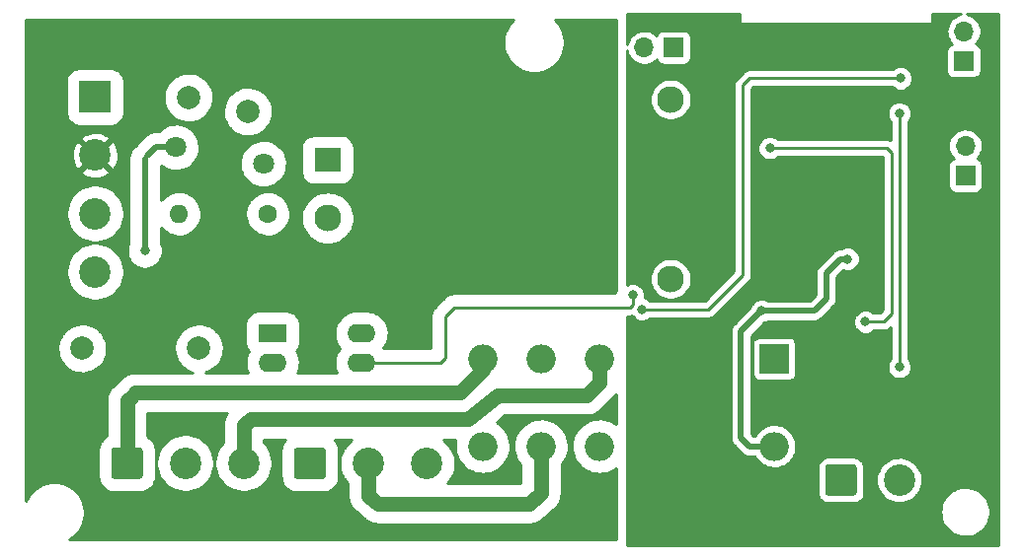
<source format=gbr>
%TF.GenerationSoftware,KiCad,Pcbnew,5.99.0-unknown-a61ea1f~102~ubuntu18.04.1*%
%TF.CreationDate,2020-07-28T16:03:14+02:00*%
%TF.ProjectId,switch,73776974-6368-42e6-9b69-6361645f7063,rev?*%
%TF.SameCoordinates,Original*%
%TF.FileFunction,Copper,L2,Bot*%
%TF.FilePolarity,Positive*%
%FSLAX46Y46*%
G04 Gerber Fmt 4.6, Leading zero omitted, Abs format (unit mm)*
G04 Created by KiCad (PCBNEW 5.99.0-unknown-a61ea1f~102~ubuntu18.04.1) date 2020-07-28 16:03:14*
%MOMM*%
%LPD*%
G01*
G04 APERTURE LIST*
%TA.AperFunction,ComponentPad*%
%ADD10C,2.010000*%
%TD*%
%TA.AperFunction,ComponentPad*%
%ADD11O,2.500000X2.500000*%
%TD*%
%TA.AperFunction,ComponentPad*%
%ADD12R,2.500000X2.500000*%
%TD*%
%TA.AperFunction,ComponentPad*%
%ADD13O,2.400000X1.600000*%
%TD*%
%TA.AperFunction,ComponentPad*%
%ADD14R,2.400000X1.600000*%
%TD*%
%TA.AperFunction,ComponentPad*%
%ADD15C,1.800000*%
%TD*%
%TA.AperFunction,ComponentPad*%
%ADD16C,2.300000*%
%TD*%
%TA.AperFunction,ComponentPad*%
%ADD17R,2.300000X2.000000*%
%TD*%
%TA.AperFunction,ComponentPad*%
%ADD18O,1.700000X1.700000*%
%TD*%
%TA.AperFunction,ComponentPad*%
%ADD19R,1.700000X1.700000*%
%TD*%
%TA.AperFunction,ComponentPad*%
%ADD20C,2.700000*%
%TD*%
%TA.AperFunction,ComponentPad*%
%ADD21R,2.700000X2.700000*%
%TD*%
%TA.AperFunction,ComponentPad*%
%ADD22O,1.600000X1.600000*%
%TD*%
%TA.AperFunction,ComponentPad*%
%ADD23C,1.600000*%
%TD*%
%TA.AperFunction,ComponentPad*%
%ADD24C,2.000000*%
%TD*%
%TA.AperFunction,ViaPad*%
%ADD25C,0.800000*%
%TD*%
%TA.AperFunction,Conductor*%
%ADD26C,0.250000*%
%TD*%
%TA.AperFunction,Conductor*%
%ADD27C,1.250000*%
%TD*%
%TA.AperFunction,Conductor*%
%ADD28C,1.000000*%
%TD*%
%TA.AperFunction,Conductor*%
%ADD29C,0.500000*%
%TD*%
%TA.AperFunction,Conductor*%
%ADD30C,0.254000*%
%TD*%
G04 APERTURE END LIST*
D10*
%TO.P,F1,2*%
%TO.N,/N*%
X109606400Y-76371600D03*
%TO.P,F1,1*%
%TO.N,Net-(F1-Pad1)*%
X114706400Y-77571600D03*
%TD*%
D11*
%TO.P,K1,8*%
%TO.N,+5V*%
X159829500Y-106306000D03*
%TO.P,K1,7*%
%TO.N,Net-(J1-Pad3)*%
X144829500Y-106306000D03*
%TO.P,K1,6*%
%TO.N,Net-(J1-Pad2)*%
X139829500Y-106306000D03*
%TO.P,K1,5*%
%TO.N,Net-(J1-Pad1)*%
X134829500Y-106306000D03*
%TO.P,K1,4*%
%TO.N,Net-(J2-Pad1)*%
X134829500Y-98806000D03*
%TO.P,K1,3*%
%TO.N,Net-(J2-Pad2)*%
X139829500Y-98806000D03*
%TO.P,K1,2*%
%TO.N,Net-(J2-Pad3)*%
X144829500Y-98806000D03*
D12*
%TO.P,K1,1*%
%TO.N,Net-(D1-Pad2)*%
X159829500Y-98806000D03*
%TD*%
D13*
%TO.P,U1,4*%
%TO.N,Net-(C3-Pad1)*%
X124436520Y-96611015D03*
%TO.P,U1,2*%
%TO.N,Net-(D2-Pad1)*%
X116816520Y-99151015D03*
%TO.P,U1,3*%
%TO.N,GND*%
X124436520Y-99151015D03*
D14*
%TO.P,U1,1*%
%TO.N,Net-(R1-Pad2)*%
X116816520Y-96611015D03*
%TD*%
D15*
%TO.P,RV1,2*%
%TO.N,Net-(F2-Pad1)*%
X116021500Y-82045000D03*
%TO.P,RV1,1*%
%TO.N,Net-(F1-Pad1)*%
X108521500Y-80645000D03*
%TD*%
D16*
%TO.P,PS1,4,+Vout*%
%TO.N,+5V*%
X150939000Y-91924500D03*
%TO.P,PS1,2,AC/N*%
%TO.N,Net-(F2-Pad1)*%
X121539000Y-86724500D03*
D17*
%TO.P,PS1,1,AC/L*%
%TO.N,Net-(F1-Pad1)*%
X121539000Y-81724500D03*
D16*
%TO.P,PS1,3,-Vout*%
%TO.N,GND*%
X150939000Y-76524500D03*
%TD*%
D18*
%TO.P,JP2,2,B*%
%TO.N,GND*%
X148653500Y-72072500D03*
D19*
%TO.P,JP2,1,A*%
%TO.N,Net-(JP2-Pad1)*%
X151193500Y-72072500D03*
%TD*%
D18*
%TO.P,JP1,2,B*%
%TO.N,Net-(JP1-Pad2)*%
X176212500Y-80518000D03*
D19*
%TO.P,JP1,1,A*%
%TO.N,GND*%
X176212500Y-83058000D03*
%TD*%
D18*
%TO.P,J8,2,Pin_2*%
%TO.N,Net-(J8-Pad2)*%
X176085500Y-70675500D03*
D19*
%TO.P,J8,1,Pin_1*%
%TO.N,Net-(J8-Pad1)*%
X176085500Y-73215500D03*
%TD*%
D20*
%TO.P,J7,4,Pin_4*%
%TO.N,Net-(C2-Pad1)*%
X101600000Y-91327000D03*
%TO.P,J7,3,Pin_3*%
%TO.N,/F*%
X101600000Y-86327000D03*
%TO.P,J7,2,Pin_2*%
%TO.N,Earth*%
X101600000Y-81327000D03*
D21*
%TO.P,J7,1,Pin_1*%
%TO.N,/N*%
X101600000Y-76327000D03*
%TD*%
D20*
%TO.P,J3,2,Pin_2*%
%TO.N,/Control*%
X170544500Y-109220000D03*
%TO.P,J3,1,Pin_1*%
%TO.N,GND*%
%TA.AperFunction,ComponentPad*%
G36*
G01*
X164194500Y-110319999D02*
X164194500Y-108120001D01*
G75*
G02*
X164444501Y-107870000I250001J0D01*
G01*
X166644499Y-107870000D01*
G75*
G02*
X166894500Y-108120001I0J-250001D01*
G01*
X166894500Y-110319999D01*
G75*
G02*
X166644499Y-110570000I-250001J0D01*
G01*
X164444501Y-110570000D01*
G75*
G02*
X164194500Y-110319999I0J250001D01*
G01*
G37*
%TD.AperFunction*%
%TD*%
%TO.P,J2,3,Pin_3*%
%TO.N,Net-(J2-Pad3)*%
X114330500Y-107759500D03*
%TO.P,J2,2,Pin_2*%
%TO.N,Net-(J2-Pad2)*%
X109330500Y-107759500D03*
%TO.P,J2,1,Pin_1*%
%TO.N,Net-(J2-Pad1)*%
%TA.AperFunction,ComponentPad*%
G36*
G01*
X102980500Y-108859499D02*
X102980500Y-106659501D01*
G75*
G02*
X103230501Y-106409500I250001J0D01*
G01*
X105430499Y-106409500D01*
G75*
G02*
X105680500Y-106659501I0J-250001D01*
G01*
X105680500Y-108859499D01*
G75*
G02*
X105430499Y-109109500I-250001J0D01*
G01*
X103230501Y-109109500D01*
G75*
G02*
X102980500Y-108859499I0J250001D01*
G01*
G37*
%TD.AperFunction*%
%TD*%
%TO.P,J1,3,Pin_3*%
%TO.N,Net-(J1-Pad3)*%
X130015000Y-107788872D03*
%TO.P,J1,2,Pin_2*%
%TO.N,Net-(J1-Pad2)*%
X125015000Y-107788872D03*
%TO.P,J1,1,Pin_1*%
%TO.N,Net-(J1-Pad1)*%
%TA.AperFunction,ComponentPad*%
G36*
G01*
X118665000Y-108888871D02*
X118665000Y-106688873D01*
G75*
G02*
X118915001Y-106438872I250001J0D01*
G01*
X121114999Y-106438872D01*
G75*
G02*
X121365000Y-106688873I0J-250001D01*
G01*
X121365000Y-108888871D01*
G75*
G02*
X121114999Y-109138872I-250001J0D01*
G01*
X118915001Y-109138872D01*
G75*
G02*
X118665000Y-108888871I0J250001D01*
G01*
G37*
%TD.AperFunction*%
%TD*%
D22*
%TO.P,F2,2*%
%TO.N,/F*%
X108775500Y-86360000D03*
D23*
%TO.P,F2,1*%
%TO.N,Net-(F2-Pad1)*%
X116395500Y-86360000D03*
%TD*%
D24*
%TO.P,C2,2*%
%TO.N,Net-(C2-Pad2)*%
X110498011Y-97917000D03*
%TO.P,C2,1*%
%TO.N,Net-(C2-Pad1)*%
X100498011Y-97917000D03*
%TD*%
D25*
%TO.N,/Control*%
X170561000Y-77724000D03*
%TO.N,Net-(C3-Pad1)*%
X170656500Y-74708000D03*
X148463000Y-94551500D03*
%TO.N,GND*%
X147701000Y-93345000D03*
%TO.N,/Relay*%
X167640000Y-95631000D03*
%TO.N,/Control*%
X170561000Y-99504500D03*
%TO.N,+5V*%
X166116000Y-90219500D03*
X158750000Y-94678500D03*
%TO.N,/Relay*%
X159448500Y-80708500D03*
%TO.N,+3V3*%
X166751000Y-92519500D03*
X167767000Y-92519500D03*
X168783000Y-92519500D03*
X165735000Y-92519500D03*
X173672500Y-97218500D03*
%TO.N,Net-(F1-Pad1)*%
X105854500Y-89535000D03*
%TO.N,+3V3*%
X153352500Y-73723500D03*
X159448500Y-84201000D03*
X177482500Y-75946000D03*
X147637500Y-95440500D03*
%TD*%
D26*
%TO.N,GND*%
X124436520Y-99151015D02*
X131226985Y-99151015D01*
X131226985Y-99151015D02*
X131635500Y-98742500D01*
X147701000Y-94170500D02*
X147701000Y-93345000D01*
X131635500Y-95186500D02*
X132397500Y-94424500D01*
X124436520Y-99151015D02*
X124790005Y-99504500D01*
X131635500Y-98742500D02*
X131635500Y-95186500D01*
X147447000Y-94424500D02*
X147701000Y-94170500D01*
X132397500Y-94424500D02*
X147447000Y-94424500D01*
%TO.N,/Control*%
X170561000Y-77724000D02*
X170561000Y-95948500D01*
X170561000Y-95948500D02*
X170561000Y-99504500D01*
%TO.N,/Detec.*%
X170656500Y-74708000D02*
X157702000Y-74708000D01*
X157702000Y-74708000D02*
X157130750Y-75279250D01*
X157130750Y-75279250D02*
X157130750Y-77120750D01*
X154178000Y-94551500D02*
X157130750Y-91598750D01*
X148463000Y-94551500D02*
X154178000Y-94551500D01*
X157130750Y-91598750D02*
X157130750Y-77120750D01*
D27*
%TO.N,Net-(J1-Pad2)*%
X139829500Y-110360500D02*
X138811000Y-111252000D01*
X139829500Y-106306000D02*
X139829500Y-110360500D01*
X138811000Y-111252000D02*
X125857000Y-111252000D01*
X125857000Y-111252000D02*
X125031500Y-110553500D01*
X125031500Y-110553500D02*
X125015000Y-107788872D01*
%TO.N,Net-(J2-Pad3)*%
X114935000Y-104013000D02*
X114330500Y-104490500D01*
X133477000Y-104013000D02*
X114935000Y-104013000D01*
X114330500Y-104490500D02*
X114330500Y-107759500D01*
%TO.N,Net-(J2-Pad1)*%
X104679750Y-102076250D02*
X104394000Y-102362000D01*
D26*
X104394000Y-102362000D02*
X104330500Y-102425500D01*
D27*
X104330500Y-102425500D02*
X104330500Y-103505000D01*
X132905500Y-101727000D02*
X105029000Y-101727000D01*
D28*
X105029000Y-101727000D02*
X104679750Y-102076250D01*
D27*
X104330500Y-103505000D02*
X104330500Y-107759500D01*
X134829500Y-98806000D02*
X134874000Y-99758500D01*
X134874000Y-99758500D02*
X132905500Y-101727000D01*
%TO.N,Net-(J2-Pad3)*%
X144829500Y-100852000D02*
X143764000Y-101917500D01*
X144829500Y-98806000D02*
X144829500Y-100852000D01*
X143764000Y-101917500D02*
X136080500Y-101917500D01*
X136080500Y-101917500D02*
X133604000Y-104013000D01*
D26*
%TO.N,/Relay*%
X167640000Y-95631000D02*
X169227500Y-95631000D01*
X169926000Y-81153000D02*
X169481500Y-80708500D01*
X169926000Y-94932500D02*
X169926000Y-81153000D01*
X169227500Y-95631000D02*
X169926000Y-94932500D01*
X169481500Y-80708500D02*
X159448500Y-80708500D01*
D29*
%TO.N,+5V*%
X158750000Y-94678500D02*
X156972000Y-96456500D01*
X156972000Y-96456500D02*
X156972000Y-105600500D01*
X156972000Y-105600500D02*
X157677500Y-106306000D01*
X157677500Y-106306000D02*
X159829500Y-106306000D01*
X164274500Y-91440000D02*
X164274500Y-93662500D01*
X165495000Y-90219500D02*
X164274500Y-91440000D01*
X164274500Y-93662500D02*
X163258500Y-94678500D01*
X166116000Y-90219500D02*
X165495000Y-90219500D01*
X163258500Y-94678500D02*
X158750000Y-94678500D01*
%TO.N,Net-(F1-Pad1)*%
X105854500Y-88519000D02*
X105854500Y-81597500D01*
D26*
X105854500Y-81597500D02*
X106045000Y-81407000D01*
D29*
X105854500Y-89535000D02*
X105854500Y-88519000D01*
X106045000Y-81407000D02*
X106807000Y-80645000D01*
X106807000Y-80645000D02*
X108521500Y-80645000D01*
%TD*%
%TO.N,+3V3*%
D30*
X156846000Y-69933941D02*
X156919809Y-70007750D01*
X173280191Y-70007750D01*
X173354000Y-69933941D01*
X173354000Y-69214000D01*
X175811255Y-69214000D01*
X175784974Y-69217227D01*
X175774530Y-69219418D01*
X175543568Y-69288710D01*
X175533642Y-69292630D01*
X175317655Y-69399846D01*
X175308532Y-69405382D01*
X175113699Y-69547457D01*
X175105638Y-69554452D01*
X174937529Y-69727322D01*
X174930763Y-69735574D01*
X174794183Y-69934298D01*
X174788903Y-69943573D01*
X174687760Y-70162468D01*
X174684118Y-70172500D01*
X174621302Y-70405307D01*
X174619403Y-70415809D01*
X174596711Y-70655872D01*
X174596609Y-70666543D01*
X174614688Y-70906997D01*
X174616385Y-70917534D01*
X174674721Y-71151505D01*
X174678169Y-71161604D01*
X174775091Y-71382400D01*
X174780192Y-71391775D01*
X174912930Y-71593084D01*
X174919538Y-71601465D01*
X175070981Y-71763301D01*
X174931642Y-71800637D01*
X174907162Y-71813380D01*
X174750910Y-71944490D01*
X174736739Y-71961379D01*
X174636141Y-72135620D01*
X174628600Y-72156337D01*
X174594622Y-72349038D01*
X174593663Y-72359999D01*
X174593663Y-74073758D01*
X174595819Y-74090134D01*
X174670637Y-74369359D01*
X174683380Y-74393839D01*
X174814490Y-74550090D01*
X174831379Y-74564261D01*
X175005620Y-74664859D01*
X175026337Y-74672400D01*
X175219038Y-74706378D01*
X175229999Y-74707337D01*
X176943758Y-74707337D01*
X176960134Y-74705181D01*
X177239359Y-74630363D01*
X177263839Y-74617620D01*
X177420090Y-74486510D01*
X177434261Y-74469621D01*
X177534859Y-74295380D01*
X177542400Y-74274663D01*
X177576378Y-74081962D01*
X177577337Y-74071001D01*
X177577337Y-72357242D01*
X177575181Y-72340866D01*
X177500363Y-72061642D01*
X177487620Y-72037162D01*
X177356510Y-71880910D01*
X177339621Y-71866739D01*
X177165380Y-71766141D01*
X177144663Y-71758600D01*
X177109825Y-71752457D01*
X177139145Y-71727504D01*
X177146658Y-71719924D01*
X177301333Y-71534935D01*
X177307462Y-71526198D01*
X177428756Y-71317794D01*
X177433325Y-71308150D01*
X177517772Y-71082287D01*
X177520651Y-71072011D01*
X177565892Y-70834851D01*
X177567007Y-70823628D01*
X177569577Y-70555841D01*
X177568678Y-70544599D01*
X177527999Y-70306614D01*
X177525317Y-70296284D01*
X177445223Y-70068843D01*
X177440839Y-70059112D01*
X177323567Y-69848416D01*
X177317607Y-69839564D01*
X177166513Y-69651640D01*
X177159147Y-69643917D01*
X176978549Y-69484138D01*
X176969986Y-69477767D01*
X176765049Y-69350702D01*
X176755536Y-69345865D01*
X176532119Y-69255145D01*
X176521927Y-69251980D01*
X176349185Y-69214000D01*
X179071001Y-69214000D01*
X179071000Y-114809000D01*
X147192000Y-114809000D01*
X147192000Y-111946100D01*
X174073597Y-111946100D01*
X174073597Y-111954900D01*
X174093800Y-112243820D01*
X174095025Y-112252535D01*
X174155241Y-112535832D01*
X174157667Y-112544291D01*
X174256726Y-112816450D01*
X174260305Y-112824489D01*
X174396275Y-113080214D01*
X174400939Y-113087677D01*
X174571177Y-113321990D01*
X174576834Y-113328731D01*
X174778025Y-113537070D01*
X174784564Y-113542958D01*
X175012793Y-113721270D01*
X175020088Y-113726191D01*
X175270911Y-113871004D01*
X175278821Y-113874862D01*
X175547358Y-113983358D01*
X175555728Y-113986078D01*
X175836750Y-114056144D01*
X175845416Y-114057672D01*
X176133456Y-114087947D01*
X176142251Y-114088254D01*
X176431701Y-114078146D01*
X176440453Y-114077226D01*
X176725678Y-114026933D01*
X176734216Y-114024804D01*
X177009668Y-113935304D01*
X177017827Y-113932008D01*
X177278141Y-113805044D01*
X177285763Y-113800644D01*
X177525873Y-113638687D01*
X177532808Y-113633269D01*
X177748041Y-113439472D01*
X177754154Y-113433142D01*
X177940323Y-113211276D01*
X177945495Y-113204156D01*
X178098974Y-112958539D01*
X178103105Y-112950769D01*
X178220906Y-112686182D01*
X178223916Y-112677913D01*
X178303748Y-112399507D01*
X178305577Y-112390899D01*
X178345886Y-112104092D01*
X178346500Y-112095313D01*
X178346500Y-111805687D01*
X178345886Y-111796908D01*
X178305577Y-111510101D01*
X178303748Y-111501493D01*
X178223916Y-111223087D01*
X178220906Y-111214818D01*
X178103105Y-110950231D01*
X178098974Y-110942461D01*
X177945495Y-110696844D01*
X177940323Y-110689724D01*
X177754154Y-110467858D01*
X177748041Y-110461528D01*
X177532808Y-110267731D01*
X177525873Y-110262313D01*
X177285763Y-110100356D01*
X177278141Y-110095956D01*
X177017827Y-109968992D01*
X177009668Y-109965696D01*
X176734216Y-109876196D01*
X176725678Y-109874067D01*
X176440453Y-109823774D01*
X176431701Y-109822854D01*
X176142251Y-109812746D01*
X176133456Y-109813053D01*
X175845416Y-109843328D01*
X175836750Y-109844856D01*
X175555728Y-109914922D01*
X175547358Y-109917642D01*
X175278821Y-110026138D01*
X175270911Y-110029996D01*
X175020088Y-110174809D01*
X175012793Y-110179730D01*
X174784564Y-110358042D01*
X174778025Y-110363930D01*
X174576834Y-110572269D01*
X174571177Y-110579010D01*
X174400939Y-110813323D01*
X174396275Y-110820786D01*
X174260305Y-111076511D01*
X174256726Y-111084550D01*
X174157667Y-111356709D01*
X174155241Y-111365168D01*
X174095025Y-111648465D01*
X174093800Y-111657180D01*
X174073597Y-111946100D01*
X147192000Y-111946100D01*
X147192000Y-96508336D01*
X156079644Y-96508336D01*
X156080865Y-96526247D01*
X156086000Y-96550303D01*
X156086001Y-105501237D01*
X156081785Y-105519869D01*
X156080345Y-105537765D01*
X156086001Y-105628929D01*
X156086001Y-105659552D01*
X156086638Y-105668494D01*
X156089845Y-105690890D01*
X156094937Y-105772964D01*
X156098578Y-105790544D01*
X156107759Y-105815976D01*
X156111593Y-105842747D01*
X156116632Y-105859979D01*
X156150669Y-105934842D01*
X156178660Y-106012377D01*
X156187320Y-106028545D01*
X156202762Y-106049413D01*
X156214167Y-106074498D01*
X156223840Y-106089623D01*
X156285274Y-106160920D01*
X156299119Y-106179631D01*
X156305223Y-106186715D01*
X156321675Y-106203166D01*
X156377664Y-106268145D01*
X156391193Y-106279947D01*
X156411834Y-106293326D01*
X156980813Y-106862306D01*
X156991006Y-106878462D01*
X157002643Y-106892135D01*
X157071108Y-106952601D01*
X157092759Y-106974253D01*
X157099533Y-106980126D01*
X157117638Y-106993695D01*
X157179272Y-107048128D01*
X157194277Y-107057985D01*
X157218755Y-107069477D01*
X157240396Y-107085696D01*
X157256143Y-107094317D01*
X157333148Y-107123184D01*
X157407765Y-107158217D01*
X157425320Y-107163526D01*
X157450994Y-107167363D01*
X157476798Y-107177036D01*
X157494332Y-107180891D01*
X157588179Y-107187865D01*
X157611209Y-107191307D01*
X157620534Y-107192000D01*
X157643819Y-107192000D01*
X157729336Y-107198356D01*
X157747248Y-107197135D01*
X157771303Y-107192000D01*
X158161589Y-107192000D01*
X158163347Y-107195949D01*
X158167773Y-107204186D01*
X158313191Y-107432447D01*
X158318785Y-107439939D01*
X158496346Y-107644198D01*
X158502986Y-107650781D01*
X158708788Y-107826552D01*
X158716329Y-107832082D01*
X158945850Y-107975502D01*
X158954125Y-107979855D01*
X159202324Y-108087776D01*
X159211152Y-108090859D01*
X159472576Y-108160907D01*
X159481762Y-108162651D01*
X159750669Y-108193289D01*
X159760013Y-108193656D01*
X160030495Y-108184211D01*
X160039790Y-108183193D01*
X160305904Y-108133871D01*
X160314946Y-108131490D01*
X160512965Y-108063307D01*
X163555276Y-108063307D01*
X163555276Y-110360378D01*
X163556720Y-110373808D01*
X163622593Y-110676623D01*
X163631223Y-110697457D01*
X163761245Y-110899776D01*
X163773048Y-110913397D01*
X163953092Y-111069407D01*
X163968254Y-111079151D01*
X164184959Y-111178116D01*
X164202252Y-111183194D01*
X164378830Y-111208582D01*
X164387807Y-111209224D01*
X166684878Y-111209224D01*
X166698308Y-111207780D01*
X167001123Y-111141907D01*
X167021957Y-111133277D01*
X167224276Y-111003255D01*
X167237897Y-110991452D01*
X167393907Y-110811408D01*
X167403651Y-110796246D01*
X167502616Y-110579541D01*
X167507694Y-110562248D01*
X167533082Y-110385670D01*
X167533724Y-110376693D01*
X167533724Y-109170763D01*
X168556136Y-109170763D01*
X168568781Y-109449245D01*
X168569854Y-109458312D01*
X168622569Y-109732051D01*
X168624939Y-109740868D01*
X168716617Y-110004130D01*
X168720236Y-110012513D01*
X168848957Y-110259784D01*
X168853747Y-110267556D01*
X169016814Y-110493655D01*
X169022677Y-110500655D01*
X169216676Y-110700846D01*
X169223488Y-110706925D01*
X169444354Y-110877014D01*
X169451972Y-110882047D01*
X169695077Y-111018471D01*
X169703342Y-111022351D01*
X169963594Y-111122253D01*
X169972333Y-111124900D01*
X170244281Y-111186186D01*
X170253310Y-111187543D01*
X170531256Y-111208930D01*
X170540386Y-111208970D01*
X170818509Y-111190010D01*
X170827550Y-111188731D01*
X171100023Y-111129821D01*
X171108784Y-111127250D01*
X171369898Y-111029623D01*
X171378196Y-111025815D01*
X171622483Y-110891517D01*
X171630145Y-110886551D01*
X171852486Y-110718396D01*
X171859351Y-110712376D01*
X172055089Y-110513886D01*
X172061012Y-110506938D01*
X172226047Y-110282270D01*
X172230905Y-110274540D01*
X172361780Y-110028403D01*
X172365471Y-110020052D01*
X172459443Y-109757599D01*
X172461891Y-109748803D01*
X172517159Y-109474698D01*
X172518381Y-109463930D01*
X172528684Y-109083173D01*
X172528046Y-109072354D01*
X172487681Y-108795661D01*
X172485713Y-108786745D01*
X172406072Y-108519596D01*
X172402838Y-108511057D01*
X172285467Y-108258202D01*
X172281033Y-108250220D01*
X172128389Y-108016957D01*
X172122850Y-108009699D01*
X171938132Y-107800914D01*
X171931604Y-107794531D01*
X171718682Y-107614598D01*
X171711300Y-107609225D01*
X171474633Y-107461912D01*
X171466552Y-107457661D01*
X171211100Y-107346057D01*
X171202490Y-107343016D01*
X170933603Y-107269457D01*
X170924645Y-107267692D01*
X170647953Y-107233718D01*
X170638834Y-107233264D01*
X170360138Y-107239589D01*
X170351049Y-107240456D01*
X170076185Y-107286946D01*
X170067316Y-107289116D01*
X169802041Y-107374797D01*
X169793578Y-107378225D01*
X169543451Y-107501303D01*
X169535572Y-107505916D01*
X169305833Y-107663812D01*
X169298702Y-107669514D01*
X169094161Y-107858922D01*
X169087928Y-107865594D01*
X168912872Y-108082543D01*
X168907667Y-108090045D01*
X168765763Y-108329993D01*
X168761696Y-108338168D01*
X168655915Y-108596086D01*
X168653071Y-108604762D01*
X168585631Y-108875251D01*
X168584069Y-108884246D01*
X168556383Y-109161636D01*
X168556136Y-109170763D01*
X167533724Y-109170763D01*
X167533724Y-108079622D01*
X167532280Y-108066192D01*
X167466407Y-107763377D01*
X167457777Y-107742543D01*
X167327755Y-107540224D01*
X167315952Y-107526603D01*
X167135908Y-107370593D01*
X167120746Y-107360849D01*
X166904041Y-107261884D01*
X166886748Y-107256806D01*
X166710170Y-107231418D01*
X166701193Y-107230776D01*
X164404122Y-107230776D01*
X164390692Y-107232220D01*
X164087877Y-107298093D01*
X164067043Y-107306723D01*
X163864724Y-107436745D01*
X163851103Y-107448548D01*
X163695093Y-107628592D01*
X163685349Y-107643754D01*
X163586384Y-107860459D01*
X163581306Y-107877752D01*
X163555918Y-108054330D01*
X163555276Y-108063307D01*
X160512965Y-108063307D01*
X160570847Y-108043377D01*
X160579438Y-108039686D01*
X160819505Y-107914716D01*
X160827457Y-107909795D01*
X161046414Y-107750713D01*
X161053551Y-107744671D01*
X161246589Y-107554973D01*
X161252754Y-107547943D01*
X161415634Y-107331795D01*
X161420692Y-107323931D01*
X161549834Y-107086081D01*
X161553674Y-107077556D01*
X161646240Y-106823231D01*
X161648778Y-106814232D01*
X161702901Y-106548210D01*
X161704147Y-106537278D01*
X161713682Y-106173151D01*
X161713010Y-106162169D01*
X161672884Y-105893678D01*
X161670820Y-105884558D01*
X161591692Y-105625737D01*
X161588302Y-105617022D01*
X161471786Y-105372742D01*
X161467146Y-105364624D01*
X161315802Y-105140247D01*
X161310013Y-105132904D01*
X161127167Y-104933363D01*
X161120357Y-104926956D01*
X160910025Y-104756632D01*
X160902342Y-104751303D01*
X160669146Y-104613939D01*
X160660759Y-104609803D01*
X160409820Y-104508417D01*
X160400914Y-104505567D01*
X160137746Y-104442385D01*
X160128517Y-104440882D01*
X159858900Y-104417294D01*
X159849550Y-104417172D01*
X159579408Y-104433694D01*
X159570143Y-104434955D01*
X159305411Y-104491225D01*
X159296434Y-104493842D01*
X159042928Y-104588625D01*
X159034436Y-104592539D01*
X158797723Y-104723752D01*
X158789903Y-104728878D01*
X158575185Y-104893638D01*
X158568209Y-104899864D01*
X158380202Y-105094550D01*
X158374222Y-105101739D01*
X158217057Y-105322078D01*
X158212207Y-105330072D01*
X158166386Y-105420000D01*
X158044493Y-105420000D01*
X157858000Y-105233508D01*
X157858000Y-97550499D01*
X157937663Y-97550499D01*
X157937663Y-100064258D01*
X157939819Y-100080634D01*
X158014637Y-100359859D01*
X158027380Y-100384339D01*
X158158490Y-100540590D01*
X158175379Y-100554761D01*
X158349620Y-100655359D01*
X158370337Y-100662900D01*
X158563038Y-100696878D01*
X158573999Y-100697837D01*
X161087758Y-100697837D01*
X161104134Y-100695681D01*
X161383359Y-100620863D01*
X161407839Y-100608120D01*
X161564090Y-100477010D01*
X161578261Y-100460121D01*
X161678859Y-100285880D01*
X161686400Y-100265163D01*
X161720378Y-100072462D01*
X161721337Y-100061501D01*
X161721337Y-97547742D01*
X161719181Y-97531366D01*
X161644363Y-97252142D01*
X161631620Y-97227662D01*
X161500510Y-97071410D01*
X161483621Y-97057239D01*
X161309380Y-96956641D01*
X161288663Y-96949100D01*
X161095962Y-96915122D01*
X161085001Y-96914163D01*
X158571242Y-96914163D01*
X158554866Y-96916319D01*
X158275642Y-96991137D01*
X158251162Y-97003880D01*
X158094910Y-97134990D01*
X158080739Y-97151879D01*
X157980141Y-97326120D01*
X157972600Y-97346837D01*
X157938622Y-97539538D01*
X157937663Y-97550499D01*
X157858000Y-97550499D01*
X157858000Y-96823491D01*
X158996494Y-95684998D01*
X159141835Y-95646054D01*
X159157095Y-95639733D01*
X159287402Y-95564500D01*
X163159242Y-95564500D01*
X163177870Y-95568715D01*
X163195765Y-95570155D01*
X163286913Y-95564500D01*
X163317553Y-95564500D01*
X163326495Y-95563863D01*
X163348894Y-95560655D01*
X163430963Y-95555563D01*
X163448543Y-95551923D01*
X163473976Y-95542742D01*
X163500748Y-95538908D01*
X163517979Y-95533869D01*
X163592853Y-95499827D01*
X163670377Y-95471840D01*
X163686544Y-95463180D01*
X163707408Y-95447741D01*
X163732498Y-95436334D01*
X163747623Y-95426661D01*
X163818928Y-95365220D01*
X163837631Y-95351381D01*
X163844715Y-95345277D01*
X163861159Y-95328832D01*
X163926145Y-95272837D01*
X163937947Y-95259308D01*
X163951326Y-95238666D01*
X164830806Y-94359187D01*
X164846964Y-94348992D01*
X164860635Y-94337357D01*
X164921108Y-94268884D01*
X164942752Y-94247241D01*
X164948625Y-94240467D01*
X164962192Y-94222364D01*
X165016628Y-94160727D01*
X165026485Y-94145723D01*
X165037980Y-94121240D01*
X165054195Y-94099604D01*
X165062816Y-94083857D01*
X165091681Y-94006860D01*
X165126717Y-93932235D01*
X165132026Y-93914679D01*
X165135862Y-93889008D01*
X165145536Y-93863203D01*
X165149391Y-93845668D01*
X165156365Y-93751821D01*
X165159807Y-93728791D01*
X165160500Y-93719466D01*
X165160500Y-93696181D01*
X165166856Y-93610664D01*
X165165635Y-93592752D01*
X165160500Y-93568697D01*
X165160500Y-91806992D01*
X165768547Y-91198946D01*
X165971562Y-91253344D01*
X165987938Y-91255500D01*
X166244062Y-91255500D01*
X166260438Y-91253344D01*
X166507835Y-91187054D01*
X166523095Y-91180733D01*
X166744905Y-91052671D01*
X166758009Y-91042616D01*
X166939116Y-90861509D01*
X166949171Y-90848405D01*
X167077233Y-90626595D01*
X167083554Y-90611335D01*
X167149844Y-90363938D01*
X167152000Y-90347562D01*
X167152000Y-90091438D01*
X167149844Y-90075062D01*
X167083554Y-89827665D01*
X167077233Y-89812405D01*
X166949171Y-89590595D01*
X166939116Y-89577491D01*
X166758009Y-89396384D01*
X166744905Y-89386329D01*
X166523095Y-89258267D01*
X166507835Y-89251946D01*
X166260438Y-89185656D01*
X166244062Y-89183500D01*
X165987938Y-89183500D01*
X165971562Y-89185656D01*
X165724165Y-89251946D01*
X165708905Y-89258267D01*
X165583009Y-89330953D01*
X165575631Y-89329284D01*
X165557735Y-89327844D01*
X165466575Y-89333500D01*
X165435948Y-89333500D01*
X165427007Y-89334137D01*
X165404605Y-89337345D01*
X165322535Y-89342437D01*
X165304956Y-89346077D01*
X165279524Y-89355258D01*
X165252751Y-89359092D01*
X165235521Y-89364131D01*
X165160651Y-89398171D01*
X165083122Y-89426160D01*
X165066956Y-89434820D01*
X165046090Y-89450259D01*
X165021001Y-89461667D01*
X165005876Y-89471339D01*
X164934571Y-89532780D01*
X164915869Y-89546619D01*
X164908785Y-89552722D01*
X164892334Y-89569174D01*
X164827355Y-89625163D01*
X164815553Y-89638692D01*
X164802172Y-89659336D01*
X163718200Y-90743309D01*
X163702037Y-90753507D01*
X163688365Y-90765143D01*
X163627886Y-90833622D01*
X163606248Y-90855260D01*
X163600376Y-90862033D01*
X163586817Y-90880124D01*
X163532371Y-90941774D01*
X163522515Y-90956778D01*
X163511020Y-90981261D01*
X163494805Y-91002897D01*
X163486184Y-91018644D01*
X163457319Y-91095641D01*
X163422283Y-91170266D01*
X163416974Y-91187822D01*
X163413138Y-91213493D01*
X163403464Y-91239298D01*
X163399609Y-91256833D01*
X163392635Y-91350679D01*
X163389193Y-91373710D01*
X163388500Y-91383035D01*
X163388500Y-91406319D01*
X163382144Y-91491836D01*
X163383365Y-91509747D01*
X163388500Y-91533803D01*
X163388501Y-93295506D01*
X162891508Y-93792500D01*
X159287402Y-93792500D01*
X159157095Y-93717267D01*
X159141835Y-93710946D01*
X158894438Y-93644656D01*
X158878062Y-93642500D01*
X158621938Y-93642500D01*
X158605562Y-93644656D01*
X158358165Y-93710946D01*
X158342905Y-93717267D01*
X158121095Y-93845329D01*
X158107991Y-93855384D01*
X157926884Y-94036491D01*
X157916829Y-94049595D01*
X157788767Y-94271405D01*
X157782446Y-94286665D01*
X157743501Y-94432007D01*
X156415700Y-95759809D01*
X156399537Y-95770007D01*
X156385865Y-95781643D01*
X156325386Y-95850122D01*
X156303748Y-95871760D01*
X156297876Y-95878533D01*
X156284317Y-95896624D01*
X156229871Y-95958274D01*
X156220015Y-95973278D01*
X156208520Y-95997761D01*
X156192305Y-96019397D01*
X156183684Y-96035144D01*
X156154819Y-96112141D01*
X156119783Y-96186766D01*
X156114474Y-96204322D01*
X156110638Y-96229993D01*
X156100964Y-96255798D01*
X156097109Y-96273333D01*
X156090135Y-96367179D01*
X156086693Y-96390210D01*
X156086000Y-96399535D01*
X156086000Y-96422819D01*
X156079644Y-96508336D01*
X147192000Y-96508336D01*
X147192000Y-95185500D01*
X147502179Y-95185500D01*
X147502191Y-95185499D01*
X147557489Y-95185499D01*
X147577078Y-95182397D01*
X147622465Y-95167650D01*
X147629829Y-95180405D01*
X147639884Y-95193509D01*
X147820991Y-95374616D01*
X147834095Y-95384671D01*
X148055905Y-95512733D01*
X148071165Y-95519054D01*
X148318562Y-95585344D01*
X148334938Y-95587500D01*
X148591062Y-95587500D01*
X148607438Y-95585344D01*
X148854835Y-95519054D01*
X148870095Y-95512733D01*
X149091905Y-95384671D01*
X149105009Y-95374616D01*
X149167124Y-95312500D01*
X154233179Y-95312500D01*
X154233191Y-95312499D01*
X154288489Y-95312499D01*
X154308078Y-95309397D01*
X154356193Y-95293763D01*
X154406176Y-95285847D01*
X154425039Y-95279718D01*
X154470126Y-95256745D01*
X154518244Y-95241111D01*
X154535916Y-95232106D01*
X154576847Y-95202367D01*
X154621934Y-95179394D01*
X154637980Y-95167736D01*
X154794407Y-95011309D01*
X154794412Y-95011302D01*
X157704194Y-92101521D01*
X157746986Y-92058730D01*
X157758644Y-92042684D01*
X157781615Y-91997602D01*
X157811356Y-91956667D01*
X157820360Y-91938995D01*
X157835993Y-91890879D01*
X157858968Y-91845790D01*
X157865097Y-91826927D01*
X157873013Y-91776944D01*
X157888646Y-91728829D01*
X157891749Y-91709241D01*
X157891749Y-91653941D01*
X157891750Y-91653929D01*
X157891750Y-80580438D01*
X158412500Y-80580438D01*
X158412500Y-80836562D01*
X158414656Y-80852938D01*
X158480946Y-81100335D01*
X158487267Y-81115595D01*
X158615329Y-81337405D01*
X158625384Y-81350509D01*
X158806491Y-81531616D01*
X158819595Y-81541671D01*
X159041405Y-81669733D01*
X159056665Y-81676054D01*
X159304062Y-81742344D01*
X159320438Y-81744500D01*
X159576562Y-81744500D01*
X159592938Y-81742344D01*
X159840335Y-81676054D01*
X159855595Y-81669733D01*
X160077405Y-81541671D01*
X160090509Y-81531616D01*
X160152624Y-81469500D01*
X169165001Y-81469500D01*
X169165000Y-94617284D01*
X168912285Y-94870000D01*
X168344124Y-94870000D01*
X168282009Y-94807884D01*
X168268905Y-94797829D01*
X168047095Y-94669767D01*
X168031835Y-94663446D01*
X167784438Y-94597156D01*
X167768062Y-94595000D01*
X167511938Y-94595000D01*
X167495562Y-94597156D01*
X167248165Y-94663446D01*
X167232905Y-94669767D01*
X167011095Y-94797829D01*
X166997991Y-94807884D01*
X166816884Y-94988991D01*
X166806829Y-95002095D01*
X166678767Y-95223905D01*
X166672446Y-95239165D01*
X166606156Y-95486562D01*
X166604000Y-95502938D01*
X166604000Y-95759062D01*
X166606156Y-95775438D01*
X166672446Y-96022835D01*
X166678767Y-96038095D01*
X166806829Y-96259905D01*
X166816884Y-96273009D01*
X166997991Y-96454116D01*
X167011095Y-96464171D01*
X167232905Y-96592233D01*
X167248165Y-96598554D01*
X167495562Y-96664844D01*
X167511938Y-96667000D01*
X167768062Y-96667000D01*
X167784438Y-96664844D01*
X168031835Y-96598554D01*
X168047095Y-96592233D01*
X168268905Y-96464171D01*
X168282009Y-96454116D01*
X168344124Y-96392000D01*
X169282679Y-96392000D01*
X169282691Y-96391999D01*
X169337989Y-96391999D01*
X169357578Y-96388897D01*
X169405693Y-96373263D01*
X169455676Y-96365347D01*
X169474539Y-96359218D01*
X169519626Y-96336245D01*
X169567744Y-96320611D01*
X169585416Y-96311606D01*
X169626347Y-96281867D01*
X169671434Y-96258894D01*
X169687480Y-96247236D01*
X169800000Y-96134716D01*
X169800001Y-98800375D01*
X169737884Y-98862491D01*
X169727829Y-98875595D01*
X169599767Y-99097405D01*
X169593446Y-99112665D01*
X169527156Y-99360062D01*
X169525000Y-99376438D01*
X169525000Y-99632562D01*
X169527156Y-99648938D01*
X169593446Y-99896335D01*
X169599767Y-99911595D01*
X169727829Y-100133405D01*
X169737884Y-100146509D01*
X169918991Y-100327616D01*
X169932095Y-100337671D01*
X170153905Y-100465733D01*
X170169165Y-100472054D01*
X170416562Y-100538344D01*
X170432938Y-100540500D01*
X170689062Y-100540500D01*
X170705438Y-100538344D01*
X170952835Y-100472054D01*
X170968095Y-100465733D01*
X171189905Y-100337671D01*
X171203009Y-100327616D01*
X171384116Y-100146509D01*
X171394171Y-100133405D01*
X171522233Y-99911595D01*
X171528554Y-99896335D01*
X171594844Y-99648938D01*
X171597000Y-99632562D01*
X171597000Y-99376438D01*
X171594844Y-99360062D01*
X171528554Y-99112665D01*
X171522233Y-99097405D01*
X171394171Y-98875595D01*
X171384116Y-98862491D01*
X171322000Y-98800376D01*
X171322000Y-82202499D01*
X174720663Y-82202499D01*
X174720663Y-83916258D01*
X174722819Y-83932634D01*
X174797637Y-84211859D01*
X174810380Y-84236339D01*
X174941490Y-84392590D01*
X174958379Y-84406761D01*
X175132620Y-84507359D01*
X175153337Y-84514900D01*
X175346038Y-84548878D01*
X175356999Y-84549837D01*
X177070758Y-84549837D01*
X177087134Y-84547681D01*
X177366359Y-84472863D01*
X177390839Y-84460120D01*
X177547090Y-84329010D01*
X177561261Y-84312121D01*
X177661859Y-84137880D01*
X177669400Y-84117163D01*
X177703378Y-83924462D01*
X177704337Y-83913501D01*
X177704337Y-82199742D01*
X177702181Y-82183366D01*
X177627363Y-81904142D01*
X177614620Y-81879662D01*
X177483510Y-81723410D01*
X177466621Y-81709239D01*
X177292380Y-81608641D01*
X177271663Y-81601100D01*
X177236825Y-81594957D01*
X177266145Y-81570004D01*
X177273658Y-81562424D01*
X177428333Y-81377435D01*
X177434462Y-81368698D01*
X177555756Y-81160294D01*
X177560325Y-81150650D01*
X177644772Y-80924787D01*
X177647651Y-80914511D01*
X177692892Y-80677351D01*
X177694007Y-80666128D01*
X177696577Y-80398341D01*
X177695678Y-80387099D01*
X177654999Y-80149114D01*
X177652317Y-80138784D01*
X177572223Y-79911343D01*
X177567839Y-79901612D01*
X177450567Y-79690916D01*
X177444607Y-79682064D01*
X177293513Y-79494140D01*
X177286147Y-79486417D01*
X177105549Y-79326638D01*
X177096986Y-79320267D01*
X176892049Y-79193202D01*
X176882536Y-79188365D01*
X176659119Y-79097645D01*
X176648927Y-79094480D01*
X176413419Y-79042700D01*
X176402840Y-79041298D01*
X176161975Y-79029939D01*
X176151309Y-79030339D01*
X175911974Y-79059727D01*
X175901530Y-79061918D01*
X175670568Y-79131210D01*
X175660642Y-79135130D01*
X175444655Y-79242346D01*
X175435532Y-79247882D01*
X175240699Y-79389957D01*
X175232638Y-79396952D01*
X175064529Y-79569822D01*
X175057763Y-79578074D01*
X174921183Y-79776798D01*
X174915903Y-79786073D01*
X174814760Y-80004968D01*
X174811118Y-80015000D01*
X174748302Y-80247807D01*
X174746403Y-80258309D01*
X174723711Y-80498372D01*
X174723609Y-80509043D01*
X174741688Y-80749497D01*
X174743385Y-80760034D01*
X174801721Y-80994005D01*
X174805169Y-81004104D01*
X174902091Y-81224900D01*
X174907192Y-81234275D01*
X175039930Y-81435584D01*
X175046538Y-81443965D01*
X175197981Y-81605801D01*
X175058642Y-81643137D01*
X175034162Y-81655880D01*
X174877910Y-81786990D01*
X174863739Y-81803879D01*
X174763141Y-81978120D01*
X174755600Y-81998837D01*
X174721622Y-82191538D01*
X174720663Y-82202499D01*
X171322000Y-82202499D01*
X171322000Y-78428124D01*
X171384116Y-78366009D01*
X171394171Y-78352905D01*
X171522233Y-78131095D01*
X171528554Y-78115835D01*
X171594844Y-77868438D01*
X171597000Y-77852062D01*
X171597000Y-77595938D01*
X171594844Y-77579562D01*
X171528554Y-77332165D01*
X171522233Y-77316905D01*
X171394171Y-77095095D01*
X171384116Y-77081991D01*
X171203009Y-76900884D01*
X171189905Y-76890829D01*
X170968095Y-76762767D01*
X170952835Y-76756446D01*
X170705438Y-76690156D01*
X170689062Y-76688000D01*
X170432938Y-76688000D01*
X170416562Y-76690156D01*
X170169165Y-76756446D01*
X170153905Y-76762767D01*
X169932095Y-76890829D01*
X169918991Y-76900884D01*
X169737884Y-77081991D01*
X169727829Y-77095095D01*
X169599767Y-77316905D01*
X169593446Y-77332165D01*
X169527156Y-77579562D01*
X169525000Y-77595938D01*
X169525000Y-77852062D01*
X169527156Y-77868438D01*
X169593446Y-78115835D01*
X169599767Y-78131095D01*
X169727829Y-78352905D01*
X169737884Y-78366009D01*
X169800000Y-78428124D01*
X169800000Y-80011824D01*
X169773626Y-80003255D01*
X169728539Y-79980282D01*
X169709676Y-79974153D01*
X169659693Y-79966237D01*
X169611578Y-79950603D01*
X169591989Y-79947501D01*
X169536691Y-79947501D01*
X169536679Y-79947500D01*
X160152624Y-79947500D01*
X160090509Y-79885384D01*
X160077405Y-79875329D01*
X159855595Y-79747267D01*
X159840335Y-79740946D01*
X159592938Y-79674656D01*
X159576562Y-79672500D01*
X159320438Y-79672500D01*
X159304062Y-79674656D01*
X159056665Y-79740946D01*
X159041405Y-79747267D01*
X158819595Y-79875329D01*
X158806491Y-79885384D01*
X158625384Y-80066491D01*
X158615329Y-80079595D01*
X158487267Y-80301405D01*
X158480946Y-80316665D01*
X158414656Y-80564062D01*
X158412500Y-80580438D01*
X157891750Y-80580438D01*
X157891750Y-75594465D01*
X158017215Y-75469000D01*
X169952376Y-75469000D01*
X170014491Y-75531116D01*
X170027595Y-75541171D01*
X170249405Y-75669233D01*
X170264665Y-75675554D01*
X170512062Y-75741844D01*
X170528438Y-75744000D01*
X170784562Y-75744000D01*
X170800938Y-75741844D01*
X171048335Y-75675554D01*
X171063595Y-75669233D01*
X171285405Y-75541171D01*
X171298509Y-75531116D01*
X171479616Y-75350009D01*
X171489671Y-75336905D01*
X171617733Y-75115095D01*
X171624054Y-75099835D01*
X171690344Y-74852438D01*
X171692500Y-74836062D01*
X171692500Y-74579938D01*
X171690344Y-74563562D01*
X171624054Y-74316165D01*
X171617733Y-74300905D01*
X171489671Y-74079095D01*
X171479616Y-74065991D01*
X171298509Y-73884884D01*
X171285405Y-73874829D01*
X171063595Y-73746767D01*
X171048335Y-73740446D01*
X170800938Y-73674156D01*
X170784562Y-73672000D01*
X170528438Y-73672000D01*
X170512062Y-73674156D01*
X170264665Y-73740446D01*
X170249405Y-73746767D01*
X170027595Y-73874829D01*
X170014491Y-73884884D01*
X169952376Y-73947000D01*
X157646821Y-73947000D01*
X157646809Y-73947001D01*
X157591509Y-73947001D01*
X157571920Y-73950103D01*
X157523805Y-73965737D01*
X157473823Y-73973654D01*
X157454961Y-73979782D01*
X157409873Y-74002755D01*
X157361754Y-74018390D01*
X157344084Y-74027394D01*
X157303150Y-74057134D01*
X157258066Y-74080106D01*
X157242020Y-74091764D01*
X157202404Y-74131381D01*
X157202389Y-74131394D01*
X156663759Y-74670025D01*
X156663758Y-74670026D01*
X156514513Y-74819272D01*
X156502856Y-74835317D01*
X156479888Y-74880395D01*
X156450144Y-74921333D01*
X156441140Y-74939005D01*
X156425503Y-74987130D01*
X156402532Y-75032213D01*
X156396403Y-75051074D01*
X156388486Y-75101059D01*
X156372853Y-75149173D01*
X156369751Y-75168761D01*
X156369751Y-75224060D01*
X156369750Y-75224072D01*
X156369751Y-77070776D01*
X156369750Y-91283535D01*
X153862786Y-93790500D01*
X149167124Y-93790500D01*
X149105009Y-93728384D01*
X149091905Y-93718329D01*
X148870095Y-93590267D01*
X148854835Y-93583946D01*
X148719255Y-93547617D01*
X148734844Y-93489438D01*
X148737000Y-93473063D01*
X148737000Y-93216938D01*
X148734844Y-93200562D01*
X148668554Y-92953165D01*
X148662233Y-92937905D01*
X148534171Y-92716095D01*
X148524116Y-92702991D01*
X148343009Y-92521884D01*
X148329905Y-92511829D01*
X148108095Y-92383767D01*
X148092835Y-92377446D01*
X147845438Y-92311156D01*
X147829062Y-92309000D01*
X147572938Y-92309000D01*
X147556562Y-92311156D01*
X147309165Y-92377446D01*
X147293905Y-92383767D01*
X147192000Y-92442602D01*
X147192000Y-91789063D01*
X149155001Y-91789063D01*
X149155001Y-92059937D01*
X149155778Y-92069808D01*
X149198152Y-92337349D01*
X149200463Y-92346977D01*
X149284169Y-92604595D01*
X149287958Y-92613743D01*
X149410933Y-92855095D01*
X149416106Y-92863537D01*
X149575323Y-93082680D01*
X149581753Y-93090209D01*
X149773291Y-93281747D01*
X149780820Y-93288177D01*
X149999963Y-93447394D01*
X150008405Y-93452567D01*
X150249757Y-93575542D01*
X150258905Y-93579331D01*
X150516523Y-93663037D01*
X150526151Y-93665348D01*
X150793692Y-93707722D01*
X150803563Y-93708499D01*
X151074437Y-93708499D01*
X151084308Y-93707722D01*
X151351849Y-93665348D01*
X151361477Y-93663037D01*
X151619095Y-93579331D01*
X151628243Y-93575542D01*
X151869595Y-93452567D01*
X151878037Y-93447394D01*
X152097180Y-93288177D01*
X152104709Y-93281747D01*
X152296247Y-93090209D01*
X152302677Y-93082680D01*
X152461894Y-92863537D01*
X152467067Y-92855095D01*
X152590042Y-92613743D01*
X152593831Y-92604595D01*
X152677537Y-92346977D01*
X152679848Y-92337349D01*
X152722222Y-92069808D01*
X152722999Y-92059937D01*
X152722999Y-91789063D01*
X152722222Y-91779192D01*
X152679848Y-91511651D01*
X152677537Y-91502023D01*
X152593831Y-91244405D01*
X152590042Y-91235257D01*
X152467067Y-90993905D01*
X152461894Y-90985463D01*
X152302677Y-90766320D01*
X152296247Y-90758791D01*
X152104709Y-90567253D01*
X152097180Y-90560823D01*
X151878037Y-90401606D01*
X151869595Y-90396433D01*
X151628243Y-90273458D01*
X151619095Y-90269669D01*
X151361477Y-90185963D01*
X151351849Y-90183652D01*
X151084308Y-90141278D01*
X151074437Y-90140501D01*
X150803563Y-90140501D01*
X150793692Y-90141278D01*
X150526151Y-90183652D01*
X150516523Y-90185963D01*
X150258905Y-90269669D01*
X150249757Y-90273458D01*
X150008405Y-90396433D01*
X149999963Y-90401606D01*
X149780820Y-90560823D01*
X149773291Y-90567253D01*
X149581753Y-90758791D01*
X149575323Y-90766320D01*
X149416106Y-90985463D01*
X149410933Y-90993905D01*
X149287958Y-91235257D01*
X149284169Y-91244405D01*
X149200463Y-91502023D01*
X149198152Y-91511651D01*
X149155778Y-91779192D01*
X149155001Y-91789063D01*
X147192000Y-91789063D01*
X147192000Y-76389063D01*
X149155001Y-76389063D01*
X149155001Y-76659937D01*
X149155778Y-76669808D01*
X149198152Y-76937349D01*
X149200463Y-76946977D01*
X149284169Y-77204595D01*
X149287958Y-77213743D01*
X149410933Y-77455095D01*
X149416106Y-77463537D01*
X149575323Y-77682680D01*
X149581753Y-77690209D01*
X149773291Y-77881747D01*
X149780820Y-77888177D01*
X149999963Y-78047394D01*
X150008405Y-78052567D01*
X150249757Y-78175542D01*
X150258905Y-78179331D01*
X150516523Y-78263037D01*
X150526151Y-78265348D01*
X150793692Y-78307722D01*
X150803563Y-78308499D01*
X151074437Y-78308499D01*
X151084308Y-78307722D01*
X151351849Y-78265348D01*
X151361477Y-78263037D01*
X151619095Y-78179331D01*
X151628243Y-78175542D01*
X151869595Y-78052567D01*
X151878037Y-78047394D01*
X152097180Y-77888177D01*
X152104709Y-77881747D01*
X152296247Y-77690209D01*
X152302677Y-77682680D01*
X152461894Y-77463537D01*
X152467067Y-77455095D01*
X152590042Y-77213743D01*
X152593831Y-77204595D01*
X152677537Y-76946977D01*
X152679848Y-76937349D01*
X152722222Y-76669808D01*
X152722999Y-76659937D01*
X152722999Y-76389063D01*
X152722222Y-76379192D01*
X152679848Y-76111651D01*
X152677537Y-76102023D01*
X152593831Y-75844405D01*
X152590042Y-75835257D01*
X152467067Y-75593905D01*
X152461894Y-75585463D01*
X152302677Y-75366320D01*
X152296247Y-75358791D01*
X152104709Y-75167253D01*
X152097180Y-75160823D01*
X151878037Y-75001606D01*
X151869595Y-74996433D01*
X151628243Y-74873458D01*
X151619095Y-74869669D01*
X151361477Y-74785963D01*
X151351849Y-74783652D01*
X151084308Y-74741278D01*
X151074437Y-74740501D01*
X150803563Y-74740501D01*
X150793692Y-74741278D01*
X150526151Y-74783652D01*
X150516523Y-74785963D01*
X150258905Y-74869669D01*
X150249757Y-74873458D01*
X150008405Y-74996433D01*
X149999963Y-75001606D01*
X149780820Y-75160823D01*
X149773291Y-75167253D01*
X149581753Y-75358791D01*
X149575323Y-75366320D01*
X149416106Y-75585463D01*
X149410933Y-75593905D01*
X149287958Y-75835257D01*
X149284169Y-75844405D01*
X149200463Y-76102023D01*
X149198152Y-76111651D01*
X149155778Y-76379192D01*
X149155001Y-76389063D01*
X147192000Y-76389063D01*
X147192000Y-72345076D01*
X147242721Y-72548505D01*
X147246169Y-72558604D01*
X147343091Y-72779400D01*
X147348192Y-72788775D01*
X147480930Y-72990084D01*
X147487538Y-72998465D01*
X147652298Y-73174532D01*
X147660222Y-73181680D01*
X147852292Y-73327468D01*
X147861308Y-73333179D01*
X148075196Y-73444521D01*
X148085045Y-73448631D01*
X148314634Y-73522344D01*
X148325035Y-73524736D01*
X148563762Y-73558712D01*
X148574417Y-73559317D01*
X148815456Y-73552584D01*
X148826061Y-73551385D01*
X149062519Y-73504136D01*
X149072770Y-73501167D01*
X149297887Y-73414753D01*
X149307491Y-73410100D01*
X149514830Y-73286991D01*
X149523512Y-73280786D01*
X149707145Y-73124504D01*
X149714658Y-73116924D01*
X149740903Y-73085535D01*
X149778637Y-73226359D01*
X149791380Y-73250839D01*
X149922490Y-73407090D01*
X149939379Y-73421261D01*
X150113620Y-73521859D01*
X150134337Y-73529400D01*
X150327038Y-73563378D01*
X150337999Y-73564337D01*
X152051758Y-73564337D01*
X152068134Y-73562181D01*
X152347359Y-73487363D01*
X152371839Y-73474620D01*
X152528090Y-73343510D01*
X152542261Y-73326621D01*
X152642859Y-73152380D01*
X152650400Y-73131663D01*
X152684378Y-72938962D01*
X152685337Y-72928001D01*
X152685337Y-71214242D01*
X152683181Y-71197866D01*
X152608363Y-70918642D01*
X152595620Y-70894162D01*
X152464510Y-70737910D01*
X152447621Y-70723739D01*
X152273380Y-70623141D01*
X152252663Y-70615600D01*
X152059962Y-70581622D01*
X152049001Y-70580663D01*
X150335242Y-70580663D01*
X150318866Y-70582819D01*
X150039642Y-70657637D01*
X150015162Y-70670380D01*
X149858910Y-70801490D01*
X149844739Y-70818379D01*
X149744141Y-70992620D01*
X149736600Y-71013337D01*
X149731021Y-71044979D01*
X149727147Y-71040917D01*
X149546549Y-70881138D01*
X149537986Y-70874767D01*
X149333049Y-70747702D01*
X149323536Y-70742865D01*
X149100119Y-70652145D01*
X149089927Y-70648980D01*
X148854419Y-70597200D01*
X148843840Y-70595798D01*
X148602975Y-70584439D01*
X148592309Y-70584839D01*
X148352974Y-70614227D01*
X148342530Y-70616418D01*
X148111568Y-70685710D01*
X148101642Y-70689630D01*
X147885655Y-70796846D01*
X147876532Y-70802382D01*
X147681699Y-70944457D01*
X147673638Y-70951452D01*
X147505529Y-71124322D01*
X147498763Y-71132574D01*
X147362183Y-71331298D01*
X147356903Y-71340573D01*
X147255760Y-71559468D01*
X147252118Y-71569500D01*
X147192000Y-71792308D01*
X147192000Y-69214000D01*
X156846000Y-69214000D01*
X156846000Y-69933941D01*
%TA.AperFunction,Conductor*%
G36*
X156846000Y-69933941D02*
G01*
X156919809Y-70007750D01*
X173280191Y-70007750D01*
X173354000Y-69933941D01*
X173354000Y-69214000D01*
X175811255Y-69214000D01*
X175784974Y-69217227D01*
X175774530Y-69219418D01*
X175543568Y-69288710D01*
X175533642Y-69292630D01*
X175317655Y-69399846D01*
X175308532Y-69405382D01*
X175113699Y-69547457D01*
X175105638Y-69554452D01*
X174937529Y-69727322D01*
X174930763Y-69735574D01*
X174794183Y-69934298D01*
X174788903Y-69943573D01*
X174687760Y-70162468D01*
X174684118Y-70172500D01*
X174621302Y-70405307D01*
X174619403Y-70415809D01*
X174596711Y-70655872D01*
X174596609Y-70666543D01*
X174614688Y-70906997D01*
X174616385Y-70917534D01*
X174674721Y-71151505D01*
X174678169Y-71161604D01*
X174775091Y-71382400D01*
X174780192Y-71391775D01*
X174912930Y-71593084D01*
X174919538Y-71601465D01*
X175070981Y-71763301D01*
X174931642Y-71800637D01*
X174907162Y-71813380D01*
X174750910Y-71944490D01*
X174736739Y-71961379D01*
X174636141Y-72135620D01*
X174628600Y-72156337D01*
X174594622Y-72349038D01*
X174593663Y-72359999D01*
X174593663Y-74073758D01*
X174595819Y-74090134D01*
X174670637Y-74369359D01*
X174683380Y-74393839D01*
X174814490Y-74550090D01*
X174831379Y-74564261D01*
X175005620Y-74664859D01*
X175026337Y-74672400D01*
X175219038Y-74706378D01*
X175229999Y-74707337D01*
X176943758Y-74707337D01*
X176960134Y-74705181D01*
X177239359Y-74630363D01*
X177263839Y-74617620D01*
X177420090Y-74486510D01*
X177434261Y-74469621D01*
X177534859Y-74295380D01*
X177542400Y-74274663D01*
X177576378Y-74081962D01*
X177577337Y-74071001D01*
X177577337Y-72357242D01*
X177575181Y-72340866D01*
X177500363Y-72061642D01*
X177487620Y-72037162D01*
X177356510Y-71880910D01*
X177339621Y-71866739D01*
X177165380Y-71766141D01*
X177144663Y-71758600D01*
X177109825Y-71752457D01*
X177139145Y-71727504D01*
X177146658Y-71719924D01*
X177301333Y-71534935D01*
X177307462Y-71526198D01*
X177428756Y-71317794D01*
X177433325Y-71308150D01*
X177517772Y-71082287D01*
X177520651Y-71072011D01*
X177565892Y-70834851D01*
X177567007Y-70823628D01*
X177569577Y-70555841D01*
X177568678Y-70544599D01*
X177527999Y-70306614D01*
X177525317Y-70296284D01*
X177445223Y-70068843D01*
X177440839Y-70059112D01*
X177323567Y-69848416D01*
X177317607Y-69839564D01*
X177166513Y-69651640D01*
X177159147Y-69643917D01*
X176978549Y-69484138D01*
X176969986Y-69477767D01*
X176765049Y-69350702D01*
X176755536Y-69345865D01*
X176532119Y-69255145D01*
X176521927Y-69251980D01*
X176349185Y-69214000D01*
X179071001Y-69214000D01*
X179071000Y-114809000D01*
X147192000Y-114809000D01*
X147192000Y-111946100D01*
X174073597Y-111946100D01*
X174073597Y-111954900D01*
X174093800Y-112243820D01*
X174095025Y-112252535D01*
X174155241Y-112535832D01*
X174157667Y-112544291D01*
X174256726Y-112816450D01*
X174260305Y-112824489D01*
X174396275Y-113080214D01*
X174400939Y-113087677D01*
X174571177Y-113321990D01*
X174576834Y-113328731D01*
X174778025Y-113537070D01*
X174784564Y-113542958D01*
X175012793Y-113721270D01*
X175020088Y-113726191D01*
X175270911Y-113871004D01*
X175278821Y-113874862D01*
X175547358Y-113983358D01*
X175555728Y-113986078D01*
X175836750Y-114056144D01*
X175845416Y-114057672D01*
X176133456Y-114087947D01*
X176142251Y-114088254D01*
X176431701Y-114078146D01*
X176440453Y-114077226D01*
X176725678Y-114026933D01*
X176734216Y-114024804D01*
X177009668Y-113935304D01*
X177017827Y-113932008D01*
X177278141Y-113805044D01*
X177285763Y-113800644D01*
X177525873Y-113638687D01*
X177532808Y-113633269D01*
X177748041Y-113439472D01*
X177754154Y-113433142D01*
X177940323Y-113211276D01*
X177945495Y-113204156D01*
X178098974Y-112958539D01*
X178103105Y-112950769D01*
X178220906Y-112686182D01*
X178223916Y-112677913D01*
X178303748Y-112399507D01*
X178305577Y-112390899D01*
X178345886Y-112104092D01*
X178346500Y-112095313D01*
X178346500Y-111805687D01*
X178345886Y-111796908D01*
X178305577Y-111510101D01*
X178303748Y-111501493D01*
X178223916Y-111223087D01*
X178220906Y-111214818D01*
X178103105Y-110950231D01*
X178098974Y-110942461D01*
X177945495Y-110696844D01*
X177940323Y-110689724D01*
X177754154Y-110467858D01*
X177748041Y-110461528D01*
X177532808Y-110267731D01*
X177525873Y-110262313D01*
X177285763Y-110100356D01*
X177278141Y-110095956D01*
X177017827Y-109968992D01*
X177009668Y-109965696D01*
X176734216Y-109876196D01*
X176725678Y-109874067D01*
X176440453Y-109823774D01*
X176431701Y-109822854D01*
X176142251Y-109812746D01*
X176133456Y-109813053D01*
X175845416Y-109843328D01*
X175836750Y-109844856D01*
X175555728Y-109914922D01*
X175547358Y-109917642D01*
X175278821Y-110026138D01*
X175270911Y-110029996D01*
X175020088Y-110174809D01*
X175012793Y-110179730D01*
X174784564Y-110358042D01*
X174778025Y-110363930D01*
X174576834Y-110572269D01*
X174571177Y-110579010D01*
X174400939Y-110813323D01*
X174396275Y-110820786D01*
X174260305Y-111076511D01*
X174256726Y-111084550D01*
X174157667Y-111356709D01*
X174155241Y-111365168D01*
X174095025Y-111648465D01*
X174093800Y-111657180D01*
X174073597Y-111946100D01*
X147192000Y-111946100D01*
X147192000Y-96508336D01*
X156079644Y-96508336D01*
X156080865Y-96526247D01*
X156086000Y-96550303D01*
X156086001Y-105501237D01*
X156081785Y-105519869D01*
X156080345Y-105537765D01*
X156086001Y-105628929D01*
X156086001Y-105659552D01*
X156086638Y-105668494D01*
X156089845Y-105690890D01*
X156094937Y-105772964D01*
X156098578Y-105790544D01*
X156107759Y-105815976D01*
X156111593Y-105842747D01*
X156116632Y-105859979D01*
X156150669Y-105934842D01*
X156178660Y-106012377D01*
X156187320Y-106028545D01*
X156202762Y-106049413D01*
X156214167Y-106074498D01*
X156223840Y-106089623D01*
X156285274Y-106160920D01*
X156299119Y-106179631D01*
X156305223Y-106186715D01*
X156321675Y-106203166D01*
X156377664Y-106268145D01*
X156391193Y-106279947D01*
X156411834Y-106293326D01*
X156980813Y-106862306D01*
X156991006Y-106878462D01*
X157002643Y-106892135D01*
X157071108Y-106952601D01*
X157092759Y-106974253D01*
X157099533Y-106980126D01*
X157117638Y-106993695D01*
X157179272Y-107048128D01*
X157194277Y-107057985D01*
X157218755Y-107069477D01*
X157240396Y-107085696D01*
X157256143Y-107094317D01*
X157333148Y-107123184D01*
X157407765Y-107158217D01*
X157425320Y-107163526D01*
X157450994Y-107167363D01*
X157476798Y-107177036D01*
X157494332Y-107180891D01*
X157588179Y-107187865D01*
X157611209Y-107191307D01*
X157620534Y-107192000D01*
X157643819Y-107192000D01*
X157729336Y-107198356D01*
X157747248Y-107197135D01*
X157771303Y-107192000D01*
X158161589Y-107192000D01*
X158163347Y-107195949D01*
X158167773Y-107204186D01*
X158313191Y-107432447D01*
X158318785Y-107439939D01*
X158496346Y-107644198D01*
X158502986Y-107650781D01*
X158708788Y-107826552D01*
X158716329Y-107832082D01*
X158945850Y-107975502D01*
X158954125Y-107979855D01*
X159202324Y-108087776D01*
X159211152Y-108090859D01*
X159472576Y-108160907D01*
X159481762Y-108162651D01*
X159750669Y-108193289D01*
X159760013Y-108193656D01*
X160030495Y-108184211D01*
X160039790Y-108183193D01*
X160305904Y-108133871D01*
X160314946Y-108131490D01*
X160512965Y-108063307D01*
X163555276Y-108063307D01*
X163555276Y-110360378D01*
X163556720Y-110373808D01*
X163622593Y-110676623D01*
X163631223Y-110697457D01*
X163761245Y-110899776D01*
X163773048Y-110913397D01*
X163953092Y-111069407D01*
X163968254Y-111079151D01*
X164184959Y-111178116D01*
X164202252Y-111183194D01*
X164378830Y-111208582D01*
X164387807Y-111209224D01*
X166684878Y-111209224D01*
X166698308Y-111207780D01*
X167001123Y-111141907D01*
X167021957Y-111133277D01*
X167224276Y-111003255D01*
X167237897Y-110991452D01*
X167393907Y-110811408D01*
X167403651Y-110796246D01*
X167502616Y-110579541D01*
X167507694Y-110562248D01*
X167533082Y-110385670D01*
X167533724Y-110376693D01*
X167533724Y-109170763D01*
X168556136Y-109170763D01*
X168568781Y-109449245D01*
X168569854Y-109458312D01*
X168622569Y-109732051D01*
X168624939Y-109740868D01*
X168716617Y-110004130D01*
X168720236Y-110012513D01*
X168848957Y-110259784D01*
X168853747Y-110267556D01*
X169016814Y-110493655D01*
X169022677Y-110500655D01*
X169216676Y-110700846D01*
X169223488Y-110706925D01*
X169444354Y-110877014D01*
X169451972Y-110882047D01*
X169695077Y-111018471D01*
X169703342Y-111022351D01*
X169963594Y-111122253D01*
X169972333Y-111124900D01*
X170244281Y-111186186D01*
X170253310Y-111187543D01*
X170531256Y-111208930D01*
X170540386Y-111208970D01*
X170818509Y-111190010D01*
X170827550Y-111188731D01*
X171100023Y-111129821D01*
X171108784Y-111127250D01*
X171369898Y-111029623D01*
X171378196Y-111025815D01*
X171622483Y-110891517D01*
X171630145Y-110886551D01*
X171852486Y-110718396D01*
X171859351Y-110712376D01*
X172055089Y-110513886D01*
X172061012Y-110506938D01*
X172226047Y-110282270D01*
X172230905Y-110274540D01*
X172361780Y-110028403D01*
X172365471Y-110020052D01*
X172459443Y-109757599D01*
X172461891Y-109748803D01*
X172517159Y-109474698D01*
X172518381Y-109463930D01*
X172528684Y-109083173D01*
X172528046Y-109072354D01*
X172487681Y-108795661D01*
X172485713Y-108786745D01*
X172406072Y-108519596D01*
X172402838Y-108511057D01*
X172285467Y-108258202D01*
X172281033Y-108250220D01*
X172128389Y-108016957D01*
X172122850Y-108009699D01*
X171938132Y-107800914D01*
X171931604Y-107794531D01*
X171718682Y-107614598D01*
X171711300Y-107609225D01*
X171474633Y-107461912D01*
X171466552Y-107457661D01*
X171211100Y-107346057D01*
X171202490Y-107343016D01*
X170933603Y-107269457D01*
X170924645Y-107267692D01*
X170647953Y-107233718D01*
X170638834Y-107233264D01*
X170360138Y-107239589D01*
X170351049Y-107240456D01*
X170076185Y-107286946D01*
X170067316Y-107289116D01*
X169802041Y-107374797D01*
X169793578Y-107378225D01*
X169543451Y-107501303D01*
X169535572Y-107505916D01*
X169305833Y-107663812D01*
X169298702Y-107669514D01*
X169094161Y-107858922D01*
X169087928Y-107865594D01*
X168912872Y-108082543D01*
X168907667Y-108090045D01*
X168765763Y-108329993D01*
X168761696Y-108338168D01*
X168655915Y-108596086D01*
X168653071Y-108604762D01*
X168585631Y-108875251D01*
X168584069Y-108884246D01*
X168556383Y-109161636D01*
X168556136Y-109170763D01*
X167533724Y-109170763D01*
X167533724Y-108079622D01*
X167532280Y-108066192D01*
X167466407Y-107763377D01*
X167457777Y-107742543D01*
X167327755Y-107540224D01*
X167315952Y-107526603D01*
X167135908Y-107370593D01*
X167120746Y-107360849D01*
X166904041Y-107261884D01*
X166886748Y-107256806D01*
X166710170Y-107231418D01*
X166701193Y-107230776D01*
X164404122Y-107230776D01*
X164390692Y-107232220D01*
X164087877Y-107298093D01*
X164067043Y-107306723D01*
X163864724Y-107436745D01*
X163851103Y-107448548D01*
X163695093Y-107628592D01*
X163685349Y-107643754D01*
X163586384Y-107860459D01*
X163581306Y-107877752D01*
X163555918Y-108054330D01*
X163555276Y-108063307D01*
X160512965Y-108063307D01*
X160570847Y-108043377D01*
X160579438Y-108039686D01*
X160819505Y-107914716D01*
X160827457Y-107909795D01*
X161046414Y-107750713D01*
X161053551Y-107744671D01*
X161246589Y-107554973D01*
X161252754Y-107547943D01*
X161415634Y-107331795D01*
X161420692Y-107323931D01*
X161549834Y-107086081D01*
X161553674Y-107077556D01*
X161646240Y-106823231D01*
X161648778Y-106814232D01*
X161702901Y-106548210D01*
X161704147Y-106537278D01*
X161713682Y-106173151D01*
X161713010Y-106162169D01*
X161672884Y-105893678D01*
X161670820Y-105884558D01*
X161591692Y-105625737D01*
X161588302Y-105617022D01*
X161471786Y-105372742D01*
X161467146Y-105364624D01*
X161315802Y-105140247D01*
X161310013Y-105132904D01*
X161127167Y-104933363D01*
X161120357Y-104926956D01*
X160910025Y-104756632D01*
X160902342Y-104751303D01*
X160669146Y-104613939D01*
X160660759Y-104609803D01*
X160409820Y-104508417D01*
X160400914Y-104505567D01*
X160137746Y-104442385D01*
X160128517Y-104440882D01*
X159858900Y-104417294D01*
X159849550Y-104417172D01*
X159579408Y-104433694D01*
X159570143Y-104434955D01*
X159305411Y-104491225D01*
X159296434Y-104493842D01*
X159042928Y-104588625D01*
X159034436Y-104592539D01*
X158797723Y-104723752D01*
X158789903Y-104728878D01*
X158575185Y-104893638D01*
X158568209Y-104899864D01*
X158380202Y-105094550D01*
X158374222Y-105101739D01*
X158217057Y-105322078D01*
X158212207Y-105330072D01*
X158166386Y-105420000D01*
X158044493Y-105420000D01*
X157858000Y-105233508D01*
X157858000Y-97550499D01*
X157937663Y-97550499D01*
X157937663Y-100064258D01*
X157939819Y-100080634D01*
X158014637Y-100359859D01*
X158027380Y-100384339D01*
X158158490Y-100540590D01*
X158175379Y-100554761D01*
X158349620Y-100655359D01*
X158370337Y-100662900D01*
X158563038Y-100696878D01*
X158573999Y-100697837D01*
X161087758Y-100697837D01*
X161104134Y-100695681D01*
X161383359Y-100620863D01*
X161407839Y-100608120D01*
X161564090Y-100477010D01*
X161578261Y-100460121D01*
X161678859Y-100285880D01*
X161686400Y-100265163D01*
X161720378Y-100072462D01*
X161721337Y-100061501D01*
X161721337Y-97547742D01*
X161719181Y-97531366D01*
X161644363Y-97252142D01*
X161631620Y-97227662D01*
X161500510Y-97071410D01*
X161483621Y-97057239D01*
X161309380Y-96956641D01*
X161288663Y-96949100D01*
X161095962Y-96915122D01*
X161085001Y-96914163D01*
X158571242Y-96914163D01*
X158554866Y-96916319D01*
X158275642Y-96991137D01*
X158251162Y-97003880D01*
X158094910Y-97134990D01*
X158080739Y-97151879D01*
X157980141Y-97326120D01*
X157972600Y-97346837D01*
X157938622Y-97539538D01*
X157937663Y-97550499D01*
X157858000Y-97550499D01*
X157858000Y-96823491D01*
X158996494Y-95684998D01*
X159141835Y-95646054D01*
X159157095Y-95639733D01*
X159287402Y-95564500D01*
X163159242Y-95564500D01*
X163177870Y-95568715D01*
X163195765Y-95570155D01*
X163286913Y-95564500D01*
X163317553Y-95564500D01*
X163326495Y-95563863D01*
X163348894Y-95560655D01*
X163430963Y-95555563D01*
X163448543Y-95551923D01*
X163473976Y-95542742D01*
X163500748Y-95538908D01*
X163517979Y-95533869D01*
X163592853Y-95499827D01*
X163670377Y-95471840D01*
X163686544Y-95463180D01*
X163707408Y-95447741D01*
X163732498Y-95436334D01*
X163747623Y-95426661D01*
X163818928Y-95365220D01*
X163837631Y-95351381D01*
X163844715Y-95345277D01*
X163861159Y-95328832D01*
X163926145Y-95272837D01*
X163937947Y-95259308D01*
X163951326Y-95238666D01*
X164830806Y-94359187D01*
X164846964Y-94348992D01*
X164860635Y-94337357D01*
X164921108Y-94268884D01*
X164942752Y-94247241D01*
X164948625Y-94240467D01*
X164962192Y-94222364D01*
X165016628Y-94160727D01*
X165026485Y-94145723D01*
X165037980Y-94121240D01*
X165054195Y-94099604D01*
X165062816Y-94083857D01*
X165091681Y-94006860D01*
X165126717Y-93932235D01*
X165132026Y-93914679D01*
X165135862Y-93889008D01*
X165145536Y-93863203D01*
X165149391Y-93845668D01*
X165156365Y-93751821D01*
X165159807Y-93728791D01*
X165160500Y-93719466D01*
X165160500Y-93696181D01*
X165166856Y-93610664D01*
X165165635Y-93592752D01*
X165160500Y-93568697D01*
X165160500Y-91806992D01*
X165768547Y-91198946D01*
X165971562Y-91253344D01*
X165987938Y-91255500D01*
X166244062Y-91255500D01*
X166260438Y-91253344D01*
X166507835Y-91187054D01*
X166523095Y-91180733D01*
X166744905Y-91052671D01*
X166758009Y-91042616D01*
X166939116Y-90861509D01*
X166949171Y-90848405D01*
X167077233Y-90626595D01*
X167083554Y-90611335D01*
X167149844Y-90363938D01*
X167152000Y-90347562D01*
X167152000Y-90091438D01*
X167149844Y-90075062D01*
X167083554Y-89827665D01*
X167077233Y-89812405D01*
X166949171Y-89590595D01*
X166939116Y-89577491D01*
X166758009Y-89396384D01*
X166744905Y-89386329D01*
X166523095Y-89258267D01*
X166507835Y-89251946D01*
X166260438Y-89185656D01*
X166244062Y-89183500D01*
X165987938Y-89183500D01*
X165971562Y-89185656D01*
X165724165Y-89251946D01*
X165708905Y-89258267D01*
X165583009Y-89330953D01*
X165575631Y-89329284D01*
X165557735Y-89327844D01*
X165466575Y-89333500D01*
X165435948Y-89333500D01*
X165427007Y-89334137D01*
X165404605Y-89337345D01*
X165322535Y-89342437D01*
X165304956Y-89346077D01*
X165279524Y-89355258D01*
X165252751Y-89359092D01*
X165235521Y-89364131D01*
X165160651Y-89398171D01*
X165083122Y-89426160D01*
X165066956Y-89434820D01*
X165046090Y-89450259D01*
X165021001Y-89461667D01*
X165005876Y-89471339D01*
X164934571Y-89532780D01*
X164915869Y-89546619D01*
X164908785Y-89552722D01*
X164892334Y-89569174D01*
X164827355Y-89625163D01*
X164815553Y-89638692D01*
X164802172Y-89659336D01*
X163718200Y-90743309D01*
X163702037Y-90753507D01*
X163688365Y-90765143D01*
X163627886Y-90833622D01*
X163606248Y-90855260D01*
X163600376Y-90862033D01*
X163586817Y-90880124D01*
X163532371Y-90941774D01*
X163522515Y-90956778D01*
X163511020Y-90981261D01*
X163494805Y-91002897D01*
X163486184Y-91018644D01*
X163457319Y-91095641D01*
X163422283Y-91170266D01*
X163416974Y-91187822D01*
X163413138Y-91213493D01*
X163403464Y-91239298D01*
X163399609Y-91256833D01*
X163392635Y-91350679D01*
X163389193Y-91373710D01*
X163388500Y-91383035D01*
X163388500Y-91406319D01*
X163382144Y-91491836D01*
X163383365Y-91509747D01*
X163388500Y-91533803D01*
X163388501Y-93295506D01*
X162891508Y-93792500D01*
X159287402Y-93792500D01*
X159157095Y-93717267D01*
X159141835Y-93710946D01*
X158894438Y-93644656D01*
X158878062Y-93642500D01*
X158621938Y-93642500D01*
X158605562Y-93644656D01*
X158358165Y-93710946D01*
X158342905Y-93717267D01*
X158121095Y-93845329D01*
X158107991Y-93855384D01*
X157926884Y-94036491D01*
X157916829Y-94049595D01*
X157788767Y-94271405D01*
X157782446Y-94286665D01*
X157743501Y-94432007D01*
X156415700Y-95759809D01*
X156399537Y-95770007D01*
X156385865Y-95781643D01*
X156325386Y-95850122D01*
X156303748Y-95871760D01*
X156297876Y-95878533D01*
X156284317Y-95896624D01*
X156229871Y-95958274D01*
X156220015Y-95973278D01*
X156208520Y-95997761D01*
X156192305Y-96019397D01*
X156183684Y-96035144D01*
X156154819Y-96112141D01*
X156119783Y-96186766D01*
X156114474Y-96204322D01*
X156110638Y-96229993D01*
X156100964Y-96255798D01*
X156097109Y-96273333D01*
X156090135Y-96367179D01*
X156086693Y-96390210D01*
X156086000Y-96399535D01*
X156086000Y-96422819D01*
X156079644Y-96508336D01*
X147192000Y-96508336D01*
X147192000Y-95185500D01*
X147502179Y-95185500D01*
X147502191Y-95185499D01*
X147557489Y-95185499D01*
X147577078Y-95182397D01*
X147622465Y-95167650D01*
X147629829Y-95180405D01*
X147639884Y-95193509D01*
X147820991Y-95374616D01*
X147834095Y-95384671D01*
X148055905Y-95512733D01*
X148071165Y-95519054D01*
X148318562Y-95585344D01*
X148334938Y-95587500D01*
X148591062Y-95587500D01*
X148607438Y-95585344D01*
X148854835Y-95519054D01*
X148870095Y-95512733D01*
X149091905Y-95384671D01*
X149105009Y-95374616D01*
X149167124Y-95312500D01*
X154233179Y-95312500D01*
X154233191Y-95312499D01*
X154288489Y-95312499D01*
X154308078Y-95309397D01*
X154356193Y-95293763D01*
X154406176Y-95285847D01*
X154425039Y-95279718D01*
X154470126Y-95256745D01*
X154518244Y-95241111D01*
X154535916Y-95232106D01*
X154576847Y-95202367D01*
X154621934Y-95179394D01*
X154637980Y-95167736D01*
X154794407Y-95011309D01*
X154794412Y-95011302D01*
X157704194Y-92101521D01*
X157746986Y-92058730D01*
X157758644Y-92042684D01*
X157781615Y-91997602D01*
X157811356Y-91956667D01*
X157820360Y-91938995D01*
X157835993Y-91890879D01*
X157858968Y-91845790D01*
X157865097Y-91826927D01*
X157873013Y-91776944D01*
X157888646Y-91728829D01*
X157891749Y-91709241D01*
X157891749Y-91653941D01*
X157891750Y-91653929D01*
X157891750Y-80580438D01*
X158412500Y-80580438D01*
X158412500Y-80836562D01*
X158414656Y-80852938D01*
X158480946Y-81100335D01*
X158487267Y-81115595D01*
X158615329Y-81337405D01*
X158625384Y-81350509D01*
X158806491Y-81531616D01*
X158819595Y-81541671D01*
X159041405Y-81669733D01*
X159056665Y-81676054D01*
X159304062Y-81742344D01*
X159320438Y-81744500D01*
X159576562Y-81744500D01*
X159592938Y-81742344D01*
X159840335Y-81676054D01*
X159855595Y-81669733D01*
X160077405Y-81541671D01*
X160090509Y-81531616D01*
X160152624Y-81469500D01*
X169165001Y-81469500D01*
X169165000Y-94617284D01*
X168912285Y-94870000D01*
X168344124Y-94870000D01*
X168282009Y-94807884D01*
X168268905Y-94797829D01*
X168047095Y-94669767D01*
X168031835Y-94663446D01*
X167784438Y-94597156D01*
X167768062Y-94595000D01*
X167511938Y-94595000D01*
X167495562Y-94597156D01*
X167248165Y-94663446D01*
X167232905Y-94669767D01*
X167011095Y-94797829D01*
X166997991Y-94807884D01*
X166816884Y-94988991D01*
X166806829Y-95002095D01*
X166678767Y-95223905D01*
X166672446Y-95239165D01*
X166606156Y-95486562D01*
X166604000Y-95502938D01*
X166604000Y-95759062D01*
X166606156Y-95775438D01*
X166672446Y-96022835D01*
X166678767Y-96038095D01*
X166806829Y-96259905D01*
X166816884Y-96273009D01*
X166997991Y-96454116D01*
X167011095Y-96464171D01*
X167232905Y-96592233D01*
X167248165Y-96598554D01*
X167495562Y-96664844D01*
X167511938Y-96667000D01*
X167768062Y-96667000D01*
X167784438Y-96664844D01*
X168031835Y-96598554D01*
X168047095Y-96592233D01*
X168268905Y-96464171D01*
X168282009Y-96454116D01*
X168344124Y-96392000D01*
X169282679Y-96392000D01*
X169282691Y-96391999D01*
X169337989Y-96391999D01*
X169357578Y-96388897D01*
X169405693Y-96373263D01*
X169455676Y-96365347D01*
X169474539Y-96359218D01*
X169519626Y-96336245D01*
X169567744Y-96320611D01*
X169585416Y-96311606D01*
X169626347Y-96281867D01*
X169671434Y-96258894D01*
X169687480Y-96247236D01*
X169800000Y-96134716D01*
X169800001Y-98800375D01*
X169737884Y-98862491D01*
X169727829Y-98875595D01*
X169599767Y-99097405D01*
X169593446Y-99112665D01*
X169527156Y-99360062D01*
X169525000Y-99376438D01*
X169525000Y-99632562D01*
X169527156Y-99648938D01*
X169593446Y-99896335D01*
X169599767Y-99911595D01*
X169727829Y-100133405D01*
X169737884Y-100146509D01*
X169918991Y-100327616D01*
X169932095Y-100337671D01*
X170153905Y-100465733D01*
X170169165Y-100472054D01*
X170416562Y-100538344D01*
X170432938Y-100540500D01*
X170689062Y-100540500D01*
X170705438Y-100538344D01*
X170952835Y-100472054D01*
X170968095Y-100465733D01*
X171189905Y-100337671D01*
X171203009Y-100327616D01*
X171384116Y-100146509D01*
X171394171Y-100133405D01*
X171522233Y-99911595D01*
X171528554Y-99896335D01*
X171594844Y-99648938D01*
X171597000Y-99632562D01*
X171597000Y-99376438D01*
X171594844Y-99360062D01*
X171528554Y-99112665D01*
X171522233Y-99097405D01*
X171394171Y-98875595D01*
X171384116Y-98862491D01*
X171322000Y-98800376D01*
X171322000Y-82202499D01*
X174720663Y-82202499D01*
X174720663Y-83916258D01*
X174722819Y-83932634D01*
X174797637Y-84211859D01*
X174810380Y-84236339D01*
X174941490Y-84392590D01*
X174958379Y-84406761D01*
X175132620Y-84507359D01*
X175153337Y-84514900D01*
X175346038Y-84548878D01*
X175356999Y-84549837D01*
X177070758Y-84549837D01*
X177087134Y-84547681D01*
X177366359Y-84472863D01*
X177390839Y-84460120D01*
X177547090Y-84329010D01*
X177561261Y-84312121D01*
X177661859Y-84137880D01*
X177669400Y-84117163D01*
X177703378Y-83924462D01*
X177704337Y-83913501D01*
X177704337Y-82199742D01*
X177702181Y-82183366D01*
X177627363Y-81904142D01*
X177614620Y-81879662D01*
X177483510Y-81723410D01*
X177466621Y-81709239D01*
X177292380Y-81608641D01*
X177271663Y-81601100D01*
X177236825Y-81594957D01*
X177266145Y-81570004D01*
X177273658Y-81562424D01*
X177428333Y-81377435D01*
X177434462Y-81368698D01*
X177555756Y-81160294D01*
X177560325Y-81150650D01*
X177644772Y-80924787D01*
X177647651Y-80914511D01*
X177692892Y-80677351D01*
X177694007Y-80666128D01*
X177696577Y-80398341D01*
X177695678Y-80387099D01*
X177654999Y-80149114D01*
X177652317Y-80138784D01*
X177572223Y-79911343D01*
X177567839Y-79901612D01*
X177450567Y-79690916D01*
X177444607Y-79682064D01*
X177293513Y-79494140D01*
X177286147Y-79486417D01*
X177105549Y-79326638D01*
X177096986Y-79320267D01*
X176892049Y-79193202D01*
X176882536Y-79188365D01*
X176659119Y-79097645D01*
X176648927Y-79094480D01*
X176413419Y-79042700D01*
X176402840Y-79041298D01*
X176161975Y-79029939D01*
X176151309Y-79030339D01*
X175911974Y-79059727D01*
X175901530Y-79061918D01*
X175670568Y-79131210D01*
X175660642Y-79135130D01*
X175444655Y-79242346D01*
X175435532Y-79247882D01*
X175240699Y-79389957D01*
X175232638Y-79396952D01*
X175064529Y-79569822D01*
X175057763Y-79578074D01*
X174921183Y-79776798D01*
X174915903Y-79786073D01*
X174814760Y-80004968D01*
X174811118Y-80015000D01*
X174748302Y-80247807D01*
X174746403Y-80258309D01*
X174723711Y-80498372D01*
X174723609Y-80509043D01*
X174741688Y-80749497D01*
X174743385Y-80760034D01*
X174801721Y-80994005D01*
X174805169Y-81004104D01*
X174902091Y-81224900D01*
X174907192Y-81234275D01*
X175039930Y-81435584D01*
X175046538Y-81443965D01*
X175197981Y-81605801D01*
X175058642Y-81643137D01*
X175034162Y-81655880D01*
X174877910Y-81786990D01*
X174863739Y-81803879D01*
X174763141Y-81978120D01*
X174755600Y-81998837D01*
X174721622Y-82191538D01*
X174720663Y-82202499D01*
X171322000Y-82202499D01*
X171322000Y-78428124D01*
X171384116Y-78366009D01*
X171394171Y-78352905D01*
X171522233Y-78131095D01*
X171528554Y-78115835D01*
X171594844Y-77868438D01*
X171597000Y-77852062D01*
X171597000Y-77595938D01*
X171594844Y-77579562D01*
X171528554Y-77332165D01*
X171522233Y-77316905D01*
X171394171Y-77095095D01*
X171384116Y-77081991D01*
X171203009Y-76900884D01*
X171189905Y-76890829D01*
X170968095Y-76762767D01*
X170952835Y-76756446D01*
X170705438Y-76690156D01*
X170689062Y-76688000D01*
X170432938Y-76688000D01*
X170416562Y-76690156D01*
X170169165Y-76756446D01*
X170153905Y-76762767D01*
X169932095Y-76890829D01*
X169918991Y-76900884D01*
X169737884Y-77081991D01*
X169727829Y-77095095D01*
X169599767Y-77316905D01*
X169593446Y-77332165D01*
X169527156Y-77579562D01*
X169525000Y-77595938D01*
X169525000Y-77852062D01*
X169527156Y-77868438D01*
X169593446Y-78115835D01*
X169599767Y-78131095D01*
X169727829Y-78352905D01*
X169737884Y-78366009D01*
X169800000Y-78428124D01*
X169800000Y-80011824D01*
X169773626Y-80003255D01*
X169728539Y-79980282D01*
X169709676Y-79974153D01*
X169659693Y-79966237D01*
X169611578Y-79950603D01*
X169591989Y-79947501D01*
X169536691Y-79947501D01*
X169536679Y-79947500D01*
X160152624Y-79947500D01*
X160090509Y-79885384D01*
X160077405Y-79875329D01*
X159855595Y-79747267D01*
X159840335Y-79740946D01*
X159592938Y-79674656D01*
X159576562Y-79672500D01*
X159320438Y-79672500D01*
X159304062Y-79674656D01*
X159056665Y-79740946D01*
X159041405Y-79747267D01*
X158819595Y-79875329D01*
X158806491Y-79885384D01*
X158625384Y-80066491D01*
X158615329Y-80079595D01*
X158487267Y-80301405D01*
X158480946Y-80316665D01*
X158414656Y-80564062D01*
X158412500Y-80580438D01*
X157891750Y-80580438D01*
X157891750Y-75594465D01*
X158017215Y-75469000D01*
X169952376Y-75469000D01*
X170014491Y-75531116D01*
X170027595Y-75541171D01*
X170249405Y-75669233D01*
X170264665Y-75675554D01*
X170512062Y-75741844D01*
X170528438Y-75744000D01*
X170784562Y-75744000D01*
X170800938Y-75741844D01*
X171048335Y-75675554D01*
X171063595Y-75669233D01*
X171285405Y-75541171D01*
X171298509Y-75531116D01*
X171479616Y-75350009D01*
X171489671Y-75336905D01*
X171617733Y-75115095D01*
X171624054Y-75099835D01*
X171690344Y-74852438D01*
X171692500Y-74836062D01*
X171692500Y-74579938D01*
X171690344Y-74563562D01*
X171624054Y-74316165D01*
X171617733Y-74300905D01*
X171489671Y-74079095D01*
X171479616Y-74065991D01*
X171298509Y-73884884D01*
X171285405Y-73874829D01*
X171063595Y-73746767D01*
X171048335Y-73740446D01*
X170800938Y-73674156D01*
X170784562Y-73672000D01*
X170528438Y-73672000D01*
X170512062Y-73674156D01*
X170264665Y-73740446D01*
X170249405Y-73746767D01*
X170027595Y-73874829D01*
X170014491Y-73884884D01*
X169952376Y-73947000D01*
X157646821Y-73947000D01*
X157646809Y-73947001D01*
X157591509Y-73947001D01*
X157571920Y-73950103D01*
X157523805Y-73965737D01*
X157473823Y-73973654D01*
X157454961Y-73979782D01*
X157409873Y-74002755D01*
X157361754Y-74018390D01*
X157344084Y-74027394D01*
X157303150Y-74057134D01*
X157258066Y-74080106D01*
X157242020Y-74091764D01*
X157202404Y-74131381D01*
X157202389Y-74131394D01*
X156663759Y-74670025D01*
X156663758Y-74670026D01*
X156514513Y-74819272D01*
X156502856Y-74835317D01*
X156479888Y-74880395D01*
X156450144Y-74921333D01*
X156441140Y-74939005D01*
X156425503Y-74987130D01*
X156402532Y-75032213D01*
X156396403Y-75051074D01*
X156388486Y-75101059D01*
X156372853Y-75149173D01*
X156369751Y-75168761D01*
X156369751Y-75224060D01*
X156369750Y-75224072D01*
X156369751Y-77070776D01*
X156369750Y-91283535D01*
X153862786Y-93790500D01*
X149167124Y-93790500D01*
X149105009Y-93728384D01*
X149091905Y-93718329D01*
X148870095Y-93590267D01*
X148854835Y-93583946D01*
X148719255Y-93547617D01*
X148734844Y-93489438D01*
X148737000Y-93473063D01*
X148737000Y-93216938D01*
X148734844Y-93200562D01*
X148668554Y-92953165D01*
X148662233Y-92937905D01*
X148534171Y-92716095D01*
X148524116Y-92702991D01*
X148343009Y-92521884D01*
X148329905Y-92511829D01*
X148108095Y-92383767D01*
X148092835Y-92377446D01*
X147845438Y-92311156D01*
X147829062Y-92309000D01*
X147572938Y-92309000D01*
X147556562Y-92311156D01*
X147309165Y-92377446D01*
X147293905Y-92383767D01*
X147192000Y-92442602D01*
X147192000Y-91789063D01*
X149155001Y-91789063D01*
X149155001Y-92059937D01*
X149155778Y-92069808D01*
X149198152Y-92337349D01*
X149200463Y-92346977D01*
X149284169Y-92604595D01*
X149287958Y-92613743D01*
X149410933Y-92855095D01*
X149416106Y-92863537D01*
X149575323Y-93082680D01*
X149581753Y-93090209D01*
X149773291Y-93281747D01*
X149780820Y-93288177D01*
X149999963Y-93447394D01*
X150008405Y-93452567D01*
X150249757Y-93575542D01*
X150258905Y-93579331D01*
X150516523Y-93663037D01*
X150526151Y-93665348D01*
X150793692Y-93707722D01*
X150803563Y-93708499D01*
X151074437Y-93708499D01*
X151084308Y-93707722D01*
X151351849Y-93665348D01*
X151361477Y-93663037D01*
X151619095Y-93579331D01*
X151628243Y-93575542D01*
X151869595Y-93452567D01*
X151878037Y-93447394D01*
X152097180Y-93288177D01*
X152104709Y-93281747D01*
X152296247Y-93090209D01*
X152302677Y-93082680D01*
X152461894Y-92863537D01*
X152467067Y-92855095D01*
X152590042Y-92613743D01*
X152593831Y-92604595D01*
X152677537Y-92346977D01*
X152679848Y-92337349D01*
X152722222Y-92069808D01*
X152722999Y-92059937D01*
X152722999Y-91789063D01*
X152722222Y-91779192D01*
X152679848Y-91511651D01*
X152677537Y-91502023D01*
X152593831Y-91244405D01*
X152590042Y-91235257D01*
X152467067Y-90993905D01*
X152461894Y-90985463D01*
X152302677Y-90766320D01*
X152296247Y-90758791D01*
X152104709Y-90567253D01*
X152097180Y-90560823D01*
X151878037Y-90401606D01*
X151869595Y-90396433D01*
X151628243Y-90273458D01*
X151619095Y-90269669D01*
X151361477Y-90185963D01*
X151351849Y-90183652D01*
X151084308Y-90141278D01*
X151074437Y-90140501D01*
X150803563Y-90140501D01*
X150793692Y-90141278D01*
X150526151Y-90183652D01*
X150516523Y-90185963D01*
X150258905Y-90269669D01*
X150249757Y-90273458D01*
X150008405Y-90396433D01*
X149999963Y-90401606D01*
X149780820Y-90560823D01*
X149773291Y-90567253D01*
X149581753Y-90758791D01*
X149575323Y-90766320D01*
X149416106Y-90985463D01*
X149410933Y-90993905D01*
X149287958Y-91235257D01*
X149284169Y-91244405D01*
X149200463Y-91502023D01*
X149198152Y-91511651D01*
X149155778Y-91779192D01*
X149155001Y-91789063D01*
X147192000Y-91789063D01*
X147192000Y-76389063D01*
X149155001Y-76389063D01*
X149155001Y-76659937D01*
X149155778Y-76669808D01*
X149198152Y-76937349D01*
X149200463Y-76946977D01*
X149284169Y-77204595D01*
X149287958Y-77213743D01*
X149410933Y-77455095D01*
X149416106Y-77463537D01*
X149575323Y-77682680D01*
X149581753Y-77690209D01*
X149773291Y-77881747D01*
X149780820Y-77888177D01*
X149999963Y-78047394D01*
X150008405Y-78052567D01*
X150249757Y-78175542D01*
X150258905Y-78179331D01*
X150516523Y-78263037D01*
X150526151Y-78265348D01*
X150793692Y-78307722D01*
X150803563Y-78308499D01*
X151074437Y-78308499D01*
X151084308Y-78307722D01*
X151351849Y-78265348D01*
X151361477Y-78263037D01*
X151619095Y-78179331D01*
X151628243Y-78175542D01*
X151869595Y-78052567D01*
X151878037Y-78047394D01*
X152097180Y-77888177D01*
X152104709Y-77881747D01*
X152296247Y-77690209D01*
X152302677Y-77682680D01*
X152461894Y-77463537D01*
X152467067Y-77455095D01*
X152590042Y-77213743D01*
X152593831Y-77204595D01*
X152677537Y-76946977D01*
X152679848Y-76937349D01*
X152722222Y-76669808D01*
X152722999Y-76659937D01*
X152722999Y-76389063D01*
X152722222Y-76379192D01*
X152679848Y-76111651D01*
X152677537Y-76102023D01*
X152593831Y-75844405D01*
X152590042Y-75835257D01*
X152467067Y-75593905D01*
X152461894Y-75585463D01*
X152302677Y-75366320D01*
X152296247Y-75358791D01*
X152104709Y-75167253D01*
X152097180Y-75160823D01*
X151878037Y-75001606D01*
X151869595Y-74996433D01*
X151628243Y-74873458D01*
X151619095Y-74869669D01*
X151361477Y-74785963D01*
X151351849Y-74783652D01*
X151084308Y-74741278D01*
X151074437Y-74740501D01*
X150803563Y-74740501D01*
X150793692Y-74741278D01*
X150526151Y-74783652D01*
X150516523Y-74785963D01*
X150258905Y-74869669D01*
X150249757Y-74873458D01*
X150008405Y-74996433D01*
X149999963Y-75001606D01*
X149780820Y-75160823D01*
X149773291Y-75167253D01*
X149581753Y-75358791D01*
X149575323Y-75366320D01*
X149416106Y-75585463D01*
X149410933Y-75593905D01*
X149287958Y-75835257D01*
X149284169Y-75844405D01*
X149200463Y-76102023D01*
X149198152Y-76111651D01*
X149155778Y-76379192D01*
X149155001Y-76389063D01*
X147192000Y-76389063D01*
X147192000Y-72345076D01*
X147242721Y-72548505D01*
X147246169Y-72558604D01*
X147343091Y-72779400D01*
X147348192Y-72788775D01*
X147480930Y-72990084D01*
X147487538Y-72998465D01*
X147652298Y-73174532D01*
X147660222Y-73181680D01*
X147852292Y-73327468D01*
X147861308Y-73333179D01*
X148075196Y-73444521D01*
X148085045Y-73448631D01*
X148314634Y-73522344D01*
X148325035Y-73524736D01*
X148563762Y-73558712D01*
X148574417Y-73559317D01*
X148815456Y-73552584D01*
X148826061Y-73551385D01*
X149062519Y-73504136D01*
X149072770Y-73501167D01*
X149297887Y-73414753D01*
X149307491Y-73410100D01*
X149514830Y-73286991D01*
X149523512Y-73280786D01*
X149707145Y-73124504D01*
X149714658Y-73116924D01*
X149740903Y-73085535D01*
X149778637Y-73226359D01*
X149791380Y-73250839D01*
X149922490Y-73407090D01*
X149939379Y-73421261D01*
X150113620Y-73521859D01*
X150134337Y-73529400D01*
X150327038Y-73563378D01*
X150337999Y-73564337D01*
X152051758Y-73564337D01*
X152068134Y-73562181D01*
X152347359Y-73487363D01*
X152371839Y-73474620D01*
X152528090Y-73343510D01*
X152542261Y-73326621D01*
X152642859Y-73152380D01*
X152650400Y-73131663D01*
X152684378Y-72938962D01*
X152685337Y-72928001D01*
X152685337Y-71214242D01*
X152683181Y-71197866D01*
X152608363Y-70918642D01*
X152595620Y-70894162D01*
X152464510Y-70737910D01*
X152447621Y-70723739D01*
X152273380Y-70623141D01*
X152252663Y-70615600D01*
X152059962Y-70581622D01*
X152049001Y-70580663D01*
X150335242Y-70580663D01*
X150318866Y-70582819D01*
X150039642Y-70657637D01*
X150015162Y-70670380D01*
X149858910Y-70801490D01*
X149844739Y-70818379D01*
X149744141Y-70992620D01*
X149736600Y-71013337D01*
X149731021Y-71044979D01*
X149727147Y-71040917D01*
X149546549Y-70881138D01*
X149537986Y-70874767D01*
X149333049Y-70747702D01*
X149323536Y-70742865D01*
X149100119Y-70652145D01*
X149089927Y-70648980D01*
X148854419Y-70597200D01*
X148843840Y-70595798D01*
X148602975Y-70584439D01*
X148592309Y-70584839D01*
X148352974Y-70614227D01*
X148342530Y-70616418D01*
X148111568Y-70685710D01*
X148101642Y-70689630D01*
X147885655Y-70796846D01*
X147876532Y-70802382D01*
X147681699Y-70944457D01*
X147673638Y-70951452D01*
X147505529Y-71124322D01*
X147498763Y-71132574D01*
X147362183Y-71331298D01*
X147356903Y-71340573D01*
X147255760Y-71559468D01*
X147252118Y-71569500D01*
X147192000Y-71792308D01*
X147192000Y-69214000D01*
X156846000Y-69214000D01*
X156846000Y-69933941D01*
G37*
%TD.AperFunction*%
%TD*%
%TO.N,Earth*%
X137444682Y-69720115D02*
X137438910Y-69725537D01*
X137218148Y-69960624D01*
X137213100Y-69966726D01*
X137023544Y-70227628D01*
X137019301Y-70234314D01*
X136863939Y-70516917D01*
X136860567Y-70524083D01*
X136741850Y-70823928D01*
X136739402Y-70831460D01*
X136659201Y-71143821D01*
X136657717Y-71151601D01*
X136617298Y-71471550D01*
X136616801Y-71479453D01*
X136616801Y-71801947D01*
X136617298Y-71809850D01*
X136657717Y-72129799D01*
X136659201Y-72137579D01*
X136739402Y-72449940D01*
X136741850Y-72457472D01*
X136860567Y-72757317D01*
X136863939Y-72764483D01*
X137019301Y-73047086D01*
X137023544Y-73053772D01*
X137213100Y-73314674D01*
X137218148Y-73320776D01*
X137438910Y-73555863D01*
X137444682Y-73561285D01*
X137693168Y-73766850D01*
X137699575Y-73771505D01*
X137971864Y-73944304D01*
X137978804Y-73948119D01*
X138270604Y-74085430D01*
X138277967Y-74088345D01*
X138584676Y-74188002D01*
X138592346Y-74189971D01*
X138909128Y-74250400D01*
X138916985Y-74251393D01*
X139238840Y-74271642D01*
X139246760Y-74271642D01*
X139568615Y-74251393D01*
X139576472Y-74250400D01*
X139893254Y-74189971D01*
X139900924Y-74188002D01*
X140207633Y-74088345D01*
X140214996Y-74085430D01*
X140506796Y-73948119D01*
X140513736Y-73944304D01*
X140786025Y-73771505D01*
X140792432Y-73766850D01*
X141040918Y-73561285D01*
X141046690Y-73555863D01*
X141267452Y-73320776D01*
X141272500Y-73314674D01*
X141462056Y-73053772D01*
X141466299Y-73047086D01*
X141621661Y-72764483D01*
X141625033Y-72757317D01*
X141743750Y-72457472D01*
X141746198Y-72449940D01*
X141826399Y-72137579D01*
X141827883Y-72129799D01*
X141868302Y-71809850D01*
X141868799Y-71801947D01*
X141868799Y-71479453D01*
X141868302Y-71471550D01*
X141827883Y-71151601D01*
X141826399Y-71143821D01*
X141746198Y-70831460D01*
X141743750Y-70823928D01*
X141625033Y-70524083D01*
X141621661Y-70516917D01*
X141466299Y-70234314D01*
X141462056Y-70227628D01*
X141272500Y-69966726D01*
X141267452Y-69960624D01*
X141046690Y-69725537D01*
X141040918Y-69720115D01*
X141023856Y-69706000D01*
X146303727Y-69706000D01*
X146272310Y-92797161D01*
X146242482Y-92864156D01*
X146238401Y-92876716D01*
X146175743Y-93171500D01*
X132410049Y-93171500D01*
X132277163Y-93170108D01*
X132263147Y-93171532D01*
X132194747Y-93186321D01*
X132125189Y-93194124D01*
X132111451Y-93197245D01*
X132057781Y-93215934D01*
X132002246Y-93227941D01*
X131988894Y-93232435D01*
X131925465Y-93262012D01*
X131859368Y-93285029D01*
X131846662Y-93291117D01*
X131798469Y-93321232D01*
X131746773Y-93345337D01*
X131734397Y-93352951D01*
X131683070Y-93393342D01*
X131620294Y-93432568D01*
X131609252Y-93441319D01*
X131558437Y-93491781D01*
X131556418Y-93493574D01*
X131526054Y-93523938D01*
X131419847Y-93629406D01*
X131416818Y-93633173D01*
X130758415Y-94291577D01*
X130663421Y-94384601D01*
X130654517Y-94395519D01*
X130616606Y-94454346D01*
X130572940Y-94509046D01*
X130565433Y-94520967D01*
X130540703Y-94572124D01*
X130509920Y-94619891D01*
X130503655Y-94632511D01*
X130479719Y-94698275D01*
X130449256Y-94761290D01*
X130444576Y-94774580D01*
X130431792Y-94829952D01*
X130412284Y-94883550D01*
X130408917Y-94897684D01*
X130401183Y-94962536D01*
X130384531Y-95034668D01*
X130382911Y-95048663D01*
X130382662Y-95120249D01*
X130382501Y-95122951D01*
X130382501Y-95166237D01*
X130381979Y-95315589D01*
X130382501Y-95320393D01*
X130382500Y-97898015D01*
X126299857Y-97898015D01*
X126285420Y-97881839D01*
X126334283Y-97829896D01*
X126340168Y-97822629D01*
X126497993Y-97595124D01*
X126502739Y-97587067D01*
X126625204Y-97338733D01*
X126628707Y-97330064D01*
X126713120Y-97066355D01*
X126715303Y-97057263D01*
X126759811Y-96783974D01*
X126760626Y-96774659D01*
X126764250Y-96497794D01*
X126763680Y-96488461D01*
X126726341Y-96214101D01*
X126724397Y-96204955D01*
X126646915Y-95939127D01*
X126643640Y-95930369D01*
X126527719Y-95678914D01*
X126523185Y-95670736D01*
X126371369Y-95439177D01*
X126365676Y-95431759D01*
X126181301Y-95225184D01*
X126174575Y-95218689D01*
X125961691Y-95041634D01*
X125954078Y-95036205D01*
X125717363Y-94892562D01*
X125709031Y-94888317D01*
X125453684Y-94781241D01*
X125444817Y-94778274D01*
X125176046Y-94710015D01*
X125166014Y-94708314D01*
X124902450Y-94685255D01*
X124896956Y-94685015D01*
X123966268Y-94685015D01*
X123961598Y-94685188D01*
X123755717Y-94700488D01*
X123746469Y-94701870D01*
X123476407Y-94762979D01*
X123467465Y-94765712D01*
X123209402Y-94866067D01*
X123200963Y-94870093D01*
X122960569Y-95007490D01*
X122952817Y-95012719D01*
X122735371Y-95184139D01*
X122728477Y-95190457D01*
X122538757Y-95392134D01*
X122532872Y-95399401D01*
X122375047Y-95626906D01*
X122370301Y-95634963D01*
X122247836Y-95883297D01*
X122244333Y-95891966D01*
X122159920Y-96155675D01*
X122157737Y-96164767D01*
X122113229Y-96438056D01*
X122112414Y-96447371D01*
X122108790Y-96724236D01*
X122109360Y-96733569D01*
X122146699Y-97007929D01*
X122148643Y-97017075D01*
X122226125Y-97282903D01*
X122229400Y-97291661D01*
X122345321Y-97543116D01*
X122349855Y-97551294D01*
X122501671Y-97782853D01*
X122507364Y-97790271D01*
X122587621Y-97880191D01*
X122538757Y-97932134D01*
X122532872Y-97939401D01*
X122375047Y-98166906D01*
X122370301Y-98174963D01*
X122247836Y-98423297D01*
X122244333Y-98431966D01*
X122159920Y-98695675D01*
X122157737Y-98704767D01*
X122113229Y-98978056D01*
X122112414Y-98987371D01*
X122108790Y-99264236D01*
X122109360Y-99273569D01*
X122146699Y-99547929D01*
X122148643Y-99557075D01*
X122226125Y-99822903D01*
X122229400Y-99831661D01*
X122295018Y-99974000D01*
X118958224Y-99974000D01*
X119005204Y-99878733D01*
X119008707Y-99870064D01*
X119093120Y-99606355D01*
X119095303Y-99597263D01*
X119139811Y-99323974D01*
X119140626Y-99314659D01*
X119144250Y-99037794D01*
X119143680Y-99028461D01*
X119106341Y-98754101D01*
X119104397Y-98744955D01*
X119026915Y-98479127D01*
X119023640Y-98470369D01*
X118907719Y-98218914D01*
X118903185Y-98210736D01*
X118868726Y-98158177D01*
X118869895Y-98156857D01*
X119016506Y-97944456D01*
X119023590Y-97930958D01*
X119115108Y-97689642D01*
X119118756Y-97674842D01*
X119149405Y-97422423D01*
X119149865Y-97414822D01*
X119149865Y-95805302D01*
X119148831Y-95793922D01*
X119080622Y-95421717D01*
X119074402Y-95403693D01*
X118953575Y-95173474D01*
X118944915Y-95160929D01*
X118773771Y-94967748D01*
X118762362Y-94957640D01*
X118549961Y-94811029D01*
X118536463Y-94803945D01*
X118295147Y-94712427D01*
X118280347Y-94708779D01*
X118027928Y-94678130D01*
X118020327Y-94677670D01*
X115610807Y-94677670D01*
X115599427Y-94678704D01*
X115227222Y-94746913D01*
X115209198Y-94753133D01*
X114978979Y-94873960D01*
X114966434Y-94882620D01*
X114773253Y-95053764D01*
X114763145Y-95065173D01*
X114616534Y-95277574D01*
X114609450Y-95291072D01*
X114517932Y-95532388D01*
X114514284Y-95547188D01*
X114483635Y-95799607D01*
X114483175Y-95807208D01*
X114483175Y-97416728D01*
X114484209Y-97428108D01*
X114552418Y-97800313D01*
X114558638Y-97818337D01*
X114679465Y-98048556D01*
X114688125Y-98061101D01*
X114766822Y-98149932D01*
X114755047Y-98166906D01*
X114750301Y-98174963D01*
X114627836Y-98423297D01*
X114624333Y-98431966D01*
X114539920Y-98695675D01*
X114537737Y-98704767D01*
X114493229Y-98978056D01*
X114492414Y-98987371D01*
X114488790Y-99264236D01*
X114489360Y-99273569D01*
X114526699Y-99547929D01*
X114528643Y-99557075D01*
X114606125Y-99822903D01*
X114609400Y-99831661D01*
X114675018Y-99974000D01*
X111037479Y-99974000D01*
X111136373Y-99950258D01*
X111144869Y-99947571D01*
X111416493Y-99840027D01*
X111424525Y-99836170D01*
X111678287Y-99691426D01*
X111685695Y-99686476D01*
X111916531Y-99507422D01*
X111923168Y-99501477D01*
X112126472Y-99291685D01*
X112132206Y-99284864D01*
X112303921Y-99048518D01*
X112308636Y-99040957D01*
X112445336Y-98782775D01*
X112448939Y-98774626D01*
X112547898Y-98499756D01*
X112550317Y-98491181D01*
X112609759Y-98204141D01*
X112611040Y-98193324D01*
X112624221Y-97773899D01*
X112623622Y-97763023D01*
X112582319Y-97472817D01*
X112580444Y-97464106D01*
X112498940Y-97183567D01*
X112495856Y-97175208D01*
X112375636Y-96908951D01*
X112371405Y-96901109D01*
X112214869Y-96654447D01*
X112209575Y-96647280D01*
X112019846Y-96425136D01*
X112013595Y-96418786D01*
X111794459Y-96225591D01*
X111787376Y-96220185D01*
X111543202Y-96059793D01*
X111535428Y-96055440D01*
X111271093Y-95931053D01*
X111262783Y-95927838D01*
X110983558Y-95841937D01*
X110974878Y-95839925D01*
X110686334Y-95794224D01*
X110677457Y-95793456D01*
X110385354Y-95788868D01*
X110376458Y-95789357D01*
X110086622Y-95825972D01*
X110077883Y-95827710D01*
X109796098Y-95904797D01*
X109787691Y-95907750D01*
X109519579Y-96023772D01*
X109511672Y-96027880D01*
X109262582Y-96180522D01*
X109255332Y-96185703D01*
X109030235Y-96371919D01*
X109023788Y-96378069D01*
X108827174Y-96594146D01*
X108821658Y-96601143D01*
X108657451Y-96842765D01*
X108652976Y-96850470D01*
X108524452Y-97112819D01*
X108521107Y-97121078D01*
X108430831Y-97398919D01*
X108428683Y-97407566D01*
X108378455Y-97695356D01*
X108377547Y-97704219D01*
X108368371Y-97996215D01*
X108368721Y-98005118D01*
X108400779Y-98295494D01*
X108402380Y-98304259D01*
X108475031Y-98587220D01*
X108477851Y-98595672D01*
X108589648Y-98865574D01*
X108593631Y-98873545D01*
X108742342Y-99125002D01*
X108747408Y-99132332D01*
X108930066Y-99360326D01*
X108936114Y-99366869D01*
X109149075Y-99566853D01*
X109155985Y-99572478D01*
X109394999Y-99740460D01*
X109402633Y-99745055D01*
X109662930Y-99877684D01*
X109671135Y-99881159D01*
X109942302Y-99974000D01*
X104950259Y-99974000D01*
X104944492Y-99974264D01*
X104713951Y-99995448D01*
X104702591Y-99997554D01*
X104403677Y-100081857D01*
X104392891Y-100085997D01*
X104114344Y-100223361D01*
X104104493Y-100229398D01*
X103855644Y-100415222D01*
X103847058Y-100422953D01*
X103636238Y-100651015D01*
X103629205Y-100660181D01*
X103611601Y-100688081D01*
X103494321Y-100783052D01*
X103489418Y-100787468D01*
X103132784Y-101144102D01*
X103057839Y-101209826D01*
X103049886Y-101218207D01*
X102857611Y-101462108D01*
X102851318Y-101471798D01*
X102706711Y-101746653D01*
X102702290Y-101757327D01*
X102610068Y-102054327D01*
X102607573Y-102066453D01*
X102577845Y-102349297D01*
X102577500Y-102355887D01*
X102577500Y-105433800D01*
X102574484Y-105435399D01*
X102336806Y-105596548D01*
X102326393Y-105605393D01*
X102128915Y-105813869D01*
X102120646Y-105824745D01*
X101972600Y-106070799D01*
X101966863Y-106083199D01*
X101875173Y-106355325D01*
X101872236Y-106368669D01*
X101848973Y-106582574D01*
X101848603Y-106589391D01*
X101848603Y-108916708D01*
X101849180Y-108925223D01*
X101889481Y-109221018D01*
X101893394Y-109235887D01*
X101999999Y-109503445D01*
X102006398Y-109515516D01*
X102167548Y-109753194D01*
X102176393Y-109763607D01*
X102384869Y-109961085D01*
X102395745Y-109969354D01*
X102641799Y-110117400D01*
X102654199Y-110123137D01*
X102926325Y-110214827D01*
X102939669Y-110217764D01*
X103153574Y-110241027D01*
X103160391Y-110241397D01*
X105487708Y-110241397D01*
X105496223Y-110240820D01*
X105792018Y-110200519D01*
X105806887Y-110196606D01*
X106074445Y-110090001D01*
X106086516Y-110083602D01*
X106324194Y-109922452D01*
X106334607Y-109913607D01*
X106532085Y-109705131D01*
X106540354Y-109694255D01*
X106688400Y-109448201D01*
X106694137Y-109435801D01*
X106785827Y-109163675D01*
X106788764Y-109150331D01*
X106812027Y-108936426D01*
X106812397Y-108929609D01*
X106812397Y-107601348D01*
X106854500Y-107601348D01*
X106854500Y-107917652D01*
X106855040Y-107925884D01*
X106896325Y-108239482D01*
X106897935Y-108247573D01*
X106979801Y-108553099D01*
X106982453Y-108560910D01*
X107103497Y-108853137D01*
X107107145Y-108860536D01*
X107265297Y-109134463D01*
X107269880Y-109141323D01*
X107462435Y-109392263D01*
X107467874Y-109398466D01*
X107691534Y-109622126D01*
X107697737Y-109627565D01*
X107948677Y-109820120D01*
X107955537Y-109824703D01*
X108229464Y-109982855D01*
X108236863Y-109986503D01*
X108529090Y-110107547D01*
X108536901Y-110110199D01*
X108842427Y-110192065D01*
X108850518Y-110193675D01*
X109164116Y-110234960D01*
X109172348Y-110235500D01*
X109488652Y-110235500D01*
X109496884Y-110234960D01*
X109810482Y-110193675D01*
X109818573Y-110192065D01*
X110124099Y-110110199D01*
X110131910Y-110107547D01*
X110424137Y-109986503D01*
X110431536Y-109982855D01*
X110705463Y-109824703D01*
X110712323Y-109820120D01*
X110963263Y-109627565D01*
X110969466Y-109622126D01*
X111193126Y-109398466D01*
X111198565Y-109392263D01*
X111391120Y-109141323D01*
X111395703Y-109134463D01*
X111553855Y-108860536D01*
X111557503Y-108853137D01*
X111678547Y-108560910D01*
X111681199Y-108553099D01*
X111763065Y-108247573D01*
X111764675Y-108239482D01*
X111805960Y-107925884D01*
X111806500Y-107917652D01*
X111806500Y-107601348D01*
X111805960Y-107593116D01*
X111764675Y-107279518D01*
X111763065Y-107271427D01*
X111681199Y-106965901D01*
X111678547Y-106958090D01*
X111557503Y-106665863D01*
X111553855Y-106658464D01*
X111395703Y-106384537D01*
X111391120Y-106377677D01*
X111198565Y-106126737D01*
X111193126Y-106120534D01*
X110969466Y-105896874D01*
X110963263Y-105891435D01*
X110712323Y-105698880D01*
X110705463Y-105694297D01*
X110431536Y-105536145D01*
X110424137Y-105532497D01*
X110131910Y-105411453D01*
X110124099Y-105408801D01*
X109818573Y-105326935D01*
X109810482Y-105325325D01*
X109496884Y-105284040D01*
X109488652Y-105283500D01*
X109172348Y-105283500D01*
X109164116Y-105284040D01*
X108850518Y-105325325D01*
X108842427Y-105326935D01*
X108536901Y-105408801D01*
X108529090Y-105411453D01*
X108236863Y-105532497D01*
X108229464Y-105536145D01*
X107955537Y-105694297D01*
X107948677Y-105698880D01*
X107697737Y-105891435D01*
X107691534Y-105896874D01*
X107467874Y-106120534D01*
X107462435Y-106126737D01*
X107269880Y-106377677D01*
X107265297Y-106384537D01*
X107107145Y-106658464D01*
X107103497Y-106665863D01*
X106982453Y-106958090D01*
X106979801Y-106965901D01*
X106897935Y-107271427D01*
X106896325Y-107279518D01*
X106855040Y-107593116D01*
X106854500Y-107601348D01*
X106812397Y-107601348D01*
X106812397Y-106602292D01*
X106811820Y-106593777D01*
X106771519Y-106297982D01*
X106767606Y-106283113D01*
X106661001Y-106015555D01*
X106654602Y-106003484D01*
X106493452Y-105765806D01*
X106484607Y-105755393D01*
X106276131Y-105557915D01*
X106265255Y-105549646D01*
X106083500Y-105440287D01*
X106083500Y-103480000D01*
X112894747Y-103480000D01*
X112857611Y-103527108D01*
X112851318Y-103536798D01*
X112837482Y-103563095D01*
X112820049Y-103587139D01*
X112814152Y-103597073D01*
X112762603Y-103705417D01*
X112706711Y-103811653D01*
X112702290Y-103822326D01*
X112693480Y-103850698D01*
X112680716Y-103877525D01*
X112676728Y-103888368D01*
X112645789Y-104004285D01*
X112610068Y-104119327D01*
X112607573Y-104131453D01*
X112604797Y-104157866D01*
X112596637Y-104188437D01*
X112594692Y-104199825D01*
X112578518Y-104407901D01*
X112577845Y-104414301D01*
X112577500Y-104420888D01*
X112577500Y-104420997D01*
X112570623Y-104509466D01*
X112570786Y-104521018D01*
X112577500Y-104584313D01*
X112577500Y-106010909D01*
X112467874Y-106120534D01*
X112462435Y-106126737D01*
X112269880Y-106377677D01*
X112265297Y-106384537D01*
X112107145Y-106658464D01*
X112103497Y-106665863D01*
X111982453Y-106958090D01*
X111979801Y-106965901D01*
X111897935Y-107271427D01*
X111896325Y-107279518D01*
X111855040Y-107593116D01*
X111854500Y-107601348D01*
X111854500Y-107917652D01*
X111855040Y-107925884D01*
X111896325Y-108239482D01*
X111897935Y-108247573D01*
X111979801Y-108553099D01*
X111982453Y-108560910D01*
X112103497Y-108853137D01*
X112107145Y-108860536D01*
X112265297Y-109134463D01*
X112269880Y-109141323D01*
X112462435Y-109392263D01*
X112467874Y-109398466D01*
X112691534Y-109622126D01*
X112697737Y-109627565D01*
X112948677Y-109820120D01*
X112955537Y-109824703D01*
X113229464Y-109982855D01*
X113236863Y-109986503D01*
X113529090Y-110107547D01*
X113536901Y-110110199D01*
X113842427Y-110192065D01*
X113850518Y-110193675D01*
X114164116Y-110234960D01*
X114172348Y-110235500D01*
X114488652Y-110235500D01*
X114496884Y-110234960D01*
X114810482Y-110193675D01*
X114818573Y-110192065D01*
X115124099Y-110110199D01*
X115131910Y-110107547D01*
X115424137Y-109986503D01*
X115431536Y-109982855D01*
X115705463Y-109824703D01*
X115712323Y-109820120D01*
X115963263Y-109627565D01*
X115969466Y-109622126D01*
X116193126Y-109398466D01*
X116198565Y-109392263D01*
X116391120Y-109141323D01*
X116395703Y-109134463D01*
X116553855Y-108860536D01*
X116557503Y-108853137D01*
X116678547Y-108560910D01*
X116681199Y-108553099D01*
X116763065Y-108247573D01*
X116764675Y-108239482D01*
X116805960Y-107925884D01*
X116806500Y-107917652D01*
X116806500Y-107601348D01*
X116805960Y-107593116D01*
X116764675Y-107279518D01*
X116763065Y-107271427D01*
X116681199Y-106965901D01*
X116678547Y-106958090D01*
X116557503Y-106665863D01*
X116553855Y-106658464D01*
X116395703Y-106384537D01*
X116391120Y-106377677D01*
X116198565Y-106126737D01*
X116193126Y-106120534D01*
X116083500Y-106010909D01*
X116083500Y-105766000D01*
X117886581Y-105766000D01*
X117813415Y-105843241D01*
X117805146Y-105854117D01*
X117657100Y-106100171D01*
X117651363Y-106112571D01*
X117559673Y-106384697D01*
X117556736Y-106398041D01*
X117533473Y-106611946D01*
X117533103Y-106618763D01*
X117533103Y-108946080D01*
X117533680Y-108954595D01*
X117573981Y-109250390D01*
X117577894Y-109265259D01*
X117684499Y-109532817D01*
X117690898Y-109544888D01*
X117852048Y-109782566D01*
X117860893Y-109792979D01*
X118069369Y-109990457D01*
X118080245Y-109998726D01*
X118326299Y-110146772D01*
X118338699Y-110152509D01*
X118610825Y-110244199D01*
X118624169Y-110247136D01*
X118838074Y-110270399D01*
X118844891Y-110270769D01*
X121172208Y-110270769D01*
X121180723Y-110270192D01*
X121476518Y-110229891D01*
X121491387Y-110225978D01*
X121758945Y-110119373D01*
X121771016Y-110112974D01*
X122008694Y-109951824D01*
X122019107Y-109942979D01*
X122216585Y-109734503D01*
X122224854Y-109723627D01*
X122372900Y-109477573D01*
X122378637Y-109465173D01*
X122470327Y-109193047D01*
X122473264Y-109179703D01*
X122496527Y-108965798D01*
X122496897Y-108958981D01*
X122496897Y-106631664D01*
X122496320Y-106623149D01*
X122456019Y-106327354D01*
X122452106Y-106312485D01*
X122345501Y-106044927D01*
X122339102Y-106032856D01*
X122177952Y-105795178D01*
X122169107Y-105784765D01*
X122149297Y-105766000D01*
X123583983Y-105766000D01*
X123382237Y-105920807D01*
X123376034Y-105926246D01*
X123152374Y-106149906D01*
X123146935Y-106156109D01*
X122954380Y-106407049D01*
X122949797Y-106413909D01*
X122791645Y-106687836D01*
X122787997Y-106695235D01*
X122666953Y-106987462D01*
X122664301Y-106995273D01*
X122582435Y-107300799D01*
X122580825Y-107308890D01*
X122539540Y-107622488D01*
X122539000Y-107630720D01*
X122539000Y-107947024D01*
X122539540Y-107955256D01*
X122580825Y-108268854D01*
X122582435Y-108276945D01*
X122664301Y-108582471D01*
X122666953Y-108590282D01*
X122787997Y-108882509D01*
X122791645Y-108889908D01*
X122949797Y-109163835D01*
X122954380Y-109170695D01*
X123146935Y-109421635D01*
X123152374Y-109427838D01*
X123272468Y-109547931D01*
X123277627Y-110412581D01*
X123276767Y-110417733D01*
X123275914Y-110429251D01*
X123278651Y-110583996D01*
X123279001Y-110642699D01*
X123279300Y-110648464D01*
X123279899Y-110654586D01*
X123281406Y-110739775D01*
X123282666Y-110751260D01*
X123295565Y-110814583D01*
X123301860Y-110878877D01*
X123304033Y-110890223D01*
X123327649Y-110972086D01*
X123344658Y-111055586D01*
X123347990Y-111066649D01*
X123372210Y-111126555D01*
X123390118Y-111188630D01*
X123394323Y-111199391D01*
X123432462Y-111275580D01*
X123464404Y-111354581D01*
X123469696Y-111364851D01*
X123504423Y-111419332D01*
X123533347Y-111477113D01*
X123539443Y-111486928D01*
X123590834Y-111554900D01*
X123636852Y-111627097D01*
X123644498Y-111636835D01*
X123683840Y-111677911D01*
X123726748Y-111734663D01*
X123734530Y-111743203D01*
X123829117Y-111829599D01*
X123841215Y-111842229D01*
X123846022Y-111846749D01*
X123871480Y-111868291D01*
X123963847Y-111952658D01*
X123973054Y-111959636D01*
X123997205Y-111974674D01*
X124624458Y-112505427D01*
X124641327Y-112524662D01*
X124649707Y-112532614D01*
X124750423Y-112612012D01*
X124784772Y-112641077D01*
X124789346Y-112644601D01*
X124810866Y-112659661D01*
X124893607Y-112724889D01*
X124903297Y-112731182D01*
X124942620Y-112751870D01*
X124979020Y-112777345D01*
X124989052Y-112783076D01*
X125084905Y-112826731D01*
X125178152Y-112875789D01*
X125188825Y-112880210D01*
X125231261Y-112893387D01*
X125271696Y-112911802D01*
X125282604Y-112915608D01*
X125384820Y-112941068D01*
X125485826Y-112972432D01*
X125497953Y-112974927D01*
X125537409Y-112979074D01*
X125583971Y-112990672D01*
X125595390Y-112992426D01*
X125759694Y-113002437D01*
X125780797Y-113004655D01*
X125787386Y-113005000D01*
X125801767Y-113005000D01*
X125905391Y-113011313D01*
X125916938Y-113010958D01*
X125965364Y-113005000D01*
X138694397Y-113005000D01*
X138734471Y-113010315D01*
X138746015Y-113010779D01*
X138858310Y-113005000D01*
X138889741Y-113005000D01*
X138895509Y-113004736D01*
X138936313Y-113000986D01*
X139056180Y-112994818D01*
X139067615Y-112993171D01*
X139096485Y-112986268D01*
X139126049Y-112983552D01*
X139137409Y-112981446D01*
X139252946Y-112948861D01*
X139369677Y-112920953D01*
X139380622Y-112917249D01*
X139407745Y-112905203D01*
X139436322Y-112897144D01*
X139447109Y-112893003D01*
X139554773Y-112839909D01*
X139664843Y-112791028D01*
X139675611Y-112784918D01*
X139697285Y-112769630D01*
X139725655Y-112755640D01*
X139735507Y-112749603D01*
X139902825Y-112624661D01*
X139908020Y-112620996D01*
X139913198Y-112616922D01*
X139913256Y-112616871D01*
X139984357Y-112563778D01*
X139992942Y-112556047D01*
X140036170Y-112509285D01*
X140866312Y-111782655D01*
X140868648Y-111780958D01*
X141102161Y-111576174D01*
X141110114Y-111567793D01*
X141155984Y-111509605D01*
X141207022Y-111455925D01*
X141214184Y-111446858D01*
X141255486Y-111383390D01*
X141302389Y-111323893D01*
X141308682Y-111314204D01*
X141343177Y-111248637D01*
X141383581Y-111186548D01*
X141388970Y-111176329D01*
X141418018Y-111106389D01*
X141453289Y-111039348D01*
X141457710Y-111028674D01*
X141479679Y-110957923D01*
X141508094Y-110889507D01*
X141511530Y-110878476D01*
X141527348Y-110804406D01*
X141549932Y-110731674D01*
X141552427Y-110719548D01*
X141559172Y-110655378D01*
X141576389Y-110574749D01*
X141577758Y-110563278D01*
X141580857Y-110449050D01*
X141582155Y-110436706D01*
X141582500Y-110430115D01*
X141582500Y-110388512D01*
X141586181Y-110252817D01*
X141585437Y-110241287D01*
X141582500Y-110222633D01*
X141582500Y-107911499D01*
X141728564Y-107742281D01*
X141733595Y-107735605D01*
X141901839Y-107478500D01*
X141905943Y-107471217D01*
X142038705Y-107194120D01*
X142041809Y-107186358D01*
X142136758Y-106894138D01*
X142138808Y-106886034D01*
X142194414Y-106583063D01*
X142195431Y-106573215D01*
X142205660Y-106154679D01*
X142205125Y-106144793D01*
X142164386Y-105839469D01*
X142162734Y-105831274D01*
X142082173Y-105534762D01*
X142079451Y-105526858D01*
X141960384Y-105243608D01*
X141956641Y-105236133D01*
X141801158Y-104971117D01*
X141796459Y-104964202D01*
X141607290Y-104722079D01*
X141601718Y-104715847D01*
X141382190Y-104500869D01*
X141375843Y-104495429D01*
X141129810Y-104311373D01*
X141122799Y-104306820D01*
X140854586Y-104156920D01*
X140847034Y-104153334D01*
X140561351Y-104040224D01*
X140553392Y-104037669D01*
X140255259Y-103963336D01*
X140247031Y-103961855D01*
X139941686Y-103927605D01*
X139933335Y-103927226D01*
X139626143Y-103933661D01*
X139617815Y-103934390D01*
X139314172Y-103981397D01*
X139306014Y-103983220D01*
X139011255Y-104069972D01*
X139003410Y-104072858D01*
X138722715Y-104197832D01*
X138715320Y-104201731D01*
X138453619Y-104362731D01*
X138446804Y-104367573D01*
X138208695Y-104561771D01*
X138202581Y-104567472D01*
X137992248Y-104791454D01*
X137986942Y-104797914D01*
X137808078Y-105047747D01*
X137803673Y-105054852D01*
X137659423Y-105326146D01*
X137655996Y-105333771D01*
X137548894Y-105621761D01*
X137546506Y-105629772D01*
X137478433Y-105929396D01*
X137477125Y-105937653D01*
X137449278Y-106243648D01*
X137449073Y-106252005D01*
X137461941Y-106558995D01*
X137462843Y-106567305D01*
X137516198Y-106869897D01*
X137518192Y-106878016D01*
X137611099Y-107170893D01*
X137614149Y-107178676D01*
X137744973Y-107456693D01*
X137749026Y-107464005D01*
X137915471Y-107722277D01*
X137920455Y-107728988D01*
X138076500Y-107912341D01*
X138076501Y-109499000D01*
X131806464Y-109499000D01*
X131877626Y-109427838D01*
X131883065Y-109421635D01*
X132075620Y-109170695D01*
X132080203Y-109163835D01*
X132238355Y-108889908D01*
X132242003Y-108882509D01*
X132363047Y-108590282D01*
X132365699Y-108582471D01*
X132447565Y-108276945D01*
X132449175Y-108268854D01*
X132490460Y-107955256D01*
X132491000Y-107947024D01*
X132491000Y-107630720D01*
X132490460Y-107622488D01*
X132449175Y-107308890D01*
X132447565Y-107300799D01*
X132365699Y-106995273D01*
X132363047Y-106987462D01*
X132242003Y-106695235D01*
X132238355Y-106687836D01*
X132080203Y-106413909D01*
X132075620Y-106407049D01*
X131883065Y-106156109D01*
X131877626Y-106149906D01*
X131653966Y-105926246D01*
X131647763Y-105920807D01*
X131446017Y-105766000D01*
X132515556Y-105766000D01*
X132478433Y-105929396D01*
X132477125Y-105937653D01*
X132449278Y-106243648D01*
X132449073Y-106252005D01*
X132461941Y-106558995D01*
X132462843Y-106567305D01*
X132516198Y-106869897D01*
X132518192Y-106878016D01*
X132611099Y-107170893D01*
X132614149Y-107178676D01*
X132744973Y-107456693D01*
X132749026Y-107464005D01*
X132915471Y-107722277D01*
X132920455Y-107728988D01*
X133119596Y-107962978D01*
X133125424Y-107968971D01*
X133353763Y-108174568D01*
X133360333Y-108179738D01*
X133613857Y-108353329D01*
X133621052Y-108357584D01*
X133895308Y-108496121D01*
X133903003Y-108499388D01*
X134193172Y-108600435D01*
X134201232Y-108602655D01*
X134502216Y-108664438D01*
X134510498Y-108665573D01*
X134817008Y-108687006D01*
X134825368Y-108687035D01*
X135132022Y-108667742D01*
X135140312Y-108666665D01*
X135441720Y-108606986D01*
X135449795Y-108604822D01*
X135740662Y-108505802D01*
X135748379Y-108502589D01*
X136023596Y-108365971D01*
X136030821Y-108361766D01*
X136285551Y-108189948D01*
X136292156Y-108184825D01*
X136521924Y-107980828D01*
X136527794Y-107974875D01*
X136728564Y-107742281D01*
X136733595Y-107735605D01*
X136901839Y-107478500D01*
X136905943Y-107471217D01*
X137038705Y-107194120D01*
X137041809Y-107186358D01*
X137136758Y-106894138D01*
X137138808Y-106886034D01*
X137194414Y-106583063D01*
X137195431Y-106573215D01*
X137205660Y-106154679D01*
X137205125Y-106144793D01*
X137164386Y-105839469D01*
X137162734Y-105831274D01*
X137082173Y-105534762D01*
X137079451Y-105526858D01*
X136960384Y-105243608D01*
X136956641Y-105236133D01*
X136801158Y-104971117D01*
X136796459Y-104964202D01*
X136607290Y-104722079D01*
X136601718Y-104715847D01*
X136382190Y-104500869D01*
X136375843Y-104495429D01*
X136129810Y-104311373D01*
X136122799Y-104306820D01*
X136031155Y-104255602D01*
X136722638Y-103670500D01*
X143704858Y-103670500D01*
X143804295Y-103677018D01*
X143815845Y-103676716D01*
X143947297Y-103661157D01*
X144079048Y-103649052D01*
X144090408Y-103646946D01*
X144107065Y-103642248D01*
X144124268Y-103640212D01*
X144135569Y-103637809D01*
X144261953Y-103598565D01*
X144389323Y-103562643D01*
X144400109Y-103558503D01*
X144415642Y-103550843D01*
X144432175Y-103545709D01*
X144442848Y-103541288D01*
X144559948Y-103479680D01*
X144678656Y-103421139D01*
X144688507Y-103415103D01*
X144702382Y-103404741D01*
X144718070Y-103396488D01*
X144728408Y-103389678D01*
X144797728Y-103333543D01*
X144937356Y-103229278D01*
X144945942Y-103221547D01*
X145029997Y-103130617D01*
X146027216Y-102133398D01*
X146102161Y-102067674D01*
X146110114Y-102059293D01*
X146192061Y-101955343D01*
X146259961Y-101873703D01*
X146256516Y-104406161D01*
X146129810Y-104311373D01*
X146122799Y-104306820D01*
X145854586Y-104156920D01*
X145847034Y-104153334D01*
X145561351Y-104040224D01*
X145553392Y-104037669D01*
X145255259Y-103963336D01*
X145247031Y-103961855D01*
X144941686Y-103927605D01*
X144933335Y-103927226D01*
X144626143Y-103933661D01*
X144617815Y-103934390D01*
X144314172Y-103981397D01*
X144306014Y-103983220D01*
X144011255Y-104069972D01*
X144003410Y-104072858D01*
X143722715Y-104197832D01*
X143715320Y-104201731D01*
X143453619Y-104362731D01*
X143446804Y-104367573D01*
X143208695Y-104561771D01*
X143202581Y-104567472D01*
X142992248Y-104791454D01*
X142986942Y-104797914D01*
X142808078Y-105047747D01*
X142803673Y-105054852D01*
X142659423Y-105326146D01*
X142655996Y-105333771D01*
X142548894Y-105621761D01*
X142546506Y-105629772D01*
X142478433Y-105929396D01*
X142477125Y-105937653D01*
X142449278Y-106243648D01*
X142449073Y-106252005D01*
X142461941Y-106558995D01*
X142462843Y-106567305D01*
X142516198Y-106869897D01*
X142518192Y-106878016D01*
X142611099Y-107170893D01*
X142614149Y-107178676D01*
X142744973Y-107456693D01*
X142749026Y-107464005D01*
X142915471Y-107722277D01*
X142920455Y-107728988D01*
X143119596Y-107962978D01*
X143125424Y-107968971D01*
X143353763Y-108174568D01*
X143360333Y-108179738D01*
X143613857Y-108353329D01*
X143621052Y-108357584D01*
X143895308Y-108496121D01*
X143903003Y-108499388D01*
X144193172Y-108600435D01*
X144201232Y-108602655D01*
X144502216Y-108664438D01*
X144510498Y-108665573D01*
X144817008Y-108687006D01*
X144825368Y-108687035D01*
X145132022Y-108667742D01*
X145140312Y-108666665D01*
X145441720Y-108606986D01*
X145449795Y-108604822D01*
X145740662Y-108505802D01*
X145748379Y-108502589D01*
X146023596Y-108365971D01*
X146030821Y-108361766D01*
X146251337Y-108213026D01*
X146243032Y-114317000D01*
X99366688Y-114317000D01*
X99638025Y-114144805D01*
X99644432Y-114140150D01*
X99892918Y-113934585D01*
X99898690Y-113929163D01*
X100119452Y-113694076D01*
X100124500Y-113687974D01*
X100314056Y-113427072D01*
X100318299Y-113420386D01*
X100473661Y-113137783D01*
X100477033Y-113130617D01*
X100595750Y-112830772D01*
X100598198Y-112823240D01*
X100678399Y-112510879D01*
X100679883Y-112503099D01*
X100720302Y-112183150D01*
X100720799Y-112175247D01*
X100720799Y-111852753D01*
X100720302Y-111844850D01*
X100679883Y-111524901D01*
X100678399Y-111517121D01*
X100598198Y-111204760D01*
X100595750Y-111197228D01*
X100477033Y-110897383D01*
X100473661Y-110890217D01*
X100318299Y-110607614D01*
X100314056Y-110600928D01*
X100124500Y-110340026D01*
X100119452Y-110333924D01*
X99898690Y-110098837D01*
X99892918Y-110093415D01*
X99644432Y-109887850D01*
X99638025Y-109883195D01*
X99365736Y-109710396D01*
X99358796Y-109706581D01*
X99066996Y-109569270D01*
X99059633Y-109566355D01*
X98752924Y-109466698D01*
X98745254Y-109464729D01*
X98428472Y-109404300D01*
X98420615Y-109403307D01*
X98098760Y-109383058D01*
X98090840Y-109383058D01*
X97768985Y-109403307D01*
X97761128Y-109404300D01*
X97444346Y-109464729D01*
X97436676Y-109466698D01*
X97129967Y-109566355D01*
X97122604Y-109569270D01*
X96830804Y-109706581D01*
X96823864Y-109710396D01*
X96551575Y-109883195D01*
X96545168Y-109887850D01*
X96296682Y-110093415D01*
X96290910Y-110098837D01*
X96070148Y-110333924D01*
X96065100Y-110340026D01*
X95875544Y-110600928D01*
X95871301Y-110607614D01*
X95715939Y-110890217D01*
X95712567Y-110897383D01*
X95676293Y-110989001D01*
X95672772Y-97996215D01*
X98368371Y-97996215D01*
X98368721Y-98005118D01*
X98400779Y-98295494D01*
X98402380Y-98304259D01*
X98475031Y-98587220D01*
X98477851Y-98595672D01*
X98589648Y-98865574D01*
X98593631Y-98873545D01*
X98742342Y-99125002D01*
X98747408Y-99132332D01*
X98930066Y-99360326D01*
X98936114Y-99366869D01*
X99149075Y-99566853D01*
X99155985Y-99572478D01*
X99394999Y-99740460D01*
X99402633Y-99745055D01*
X99662930Y-99877684D01*
X99671135Y-99881159D01*
X99947524Y-99975788D01*
X99956137Y-99978071D01*
X100243102Y-100032813D01*
X100251951Y-100033860D01*
X100543766Y-100047621D01*
X100552673Y-100047411D01*
X100843516Y-100019919D01*
X100852305Y-100018456D01*
X101136373Y-99950258D01*
X101144869Y-99947571D01*
X101416493Y-99840027D01*
X101424525Y-99836170D01*
X101678287Y-99691426D01*
X101685695Y-99686476D01*
X101916531Y-99507422D01*
X101923168Y-99501477D01*
X102126472Y-99291685D01*
X102132206Y-99284864D01*
X102303921Y-99048518D01*
X102308636Y-99040957D01*
X102445336Y-98782775D01*
X102448939Y-98774626D01*
X102547898Y-98499756D01*
X102550317Y-98491181D01*
X102609759Y-98204141D01*
X102611040Y-98193324D01*
X102624221Y-97773899D01*
X102623622Y-97763023D01*
X102582319Y-97472817D01*
X102580444Y-97464106D01*
X102498940Y-97183567D01*
X102495856Y-97175208D01*
X102375636Y-96908951D01*
X102371405Y-96901109D01*
X102214869Y-96654447D01*
X102209575Y-96647280D01*
X102019846Y-96425136D01*
X102013595Y-96418786D01*
X101794459Y-96225591D01*
X101787376Y-96220185D01*
X101543202Y-96059793D01*
X101535428Y-96055440D01*
X101271093Y-95931053D01*
X101262783Y-95927838D01*
X100983558Y-95841937D01*
X100974878Y-95839925D01*
X100686334Y-95794224D01*
X100677457Y-95793456D01*
X100385354Y-95788868D01*
X100376458Y-95789357D01*
X100086622Y-95825972D01*
X100077883Y-95827710D01*
X99796098Y-95904797D01*
X99787691Y-95907750D01*
X99519579Y-96023772D01*
X99511672Y-96027880D01*
X99262582Y-96180522D01*
X99255332Y-96185703D01*
X99030235Y-96371919D01*
X99023788Y-96378069D01*
X98827174Y-96594146D01*
X98821658Y-96601143D01*
X98657451Y-96842765D01*
X98652976Y-96850470D01*
X98524452Y-97112819D01*
X98521107Y-97121078D01*
X98430831Y-97398919D01*
X98428683Y-97407566D01*
X98378455Y-97695356D01*
X98377547Y-97704219D01*
X98368371Y-97996215D01*
X95672772Y-97996215D01*
X95670922Y-91168848D01*
X99124000Y-91168848D01*
X99124000Y-91485152D01*
X99124540Y-91493384D01*
X99165825Y-91806982D01*
X99167435Y-91815073D01*
X99249301Y-92120599D01*
X99251953Y-92128410D01*
X99372997Y-92420637D01*
X99376645Y-92428036D01*
X99534797Y-92701963D01*
X99539380Y-92708823D01*
X99731935Y-92959763D01*
X99737374Y-92965966D01*
X99961034Y-93189626D01*
X99967237Y-93195065D01*
X100218177Y-93387620D01*
X100225037Y-93392203D01*
X100498964Y-93550355D01*
X100506363Y-93554003D01*
X100798590Y-93675047D01*
X100806401Y-93677699D01*
X101111927Y-93759565D01*
X101120018Y-93761175D01*
X101433616Y-93802460D01*
X101441848Y-93803000D01*
X101758152Y-93803000D01*
X101766384Y-93802460D01*
X102079982Y-93761175D01*
X102088073Y-93759565D01*
X102393599Y-93677699D01*
X102401410Y-93675047D01*
X102693637Y-93554003D01*
X102701036Y-93550355D01*
X102974963Y-93392203D01*
X102981823Y-93387620D01*
X103232763Y-93195065D01*
X103238966Y-93189626D01*
X103462626Y-92965966D01*
X103468065Y-92959763D01*
X103660620Y-92708823D01*
X103665203Y-92701963D01*
X103823355Y-92428036D01*
X103827003Y-92420637D01*
X103948047Y-92128410D01*
X103950699Y-92120599D01*
X104032565Y-91815073D01*
X104034175Y-91806982D01*
X104075460Y-91493384D01*
X104076000Y-91485152D01*
X104076000Y-91168848D01*
X104075460Y-91160616D01*
X104034175Y-90847018D01*
X104032565Y-90838927D01*
X103950699Y-90533401D01*
X103948047Y-90525590D01*
X103827003Y-90233363D01*
X103823355Y-90225964D01*
X103665203Y-89952037D01*
X103660620Y-89945177D01*
X103468065Y-89694237D01*
X103462626Y-89688034D01*
X103238966Y-89464374D01*
X103232763Y-89458935D01*
X103131251Y-89381041D01*
X104326501Y-89381041D01*
X104326501Y-89688959D01*
X104327881Y-89702094D01*
X104391901Y-90003284D01*
X104395982Y-90015844D01*
X104521224Y-90297142D01*
X104527827Y-90308580D01*
X104708817Y-90557691D01*
X104717654Y-90567506D01*
X104946483Y-90773544D01*
X104957167Y-90781307D01*
X105223833Y-90935266D01*
X105235898Y-90940638D01*
X105528746Y-91035790D01*
X105541664Y-91038536D01*
X105847897Y-91070722D01*
X105861103Y-91070722D01*
X106167336Y-91038536D01*
X106180254Y-91035790D01*
X106473102Y-90940638D01*
X106485167Y-90935266D01*
X106751833Y-90781307D01*
X106762517Y-90773544D01*
X106991346Y-90567506D01*
X107000183Y-90557691D01*
X107181173Y-90308580D01*
X107187776Y-90297142D01*
X107313018Y-90015844D01*
X107317099Y-90003284D01*
X107381119Y-89702094D01*
X107382499Y-89688959D01*
X107382499Y-89381041D01*
X107381119Y-89367906D01*
X107317099Y-89066716D01*
X107313018Y-89054156D01*
X107232500Y-88873309D01*
X107232500Y-87520821D01*
X107412694Y-87728110D01*
X107419335Y-87734693D01*
X107629883Y-87914518D01*
X107637423Y-87920047D01*
X107872239Y-88066776D01*
X107880514Y-88071129D01*
X108134438Y-88181539D01*
X108143266Y-88184622D01*
X108410720Y-88256286D01*
X108419906Y-88258030D01*
X108695016Y-88289374D01*
X108704359Y-88289741D01*
X108981080Y-88280078D01*
X108990375Y-88279060D01*
X109262627Y-88228601D01*
X109271669Y-88226220D01*
X109533473Y-88136074D01*
X109542064Y-88132383D01*
X109787668Y-88004531D01*
X109795620Y-87999610D01*
X110019628Y-87836858D01*
X110026764Y-87830816D01*
X110224255Y-87636743D01*
X110230420Y-87629713D01*
X110397057Y-87408579D01*
X110402115Y-87400715D01*
X110534235Y-87157380D01*
X110538075Y-87148855D01*
X110632777Y-86888664D01*
X110635315Y-86879665D01*
X110690683Y-86607525D01*
X110691929Y-86596592D01*
X110695820Y-86447978D01*
X114466453Y-86447978D01*
X114466901Y-86457318D01*
X114500645Y-86732143D01*
X114502469Y-86741314D01*
X114576465Y-87008133D01*
X114579625Y-87016934D01*
X114692246Y-87269884D01*
X114696672Y-87278121D01*
X114845444Y-87511647D01*
X114851038Y-87519139D01*
X115032694Y-87728110D01*
X115039335Y-87734693D01*
X115249883Y-87914518D01*
X115257423Y-87920047D01*
X115492239Y-88066776D01*
X115500514Y-88071129D01*
X115754438Y-88181539D01*
X115763266Y-88184622D01*
X116030720Y-88256286D01*
X116039906Y-88258030D01*
X116315016Y-88289374D01*
X116324359Y-88289741D01*
X116601080Y-88280078D01*
X116610375Y-88279060D01*
X116882627Y-88228601D01*
X116891669Y-88226220D01*
X117153473Y-88136074D01*
X117162064Y-88132383D01*
X117407668Y-88004531D01*
X117415620Y-87999610D01*
X117639628Y-87836858D01*
X117646764Y-87830816D01*
X117844255Y-87636743D01*
X117850420Y-87629713D01*
X118017057Y-87408579D01*
X118022115Y-87400715D01*
X118154235Y-87157380D01*
X118158075Y-87148855D01*
X118252777Y-86888664D01*
X118255315Y-86879665D01*
X118261040Y-86851522D01*
X119261512Y-86851522D01*
X119262006Y-86860088D01*
X119299823Y-87159437D01*
X119301475Y-87167856D01*
X119379568Y-87459304D01*
X119382347Y-87467421D01*
X119499272Y-87745575D01*
X119503127Y-87753240D01*
X119656719Y-88012950D01*
X119661579Y-88020021D01*
X119848997Y-88256484D01*
X119854771Y-88262829D01*
X120072547Y-88471670D01*
X120079130Y-88477174D01*
X120323234Y-88654525D01*
X120330502Y-88659084D01*
X120596416Y-88801666D01*
X120604236Y-88805197D01*
X120887041Y-88910372D01*
X120895267Y-88912809D01*
X121189730Y-88978628D01*
X121198211Y-88979926D01*
X121498881Y-89005174D01*
X121507460Y-89005309D01*
X121808776Y-88989518D01*
X121817294Y-88988487D01*
X122113678Y-88931948D01*
X122121977Y-88929771D01*
X122407947Y-88833533D01*
X122415874Y-88830249D01*
X122686136Y-88696089D01*
X122693543Y-88691760D01*
X122943098Y-88522164D01*
X122949849Y-88516870D01*
X123174078Y-88314974D01*
X123180048Y-88308812D01*
X123374801Y-88078353D01*
X123379881Y-88071438D01*
X123541555Y-87816680D01*
X123545649Y-87809140D01*
X123671253Y-87534797D01*
X123674285Y-87526771D01*
X123761495Y-87237920D01*
X123763411Y-87229557D01*
X123810663Y-86931216D01*
X123811436Y-86922009D01*
X123815074Y-86574625D01*
X123814494Y-86565402D01*
X123773500Y-86266138D01*
X123771760Y-86257737D01*
X123690619Y-85967123D01*
X123687755Y-85959036D01*
X123567924Y-85682122D01*
X123563989Y-85674498D01*
X123407685Y-85416409D01*
X123402751Y-85409390D01*
X123212868Y-85174903D01*
X123207027Y-85168617D01*
X122987076Y-84962070D01*
X122980436Y-84956636D01*
X122734489Y-84781850D01*
X122727173Y-84777367D01*
X122459781Y-84637577D01*
X122451924Y-84634128D01*
X122168033Y-84531921D01*
X122159781Y-84529570D01*
X121864646Y-84466837D01*
X121856151Y-84465629D01*
X121555233Y-84443531D01*
X121546654Y-84443486D01*
X121245520Y-84462432D01*
X121237013Y-84463552D01*
X120941238Y-84523191D01*
X120932962Y-84525455D01*
X120648016Y-84624683D01*
X120640124Y-84628050D01*
X120371282Y-84765031D01*
X120363920Y-84769437D01*
X120116155Y-84941639D01*
X120109459Y-84947003D01*
X119887358Y-85151235D01*
X119881452Y-85157459D01*
X119689122Y-85389945D01*
X119684115Y-85396913D01*
X119525118Y-85653350D01*
X119521103Y-85660932D01*
X119398378Y-85936575D01*
X119395430Y-85944633D01*
X119311250Y-86234382D01*
X119309422Y-86242765D01*
X119265345Y-86541256D01*
X119264672Y-86549810D01*
X119261512Y-86851522D01*
X118261040Y-86851522D01*
X118310683Y-86607525D01*
X118311929Y-86596592D01*
X118321684Y-86224030D01*
X118321012Y-86213048D01*
X118279964Y-85938383D01*
X118277900Y-85929263D01*
X118196945Y-85664472D01*
X118193557Y-85655757D01*
X118074353Y-85405842D01*
X118069713Y-85397724D01*
X117914878Y-85168172D01*
X117909090Y-85160829D01*
X117722026Y-84956685D01*
X117715216Y-84950278D01*
X117500032Y-84776026D01*
X117492349Y-84770697D01*
X117253773Y-84630165D01*
X117245387Y-84626029D01*
X116988660Y-84522304D01*
X116979754Y-84519454D01*
X116710516Y-84454815D01*
X116701287Y-84453312D01*
X116425451Y-84429180D01*
X116416102Y-84429058D01*
X116139730Y-84445960D01*
X116130464Y-84447221D01*
X115859625Y-84504790D01*
X115850648Y-84507407D01*
X115591294Y-84604376D01*
X115582802Y-84608290D01*
X115340630Y-84742529D01*
X115332810Y-84747655D01*
X115113139Y-84916215D01*
X115106163Y-84922441D01*
X114913819Y-85121619D01*
X114907840Y-85128808D01*
X114747050Y-85354228D01*
X114742200Y-85362222D01*
X114616495Y-85608932D01*
X114612879Y-85617555D01*
X114525021Y-85880135D01*
X114522719Y-85889198D01*
X114474637Y-86161880D01*
X114473701Y-86171184D01*
X114466453Y-86447978D01*
X110695820Y-86447978D01*
X110701684Y-86224030D01*
X110701012Y-86213048D01*
X110659964Y-85938383D01*
X110657900Y-85929263D01*
X110576945Y-85664472D01*
X110573557Y-85655757D01*
X110454353Y-85405842D01*
X110449713Y-85397724D01*
X110294878Y-85168172D01*
X110289090Y-85160829D01*
X110102026Y-84956685D01*
X110095216Y-84950278D01*
X109880032Y-84776026D01*
X109872349Y-84770697D01*
X109633773Y-84630165D01*
X109625387Y-84626029D01*
X109368660Y-84522304D01*
X109359754Y-84519454D01*
X109090516Y-84454815D01*
X109081287Y-84453312D01*
X108805451Y-84429180D01*
X108796102Y-84429058D01*
X108519730Y-84445960D01*
X108510464Y-84447221D01*
X108239625Y-84504790D01*
X108230648Y-84507407D01*
X107971294Y-84604376D01*
X107962802Y-84608290D01*
X107720630Y-84742529D01*
X107712810Y-84747655D01*
X107493139Y-84916215D01*
X107486163Y-84922441D01*
X107293819Y-85121619D01*
X107287840Y-85128808D01*
X107232500Y-85206392D01*
X107232500Y-82209591D01*
X107398141Y-82337152D01*
X107405759Y-82342185D01*
X107654179Y-82481592D01*
X107662444Y-82485472D01*
X107928387Y-82587558D01*
X107937125Y-82590205D01*
X108215020Y-82652831D01*
X108224049Y-82654188D01*
X108508073Y-82676043D01*
X108517203Y-82676083D01*
X108801407Y-82656708D01*
X108810447Y-82655429D01*
X109088878Y-82595230D01*
X109097639Y-82592659D01*
X109364462Y-82492899D01*
X109372761Y-82489091D01*
X109622389Y-82351856D01*
X109630050Y-82346890D01*
X109857253Y-82175058D01*
X109864118Y-82169038D01*
X110036113Y-81994624D01*
X113991038Y-81994624D01*
X114003960Y-82279194D01*
X114005033Y-82288261D01*
X114058899Y-82567986D01*
X114061270Y-82576803D01*
X114154953Y-82845822D01*
X114158572Y-82854204D01*
X114290106Y-83106881D01*
X114294897Y-83114654D01*
X114461530Y-83345696D01*
X114467393Y-83352696D01*
X114665634Y-83557264D01*
X114672446Y-83563343D01*
X114898141Y-83737152D01*
X114905759Y-83742185D01*
X115154179Y-83881592D01*
X115162444Y-83885472D01*
X115428387Y-83987558D01*
X115437125Y-83990205D01*
X115715020Y-84052831D01*
X115724049Y-84054188D01*
X116008073Y-84076043D01*
X116017203Y-84076083D01*
X116301407Y-84056708D01*
X116310447Y-84055429D01*
X116588878Y-83995230D01*
X116597639Y-83992659D01*
X116864462Y-83892899D01*
X116872761Y-83889091D01*
X117122389Y-83751856D01*
X117130050Y-83746890D01*
X117357253Y-83575058D01*
X117364118Y-83569038D01*
X117564136Y-83366208D01*
X117570059Y-83359260D01*
X117738703Y-83129681D01*
X117743561Y-83121950D01*
X117877297Y-82870431D01*
X117880988Y-82862080D01*
X117977014Y-82593889D01*
X117979462Y-82585093D01*
X118035936Y-82305012D01*
X118037158Y-82294244D01*
X118047687Y-81905124D01*
X118047049Y-81894306D01*
X118005804Y-81611582D01*
X118003836Y-81602666D01*
X117922453Y-81329675D01*
X117919219Y-81321138D01*
X117799282Y-81062753D01*
X117794848Y-81054771D01*
X117638867Y-80816407D01*
X117633327Y-80809149D01*
X117555069Y-80720693D01*
X119255655Y-80720693D01*
X119255655Y-82730213D01*
X119256689Y-82741593D01*
X119324898Y-83113798D01*
X119331118Y-83131822D01*
X119451945Y-83362041D01*
X119460605Y-83374586D01*
X119631749Y-83567767D01*
X119643158Y-83577875D01*
X119855559Y-83724486D01*
X119869057Y-83731570D01*
X120110373Y-83823088D01*
X120125173Y-83826736D01*
X120377592Y-83857385D01*
X120385193Y-83857845D01*
X122694713Y-83857845D01*
X122706093Y-83856811D01*
X123078298Y-83788602D01*
X123096322Y-83782382D01*
X123326541Y-83661555D01*
X123339086Y-83652895D01*
X123532267Y-83481751D01*
X123542375Y-83470342D01*
X123688986Y-83257941D01*
X123696070Y-83244443D01*
X123787588Y-83003127D01*
X123791236Y-82988327D01*
X123821885Y-82735908D01*
X123822345Y-82728307D01*
X123822345Y-80718787D01*
X123821311Y-80707407D01*
X123753102Y-80335202D01*
X123746882Y-80317178D01*
X123626055Y-80086959D01*
X123617395Y-80074414D01*
X123446251Y-79881233D01*
X123434842Y-79871125D01*
X123222441Y-79724514D01*
X123208943Y-79717430D01*
X122967627Y-79625912D01*
X122952827Y-79622264D01*
X122700408Y-79591615D01*
X122692807Y-79591155D01*
X120383287Y-79591155D01*
X120371907Y-79592189D01*
X119999702Y-79660398D01*
X119981678Y-79666618D01*
X119751459Y-79787445D01*
X119738914Y-79796105D01*
X119545733Y-79967249D01*
X119535625Y-79978658D01*
X119389014Y-80191059D01*
X119381930Y-80204557D01*
X119290412Y-80445873D01*
X119286764Y-80460673D01*
X119256115Y-80713092D01*
X119255655Y-80720693D01*
X117555069Y-80720693D01*
X117444572Y-80595799D01*
X117438043Y-80589416D01*
X117220465Y-80405549D01*
X117213083Y-80400176D01*
X116971242Y-80249643D01*
X116963161Y-80245392D01*
X116702123Y-80131347D01*
X116693513Y-80128306D01*
X116418745Y-80053139D01*
X116409788Y-80051374D01*
X116127048Y-80016657D01*
X116117928Y-80016203D01*
X115833138Y-80022666D01*
X115824049Y-80023533D01*
X115543175Y-80071040D01*
X115534306Y-80073210D01*
X115263232Y-80160764D01*
X115254770Y-80164192D01*
X114999172Y-80289961D01*
X114991293Y-80294574D01*
X114756529Y-80455923D01*
X114749399Y-80461625D01*
X114540387Y-80655174D01*
X114534154Y-80661846D01*
X114355270Y-80883538D01*
X114350065Y-80891041D01*
X114205059Y-81136235D01*
X114200992Y-81144410D01*
X114092898Y-81407968D01*
X114090054Y-81416644D01*
X114021139Y-81693046D01*
X114019577Y-81702042D01*
X113991285Y-81985497D01*
X113991038Y-81994624D01*
X110036113Y-81994624D01*
X110064136Y-81966208D01*
X110070059Y-81959260D01*
X110238703Y-81729681D01*
X110243561Y-81721950D01*
X110377297Y-81470431D01*
X110380988Y-81462080D01*
X110477014Y-81193889D01*
X110479462Y-81185093D01*
X110535936Y-80905012D01*
X110537158Y-80894244D01*
X110547687Y-80505124D01*
X110547049Y-80494306D01*
X110505804Y-80211582D01*
X110503836Y-80202666D01*
X110422453Y-79929675D01*
X110419219Y-79921138D01*
X110299282Y-79662753D01*
X110294848Y-79654771D01*
X110138867Y-79416407D01*
X110133327Y-79409149D01*
X109944572Y-79195799D01*
X109938043Y-79189416D01*
X109720465Y-79005549D01*
X109713083Y-79000176D01*
X109471242Y-78849643D01*
X109463161Y-78845392D01*
X109202123Y-78731347D01*
X109193513Y-78728306D01*
X108918745Y-78653139D01*
X108909788Y-78651374D01*
X108627048Y-78616657D01*
X108617928Y-78616203D01*
X108333138Y-78622666D01*
X108324049Y-78623533D01*
X108043175Y-78671040D01*
X108034306Y-78673210D01*
X107763232Y-78760764D01*
X107754770Y-78764192D01*
X107499172Y-78889961D01*
X107491293Y-78894574D01*
X107256529Y-79055923D01*
X107249399Y-79061625D01*
X107040387Y-79255174D01*
X107034154Y-79261846D01*
X107029995Y-79267000D01*
X106915445Y-79267000D01*
X106886073Y-79262348D01*
X106872885Y-79261657D01*
X106770937Y-79267000D01*
X106738090Y-79267000D01*
X106731501Y-79267345D01*
X106698836Y-79270778D01*
X106596876Y-79276121D01*
X106583832Y-79278187D01*
X106555100Y-79285886D01*
X106525524Y-79288994D01*
X106512606Y-79291740D01*
X106415491Y-79323295D01*
X106316860Y-79349723D01*
X106304531Y-79354456D01*
X106278037Y-79367956D01*
X106249746Y-79377148D01*
X106237680Y-79382520D01*
X106149254Y-79433572D01*
X106058269Y-79479932D01*
X106047193Y-79487125D01*
X106024079Y-79505843D01*
X105998320Y-79520714D01*
X105987636Y-79528477D01*
X105911736Y-79596817D01*
X105886237Y-79617466D01*
X105881334Y-79621881D01*
X105858135Y-79645081D01*
X105782240Y-79713416D01*
X105773403Y-79723231D01*
X105755916Y-79747300D01*
X105021880Y-80481335D01*
X105017465Y-80486239D01*
X104985789Y-80525355D01*
X104932732Y-80563903D01*
X104922917Y-80572740D01*
X104737978Y-80778136D01*
X104730216Y-80788820D01*
X104592021Y-81028180D01*
X104586649Y-81040245D01*
X104501241Y-81303105D01*
X104498495Y-81316023D01*
X104476846Y-81522000D01*
X104476501Y-81528590D01*
X104476500Y-88453389D01*
X104476500Y-88873309D01*
X104395982Y-89054156D01*
X104391901Y-89066716D01*
X104327881Y-89367906D01*
X104326501Y-89381041D01*
X103131251Y-89381041D01*
X102981823Y-89266380D01*
X102974963Y-89261797D01*
X102701036Y-89103645D01*
X102693637Y-89099997D01*
X102401410Y-88978953D01*
X102393599Y-88976301D01*
X102088073Y-88894435D01*
X102079982Y-88892825D01*
X101766384Y-88851540D01*
X101758152Y-88851000D01*
X101441848Y-88851000D01*
X101433616Y-88851540D01*
X101120018Y-88892825D01*
X101111927Y-88894435D01*
X100806401Y-88976301D01*
X100798590Y-88978953D01*
X100506363Y-89099997D01*
X100498964Y-89103645D01*
X100225037Y-89261797D01*
X100218177Y-89266380D01*
X99967237Y-89458935D01*
X99961034Y-89464374D01*
X99737374Y-89688034D01*
X99731935Y-89694237D01*
X99539380Y-89945177D01*
X99534797Y-89952037D01*
X99376645Y-90225964D01*
X99372997Y-90233363D01*
X99251953Y-90525590D01*
X99249301Y-90533401D01*
X99167435Y-90838927D01*
X99165825Y-90847018D01*
X99124540Y-91160616D01*
X99124000Y-91168848D01*
X95670922Y-91168848D01*
X95669567Y-86168848D01*
X99124000Y-86168848D01*
X99124000Y-86485152D01*
X99124540Y-86493384D01*
X99165825Y-86806982D01*
X99167435Y-86815073D01*
X99249301Y-87120599D01*
X99251953Y-87128410D01*
X99372997Y-87420637D01*
X99376645Y-87428036D01*
X99534797Y-87701963D01*
X99539380Y-87708823D01*
X99731935Y-87959763D01*
X99737374Y-87965966D01*
X99961034Y-88189626D01*
X99967237Y-88195065D01*
X100218177Y-88387620D01*
X100225037Y-88392203D01*
X100498964Y-88550355D01*
X100506363Y-88554003D01*
X100798590Y-88675047D01*
X100806401Y-88677699D01*
X101111927Y-88759565D01*
X101120018Y-88761175D01*
X101433616Y-88802460D01*
X101441848Y-88803000D01*
X101758152Y-88803000D01*
X101766384Y-88802460D01*
X102079982Y-88761175D01*
X102088073Y-88759565D01*
X102393599Y-88677699D01*
X102401410Y-88675047D01*
X102693637Y-88554003D01*
X102701036Y-88550355D01*
X102974963Y-88392203D01*
X102981823Y-88387620D01*
X103232763Y-88195065D01*
X103238966Y-88189626D01*
X103462626Y-87965966D01*
X103468065Y-87959763D01*
X103660620Y-87708823D01*
X103665203Y-87701963D01*
X103823355Y-87428036D01*
X103827003Y-87420637D01*
X103948047Y-87128410D01*
X103950699Y-87120599D01*
X104032565Y-86815073D01*
X104034175Y-86806982D01*
X104075460Y-86493384D01*
X104076000Y-86485152D01*
X104076000Y-86168848D01*
X104075460Y-86160616D01*
X104034175Y-85847018D01*
X104032565Y-85838927D01*
X103950699Y-85533401D01*
X103948047Y-85525590D01*
X103827003Y-85233363D01*
X103823355Y-85225964D01*
X103665203Y-84952037D01*
X103660620Y-84945177D01*
X103468065Y-84694237D01*
X103462626Y-84688034D01*
X103238966Y-84464374D01*
X103232763Y-84458935D01*
X102981823Y-84266380D01*
X102974963Y-84261797D01*
X102701036Y-84103645D01*
X102693637Y-84099997D01*
X102401410Y-83978953D01*
X102393599Y-83976301D01*
X102088073Y-83894435D01*
X102079982Y-83892825D01*
X101766384Y-83851540D01*
X101758152Y-83851000D01*
X101441848Y-83851000D01*
X101433616Y-83851540D01*
X101120018Y-83892825D01*
X101111927Y-83894435D01*
X100806401Y-83976301D01*
X100798590Y-83978953D01*
X100506363Y-84099997D01*
X100498964Y-84103645D01*
X100225037Y-84261797D01*
X100218177Y-84266380D01*
X99967237Y-84458935D01*
X99961034Y-84464374D01*
X99737374Y-84688034D01*
X99731935Y-84694237D01*
X99539380Y-84945177D01*
X99534797Y-84952037D01*
X99376645Y-85225964D01*
X99372997Y-85233363D01*
X99251953Y-85525590D01*
X99249301Y-85533401D01*
X99167435Y-85838927D01*
X99165825Y-85847018D01*
X99124540Y-86160616D01*
X99124000Y-86168848D01*
X95669567Y-86168848D01*
X95668644Y-82759403D01*
X100348616Y-82759403D01*
X100355975Y-82873213D01*
X100499854Y-82984014D01*
X100507472Y-82989047D01*
X100750577Y-83125471D01*
X100758842Y-83129351D01*
X101019094Y-83229253D01*
X101027833Y-83231900D01*
X101299781Y-83293186D01*
X101308810Y-83294543D01*
X101586756Y-83315930D01*
X101595886Y-83315970D01*
X101874009Y-83297010D01*
X101883050Y-83295731D01*
X102155523Y-83236821D01*
X102164284Y-83234250D01*
X102425398Y-83136623D01*
X102433696Y-83132815D01*
X102677984Y-82998517D01*
X102685646Y-82993551D01*
X102843675Y-82874033D01*
X102851577Y-82759596D01*
X101652191Y-81560210D01*
X101547809Y-81560210D01*
X100348616Y-82759403D01*
X95668644Y-82759403D01*
X95668242Y-81277763D01*
X99611636Y-81277763D01*
X99624281Y-81556245D01*
X99625354Y-81565312D01*
X99678069Y-81839051D01*
X99680439Y-81847868D01*
X99772117Y-82111130D01*
X99775736Y-82119513D01*
X99904457Y-82366784D01*
X99909247Y-82374556D01*
X100050361Y-82570216D01*
X100166426Y-82579554D01*
X101366790Y-81379191D01*
X101366790Y-81274809D01*
X101833210Y-81274809D01*
X101833210Y-81379191D01*
X103033116Y-82579097D01*
X103148556Y-82570315D01*
X103281547Y-82389270D01*
X103286405Y-82381540D01*
X103417280Y-82135403D01*
X103420971Y-82127052D01*
X103514943Y-81864599D01*
X103517391Y-81855803D01*
X103572659Y-81581698D01*
X103573881Y-81570930D01*
X103584184Y-81190173D01*
X103583546Y-81179354D01*
X103543181Y-80902661D01*
X103541213Y-80893745D01*
X103461572Y-80626596D01*
X103458338Y-80618057D01*
X103340966Y-80365202D01*
X103336533Y-80357220D01*
X103156910Y-80082729D01*
X103037617Y-80070402D01*
X101833210Y-81274809D01*
X101366790Y-81274809D01*
X100167625Y-80075644D01*
X100055455Y-80081621D01*
X99968372Y-80189543D01*
X99963167Y-80197045D01*
X99821263Y-80436993D01*
X99817196Y-80445168D01*
X99711415Y-80703086D01*
X99708571Y-80711762D01*
X99641131Y-80982251D01*
X99639569Y-80991246D01*
X99611883Y-81268636D01*
X99611636Y-81277763D01*
X95668242Y-81277763D01*
X95667867Y-79891756D01*
X100345775Y-79891756D01*
X101547809Y-81093790D01*
X101652191Y-81093790D01*
X102852006Y-79893975D01*
X102847375Y-79783452D01*
X102774183Y-79721599D01*
X102766800Y-79716225D01*
X102530133Y-79568912D01*
X102522052Y-79564661D01*
X102266600Y-79453057D01*
X102257990Y-79450016D01*
X101989103Y-79376457D01*
X101980145Y-79374692D01*
X101703453Y-79340718D01*
X101694334Y-79340264D01*
X101415638Y-79346589D01*
X101406549Y-79347456D01*
X101131685Y-79393946D01*
X101122816Y-79396116D01*
X100857541Y-79481797D01*
X100849078Y-79485225D01*
X100598951Y-79608303D01*
X100591072Y-79612916D01*
X100356588Y-79774072D01*
X100345775Y-79891756D01*
X95667867Y-79891756D01*
X95666532Y-74973193D01*
X99116655Y-74973193D01*
X99116655Y-77682713D01*
X99117689Y-77694093D01*
X99185898Y-78066298D01*
X99192118Y-78084322D01*
X99312945Y-78314541D01*
X99321605Y-78327086D01*
X99492749Y-78520267D01*
X99504158Y-78530375D01*
X99716559Y-78676986D01*
X99730057Y-78684070D01*
X99971373Y-78775588D01*
X99986173Y-78779236D01*
X100238592Y-78809885D01*
X100246193Y-78810345D01*
X102955713Y-78810345D01*
X102967093Y-78809311D01*
X103339298Y-78741102D01*
X103357322Y-78734882D01*
X103587541Y-78614055D01*
X103600086Y-78605395D01*
X103793267Y-78434251D01*
X103803375Y-78422842D01*
X103949986Y-78210441D01*
X103957070Y-78196943D01*
X104048588Y-77955627D01*
X104052236Y-77940827D01*
X104082885Y-77688408D01*
X104083345Y-77680807D01*
X104083345Y-76451012D01*
X107471751Y-76451012D01*
X107472101Y-76459915D01*
X107504236Y-76750995D01*
X107505837Y-76759760D01*
X107578666Y-77043407D01*
X107581485Y-77051859D01*
X107693553Y-77322415D01*
X107697536Y-77330386D01*
X107846607Y-77582452D01*
X107851673Y-77589782D01*
X108034774Y-77818329D01*
X108040822Y-77824872D01*
X108254299Y-78025340D01*
X108261208Y-78030965D01*
X108500802Y-78199355D01*
X108508436Y-78203950D01*
X108769365Y-78336900D01*
X108777570Y-78340375D01*
X109054628Y-78435233D01*
X109063241Y-78437516D01*
X109350902Y-78492391D01*
X109359751Y-78493438D01*
X109652273Y-78507233D01*
X109661180Y-78507023D01*
X109952728Y-78479464D01*
X109961517Y-78478001D01*
X110246274Y-78409637D01*
X110254769Y-78406950D01*
X110527052Y-78299146D01*
X110535084Y-78295289D01*
X110789461Y-78150195D01*
X110796869Y-78145245D01*
X111028265Y-77965756D01*
X111034902Y-77959811D01*
X111238698Y-77749510D01*
X111244432Y-77742689D01*
X111311039Y-77651012D01*
X112571751Y-77651012D01*
X112572101Y-77659915D01*
X112604236Y-77950995D01*
X112605837Y-77959760D01*
X112678666Y-78243407D01*
X112681485Y-78251859D01*
X112793553Y-78522415D01*
X112797536Y-78530386D01*
X112946607Y-78782452D01*
X112951673Y-78789782D01*
X113134774Y-79018329D01*
X113140822Y-79024872D01*
X113354299Y-79225340D01*
X113361208Y-79230965D01*
X113600802Y-79399355D01*
X113608436Y-79403950D01*
X113869365Y-79536900D01*
X113877570Y-79540375D01*
X114154628Y-79635233D01*
X114163241Y-79637516D01*
X114450902Y-79692391D01*
X114459751Y-79693438D01*
X114752273Y-79707233D01*
X114761180Y-79707023D01*
X115052728Y-79679464D01*
X115061517Y-79678001D01*
X115346274Y-79609637D01*
X115354769Y-79606950D01*
X115627052Y-79499146D01*
X115635084Y-79495289D01*
X115889461Y-79350195D01*
X115896869Y-79345245D01*
X116128265Y-79165756D01*
X116134902Y-79159811D01*
X116338698Y-78949510D01*
X116344432Y-78942689D01*
X116516563Y-78705771D01*
X116521278Y-78698210D01*
X116658310Y-78439402D01*
X116661913Y-78431253D01*
X116761111Y-78155717D01*
X116763530Y-78147142D01*
X116823116Y-77859408D01*
X116824397Y-77848591D01*
X116837610Y-77428145D01*
X116837011Y-77417269D01*
X116795609Y-77126362D01*
X116793734Y-77117651D01*
X116712032Y-76836432D01*
X116708948Y-76828073D01*
X116588438Y-76561170D01*
X116584206Y-76553328D01*
X116427290Y-76306069D01*
X116421997Y-76298902D01*
X116231808Y-76076219D01*
X116225557Y-76069869D01*
X116005888Y-75876206D01*
X115998806Y-75870800D01*
X115754041Y-75710019D01*
X115746267Y-75705666D01*
X115481290Y-75580978D01*
X115472980Y-75577763D01*
X115193079Y-75491654D01*
X115184399Y-75489642D01*
X114895157Y-75443830D01*
X114886280Y-75443062D01*
X114593468Y-75438462D01*
X114584571Y-75438951D01*
X114294033Y-75475655D01*
X114285294Y-75477393D01*
X114002826Y-75554667D01*
X113994419Y-75557620D01*
X113725657Y-75673924D01*
X113717750Y-75678032D01*
X113468056Y-75831044D01*
X113460806Y-75836224D01*
X113235163Y-76022892D01*
X113228716Y-76029042D01*
X113031626Y-76245642D01*
X113026110Y-76252639D01*
X112861505Y-76494848D01*
X112857029Y-76502553D01*
X112728195Y-76765537D01*
X112724850Y-76773796D01*
X112634355Y-77052311D01*
X112632207Y-77060958D01*
X112581857Y-77349445D01*
X112580949Y-77358310D01*
X112571751Y-77651012D01*
X111311039Y-77651012D01*
X111416563Y-77505771D01*
X111421278Y-77498210D01*
X111558310Y-77239402D01*
X111561913Y-77231253D01*
X111661111Y-76955717D01*
X111663530Y-76947142D01*
X111723116Y-76659408D01*
X111724397Y-76648591D01*
X111737610Y-76228145D01*
X111737011Y-76217269D01*
X111695609Y-75926362D01*
X111693734Y-75917651D01*
X111612032Y-75636432D01*
X111608948Y-75628073D01*
X111488438Y-75361170D01*
X111484206Y-75353328D01*
X111327290Y-75106069D01*
X111321997Y-75098902D01*
X111131808Y-74876219D01*
X111125557Y-74869869D01*
X110905888Y-74676206D01*
X110898806Y-74670800D01*
X110654041Y-74510019D01*
X110646267Y-74505666D01*
X110381290Y-74380978D01*
X110372980Y-74377763D01*
X110093079Y-74291654D01*
X110084399Y-74289642D01*
X109795157Y-74243830D01*
X109786280Y-74243062D01*
X109493468Y-74238462D01*
X109484571Y-74238951D01*
X109194033Y-74275655D01*
X109185294Y-74277393D01*
X108902826Y-74354667D01*
X108894419Y-74357620D01*
X108625657Y-74473924D01*
X108617750Y-74478032D01*
X108368056Y-74631044D01*
X108360806Y-74636224D01*
X108135163Y-74822892D01*
X108128716Y-74829042D01*
X107931626Y-75045642D01*
X107926110Y-75052639D01*
X107761505Y-75294848D01*
X107757029Y-75302553D01*
X107628195Y-75565537D01*
X107624850Y-75573796D01*
X107534355Y-75852311D01*
X107532207Y-75860958D01*
X107481857Y-76149445D01*
X107480949Y-76158310D01*
X107471751Y-76451012D01*
X104083345Y-76451012D01*
X104083345Y-74971287D01*
X104082311Y-74959907D01*
X104014102Y-74587702D01*
X104007882Y-74569678D01*
X103887055Y-74339459D01*
X103878395Y-74326914D01*
X103707251Y-74133733D01*
X103695842Y-74123625D01*
X103483441Y-73977014D01*
X103469943Y-73969930D01*
X103228627Y-73878412D01*
X103213827Y-73874764D01*
X102961408Y-73844115D01*
X102953807Y-73843655D01*
X100244287Y-73843655D01*
X100232907Y-73844689D01*
X99860702Y-73912898D01*
X99842678Y-73919118D01*
X99612459Y-74039945D01*
X99599914Y-74048605D01*
X99406733Y-74219749D01*
X99396625Y-74231158D01*
X99250014Y-74443559D01*
X99242930Y-74457057D01*
X99151412Y-74698373D01*
X99147764Y-74713173D01*
X99117115Y-74965592D01*
X99116655Y-74973193D01*
X95666532Y-74973193D01*
X95665104Y-69706000D01*
X137461744Y-69706000D01*
X137444682Y-69720115D01*
%TA.AperFunction,Conductor*%
G36*
X137444682Y-69720115D02*
G01*
X137438910Y-69725537D01*
X137218148Y-69960624D01*
X137213100Y-69966726D01*
X137023544Y-70227628D01*
X137019301Y-70234314D01*
X136863939Y-70516917D01*
X136860567Y-70524083D01*
X136741850Y-70823928D01*
X136739402Y-70831460D01*
X136659201Y-71143821D01*
X136657717Y-71151601D01*
X136617298Y-71471550D01*
X136616801Y-71479453D01*
X136616801Y-71801947D01*
X136617298Y-71809850D01*
X136657717Y-72129799D01*
X136659201Y-72137579D01*
X136739402Y-72449940D01*
X136741850Y-72457472D01*
X136860567Y-72757317D01*
X136863939Y-72764483D01*
X137019301Y-73047086D01*
X137023544Y-73053772D01*
X137213100Y-73314674D01*
X137218148Y-73320776D01*
X137438910Y-73555863D01*
X137444682Y-73561285D01*
X137693168Y-73766850D01*
X137699575Y-73771505D01*
X137971864Y-73944304D01*
X137978804Y-73948119D01*
X138270604Y-74085430D01*
X138277967Y-74088345D01*
X138584676Y-74188002D01*
X138592346Y-74189971D01*
X138909128Y-74250400D01*
X138916985Y-74251393D01*
X139238840Y-74271642D01*
X139246760Y-74271642D01*
X139568615Y-74251393D01*
X139576472Y-74250400D01*
X139893254Y-74189971D01*
X139900924Y-74188002D01*
X140207633Y-74088345D01*
X140214996Y-74085430D01*
X140506796Y-73948119D01*
X140513736Y-73944304D01*
X140786025Y-73771505D01*
X140792432Y-73766850D01*
X141040918Y-73561285D01*
X141046690Y-73555863D01*
X141267452Y-73320776D01*
X141272500Y-73314674D01*
X141462056Y-73053772D01*
X141466299Y-73047086D01*
X141621661Y-72764483D01*
X141625033Y-72757317D01*
X141743750Y-72457472D01*
X141746198Y-72449940D01*
X141826399Y-72137579D01*
X141827883Y-72129799D01*
X141868302Y-71809850D01*
X141868799Y-71801947D01*
X141868799Y-71479453D01*
X141868302Y-71471550D01*
X141827883Y-71151601D01*
X141826399Y-71143821D01*
X141746198Y-70831460D01*
X141743750Y-70823928D01*
X141625033Y-70524083D01*
X141621661Y-70516917D01*
X141466299Y-70234314D01*
X141462056Y-70227628D01*
X141272500Y-69966726D01*
X141267452Y-69960624D01*
X141046690Y-69725537D01*
X141040918Y-69720115D01*
X141023856Y-69706000D01*
X146303727Y-69706000D01*
X146272310Y-92797161D01*
X146242482Y-92864156D01*
X146238401Y-92876716D01*
X146175743Y-93171500D01*
X132410049Y-93171500D01*
X132277163Y-93170108D01*
X132263147Y-93171532D01*
X132194747Y-93186321D01*
X132125189Y-93194124D01*
X132111451Y-93197245D01*
X132057781Y-93215934D01*
X132002246Y-93227941D01*
X131988894Y-93232435D01*
X131925465Y-93262012D01*
X131859368Y-93285029D01*
X131846662Y-93291117D01*
X131798469Y-93321232D01*
X131746773Y-93345337D01*
X131734397Y-93352951D01*
X131683070Y-93393342D01*
X131620294Y-93432568D01*
X131609252Y-93441319D01*
X131558437Y-93491781D01*
X131556418Y-93493574D01*
X131526054Y-93523938D01*
X131419847Y-93629406D01*
X131416818Y-93633173D01*
X130758415Y-94291577D01*
X130663421Y-94384601D01*
X130654517Y-94395519D01*
X130616606Y-94454346D01*
X130572940Y-94509046D01*
X130565433Y-94520967D01*
X130540703Y-94572124D01*
X130509920Y-94619891D01*
X130503655Y-94632511D01*
X130479719Y-94698275D01*
X130449256Y-94761290D01*
X130444576Y-94774580D01*
X130431792Y-94829952D01*
X130412284Y-94883550D01*
X130408917Y-94897684D01*
X130401183Y-94962536D01*
X130384531Y-95034668D01*
X130382911Y-95048663D01*
X130382662Y-95120249D01*
X130382501Y-95122951D01*
X130382501Y-95166237D01*
X130381979Y-95315589D01*
X130382501Y-95320393D01*
X130382500Y-97898015D01*
X126299857Y-97898015D01*
X126285420Y-97881839D01*
X126334283Y-97829896D01*
X126340168Y-97822629D01*
X126497993Y-97595124D01*
X126502739Y-97587067D01*
X126625204Y-97338733D01*
X126628707Y-97330064D01*
X126713120Y-97066355D01*
X126715303Y-97057263D01*
X126759811Y-96783974D01*
X126760626Y-96774659D01*
X126764250Y-96497794D01*
X126763680Y-96488461D01*
X126726341Y-96214101D01*
X126724397Y-96204955D01*
X126646915Y-95939127D01*
X126643640Y-95930369D01*
X126527719Y-95678914D01*
X126523185Y-95670736D01*
X126371369Y-95439177D01*
X126365676Y-95431759D01*
X126181301Y-95225184D01*
X126174575Y-95218689D01*
X125961691Y-95041634D01*
X125954078Y-95036205D01*
X125717363Y-94892562D01*
X125709031Y-94888317D01*
X125453684Y-94781241D01*
X125444817Y-94778274D01*
X125176046Y-94710015D01*
X125166014Y-94708314D01*
X124902450Y-94685255D01*
X124896956Y-94685015D01*
X123966268Y-94685015D01*
X123961598Y-94685188D01*
X123755717Y-94700488D01*
X123746469Y-94701870D01*
X123476407Y-94762979D01*
X123467465Y-94765712D01*
X123209402Y-94866067D01*
X123200963Y-94870093D01*
X122960569Y-95007490D01*
X122952817Y-95012719D01*
X122735371Y-95184139D01*
X122728477Y-95190457D01*
X122538757Y-95392134D01*
X122532872Y-95399401D01*
X122375047Y-95626906D01*
X122370301Y-95634963D01*
X122247836Y-95883297D01*
X122244333Y-95891966D01*
X122159920Y-96155675D01*
X122157737Y-96164767D01*
X122113229Y-96438056D01*
X122112414Y-96447371D01*
X122108790Y-96724236D01*
X122109360Y-96733569D01*
X122146699Y-97007929D01*
X122148643Y-97017075D01*
X122226125Y-97282903D01*
X122229400Y-97291661D01*
X122345321Y-97543116D01*
X122349855Y-97551294D01*
X122501671Y-97782853D01*
X122507364Y-97790271D01*
X122587621Y-97880191D01*
X122538757Y-97932134D01*
X122532872Y-97939401D01*
X122375047Y-98166906D01*
X122370301Y-98174963D01*
X122247836Y-98423297D01*
X122244333Y-98431966D01*
X122159920Y-98695675D01*
X122157737Y-98704767D01*
X122113229Y-98978056D01*
X122112414Y-98987371D01*
X122108790Y-99264236D01*
X122109360Y-99273569D01*
X122146699Y-99547929D01*
X122148643Y-99557075D01*
X122226125Y-99822903D01*
X122229400Y-99831661D01*
X122295018Y-99974000D01*
X118958224Y-99974000D01*
X119005204Y-99878733D01*
X119008707Y-99870064D01*
X119093120Y-99606355D01*
X119095303Y-99597263D01*
X119139811Y-99323974D01*
X119140626Y-99314659D01*
X119144250Y-99037794D01*
X119143680Y-99028461D01*
X119106341Y-98754101D01*
X119104397Y-98744955D01*
X119026915Y-98479127D01*
X119023640Y-98470369D01*
X118907719Y-98218914D01*
X118903185Y-98210736D01*
X118868726Y-98158177D01*
X118869895Y-98156857D01*
X119016506Y-97944456D01*
X119023590Y-97930958D01*
X119115108Y-97689642D01*
X119118756Y-97674842D01*
X119149405Y-97422423D01*
X119149865Y-97414822D01*
X119149865Y-95805302D01*
X119148831Y-95793922D01*
X119080622Y-95421717D01*
X119074402Y-95403693D01*
X118953575Y-95173474D01*
X118944915Y-95160929D01*
X118773771Y-94967748D01*
X118762362Y-94957640D01*
X118549961Y-94811029D01*
X118536463Y-94803945D01*
X118295147Y-94712427D01*
X118280347Y-94708779D01*
X118027928Y-94678130D01*
X118020327Y-94677670D01*
X115610807Y-94677670D01*
X115599427Y-94678704D01*
X115227222Y-94746913D01*
X115209198Y-94753133D01*
X114978979Y-94873960D01*
X114966434Y-94882620D01*
X114773253Y-95053764D01*
X114763145Y-95065173D01*
X114616534Y-95277574D01*
X114609450Y-95291072D01*
X114517932Y-95532388D01*
X114514284Y-95547188D01*
X114483635Y-95799607D01*
X114483175Y-95807208D01*
X114483175Y-97416728D01*
X114484209Y-97428108D01*
X114552418Y-97800313D01*
X114558638Y-97818337D01*
X114679465Y-98048556D01*
X114688125Y-98061101D01*
X114766822Y-98149932D01*
X114755047Y-98166906D01*
X114750301Y-98174963D01*
X114627836Y-98423297D01*
X114624333Y-98431966D01*
X114539920Y-98695675D01*
X114537737Y-98704767D01*
X114493229Y-98978056D01*
X114492414Y-98987371D01*
X114488790Y-99264236D01*
X114489360Y-99273569D01*
X114526699Y-99547929D01*
X114528643Y-99557075D01*
X114606125Y-99822903D01*
X114609400Y-99831661D01*
X114675018Y-99974000D01*
X111037479Y-99974000D01*
X111136373Y-99950258D01*
X111144869Y-99947571D01*
X111416493Y-99840027D01*
X111424525Y-99836170D01*
X111678287Y-99691426D01*
X111685695Y-99686476D01*
X111916531Y-99507422D01*
X111923168Y-99501477D01*
X112126472Y-99291685D01*
X112132206Y-99284864D01*
X112303921Y-99048518D01*
X112308636Y-99040957D01*
X112445336Y-98782775D01*
X112448939Y-98774626D01*
X112547898Y-98499756D01*
X112550317Y-98491181D01*
X112609759Y-98204141D01*
X112611040Y-98193324D01*
X112624221Y-97773899D01*
X112623622Y-97763023D01*
X112582319Y-97472817D01*
X112580444Y-97464106D01*
X112498940Y-97183567D01*
X112495856Y-97175208D01*
X112375636Y-96908951D01*
X112371405Y-96901109D01*
X112214869Y-96654447D01*
X112209575Y-96647280D01*
X112019846Y-96425136D01*
X112013595Y-96418786D01*
X111794459Y-96225591D01*
X111787376Y-96220185D01*
X111543202Y-96059793D01*
X111535428Y-96055440D01*
X111271093Y-95931053D01*
X111262783Y-95927838D01*
X110983558Y-95841937D01*
X110974878Y-95839925D01*
X110686334Y-95794224D01*
X110677457Y-95793456D01*
X110385354Y-95788868D01*
X110376458Y-95789357D01*
X110086622Y-95825972D01*
X110077883Y-95827710D01*
X109796098Y-95904797D01*
X109787691Y-95907750D01*
X109519579Y-96023772D01*
X109511672Y-96027880D01*
X109262582Y-96180522D01*
X109255332Y-96185703D01*
X109030235Y-96371919D01*
X109023788Y-96378069D01*
X108827174Y-96594146D01*
X108821658Y-96601143D01*
X108657451Y-96842765D01*
X108652976Y-96850470D01*
X108524452Y-97112819D01*
X108521107Y-97121078D01*
X108430831Y-97398919D01*
X108428683Y-97407566D01*
X108378455Y-97695356D01*
X108377547Y-97704219D01*
X108368371Y-97996215D01*
X108368721Y-98005118D01*
X108400779Y-98295494D01*
X108402380Y-98304259D01*
X108475031Y-98587220D01*
X108477851Y-98595672D01*
X108589648Y-98865574D01*
X108593631Y-98873545D01*
X108742342Y-99125002D01*
X108747408Y-99132332D01*
X108930066Y-99360326D01*
X108936114Y-99366869D01*
X109149075Y-99566853D01*
X109155985Y-99572478D01*
X109394999Y-99740460D01*
X109402633Y-99745055D01*
X109662930Y-99877684D01*
X109671135Y-99881159D01*
X109942302Y-99974000D01*
X104950259Y-99974000D01*
X104944492Y-99974264D01*
X104713951Y-99995448D01*
X104702591Y-99997554D01*
X104403677Y-100081857D01*
X104392891Y-100085997D01*
X104114344Y-100223361D01*
X104104493Y-100229398D01*
X103855644Y-100415222D01*
X103847058Y-100422953D01*
X103636238Y-100651015D01*
X103629205Y-100660181D01*
X103611601Y-100688081D01*
X103494321Y-100783052D01*
X103489418Y-100787468D01*
X103132784Y-101144102D01*
X103057839Y-101209826D01*
X103049886Y-101218207D01*
X102857611Y-101462108D01*
X102851318Y-101471798D01*
X102706711Y-101746653D01*
X102702290Y-101757327D01*
X102610068Y-102054327D01*
X102607573Y-102066453D01*
X102577845Y-102349297D01*
X102577500Y-102355887D01*
X102577500Y-105433800D01*
X102574484Y-105435399D01*
X102336806Y-105596548D01*
X102326393Y-105605393D01*
X102128915Y-105813869D01*
X102120646Y-105824745D01*
X101972600Y-106070799D01*
X101966863Y-106083199D01*
X101875173Y-106355325D01*
X101872236Y-106368669D01*
X101848973Y-106582574D01*
X101848603Y-106589391D01*
X101848603Y-108916708D01*
X101849180Y-108925223D01*
X101889481Y-109221018D01*
X101893394Y-109235887D01*
X101999999Y-109503445D01*
X102006398Y-109515516D01*
X102167548Y-109753194D01*
X102176393Y-109763607D01*
X102384869Y-109961085D01*
X102395745Y-109969354D01*
X102641799Y-110117400D01*
X102654199Y-110123137D01*
X102926325Y-110214827D01*
X102939669Y-110217764D01*
X103153574Y-110241027D01*
X103160391Y-110241397D01*
X105487708Y-110241397D01*
X105496223Y-110240820D01*
X105792018Y-110200519D01*
X105806887Y-110196606D01*
X106074445Y-110090001D01*
X106086516Y-110083602D01*
X106324194Y-109922452D01*
X106334607Y-109913607D01*
X106532085Y-109705131D01*
X106540354Y-109694255D01*
X106688400Y-109448201D01*
X106694137Y-109435801D01*
X106785827Y-109163675D01*
X106788764Y-109150331D01*
X106812027Y-108936426D01*
X106812397Y-108929609D01*
X106812397Y-107601348D01*
X106854500Y-107601348D01*
X106854500Y-107917652D01*
X106855040Y-107925884D01*
X106896325Y-108239482D01*
X106897935Y-108247573D01*
X106979801Y-108553099D01*
X106982453Y-108560910D01*
X107103497Y-108853137D01*
X107107145Y-108860536D01*
X107265297Y-109134463D01*
X107269880Y-109141323D01*
X107462435Y-109392263D01*
X107467874Y-109398466D01*
X107691534Y-109622126D01*
X107697737Y-109627565D01*
X107948677Y-109820120D01*
X107955537Y-109824703D01*
X108229464Y-109982855D01*
X108236863Y-109986503D01*
X108529090Y-110107547D01*
X108536901Y-110110199D01*
X108842427Y-110192065D01*
X108850518Y-110193675D01*
X109164116Y-110234960D01*
X109172348Y-110235500D01*
X109488652Y-110235500D01*
X109496884Y-110234960D01*
X109810482Y-110193675D01*
X109818573Y-110192065D01*
X110124099Y-110110199D01*
X110131910Y-110107547D01*
X110424137Y-109986503D01*
X110431536Y-109982855D01*
X110705463Y-109824703D01*
X110712323Y-109820120D01*
X110963263Y-109627565D01*
X110969466Y-109622126D01*
X111193126Y-109398466D01*
X111198565Y-109392263D01*
X111391120Y-109141323D01*
X111395703Y-109134463D01*
X111553855Y-108860536D01*
X111557503Y-108853137D01*
X111678547Y-108560910D01*
X111681199Y-108553099D01*
X111763065Y-108247573D01*
X111764675Y-108239482D01*
X111805960Y-107925884D01*
X111806500Y-107917652D01*
X111806500Y-107601348D01*
X111805960Y-107593116D01*
X111764675Y-107279518D01*
X111763065Y-107271427D01*
X111681199Y-106965901D01*
X111678547Y-106958090D01*
X111557503Y-106665863D01*
X111553855Y-106658464D01*
X111395703Y-106384537D01*
X111391120Y-106377677D01*
X111198565Y-106126737D01*
X111193126Y-106120534D01*
X110969466Y-105896874D01*
X110963263Y-105891435D01*
X110712323Y-105698880D01*
X110705463Y-105694297D01*
X110431536Y-105536145D01*
X110424137Y-105532497D01*
X110131910Y-105411453D01*
X110124099Y-105408801D01*
X109818573Y-105326935D01*
X109810482Y-105325325D01*
X109496884Y-105284040D01*
X109488652Y-105283500D01*
X109172348Y-105283500D01*
X109164116Y-105284040D01*
X108850518Y-105325325D01*
X108842427Y-105326935D01*
X108536901Y-105408801D01*
X108529090Y-105411453D01*
X108236863Y-105532497D01*
X108229464Y-105536145D01*
X107955537Y-105694297D01*
X107948677Y-105698880D01*
X107697737Y-105891435D01*
X107691534Y-105896874D01*
X107467874Y-106120534D01*
X107462435Y-106126737D01*
X107269880Y-106377677D01*
X107265297Y-106384537D01*
X107107145Y-106658464D01*
X107103497Y-106665863D01*
X106982453Y-106958090D01*
X106979801Y-106965901D01*
X106897935Y-107271427D01*
X106896325Y-107279518D01*
X106855040Y-107593116D01*
X106854500Y-107601348D01*
X106812397Y-107601348D01*
X106812397Y-106602292D01*
X106811820Y-106593777D01*
X106771519Y-106297982D01*
X106767606Y-106283113D01*
X106661001Y-106015555D01*
X106654602Y-106003484D01*
X106493452Y-105765806D01*
X106484607Y-105755393D01*
X106276131Y-105557915D01*
X106265255Y-105549646D01*
X106083500Y-105440287D01*
X106083500Y-103480000D01*
X112894747Y-103480000D01*
X112857611Y-103527108D01*
X112851318Y-103536798D01*
X112837482Y-103563095D01*
X112820049Y-103587139D01*
X112814152Y-103597073D01*
X112762603Y-103705417D01*
X112706711Y-103811653D01*
X112702290Y-103822326D01*
X112693480Y-103850698D01*
X112680716Y-103877525D01*
X112676728Y-103888368D01*
X112645789Y-104004285D01*
X112610068Y-104119327D01*
X112607573Y-104131453D01*
X112604797Y-104157866D01*
X112596637Y-104188437D01*
X112594692Y-104199825D01*
X112578518Y-104407901D01*
X112577845Y-104414301D01*
X112577500Y-104420888D01*
X112577500Y-104420997D01*
X112570623Y-104509466D01*
X112570786Y-104521018D01*
X112577500Y-104584313D01*
X112577500Y-106010909D01*
X112467874Y-106120534D01*
X112462435Y-106126737D01*
X112269880Y-106377677D01*
X112265297Y-106384537D01*
X112107145Y-106658464D01*
X112103497Y-106665863D01*
X111982453Y-106958090D01*
X111979801Y-106965901D01*
X111897935Y-107271427D01*
X111896325Y-107279518D01*
X111855040Y-107593116D01*
X111854500Y-107601348D01*
X111854500Y-107917652D01*
X111855040Y-107925884D01*
X111896325Y-108239482D01*
X111897935Y-108247573D01*
X111979801Y-108553099D01*
X111982453Y-108560910D01*
X112103497Y-108853137D01*
X112107145Y-108860536D01*
X112265297Y-109134463D01*
X112269880Y-109141323D01*
X112462435Y-109392263D01*
X112467874Y-109398466D01*
X112691534Y-109622126D01*
X112697737Y-109627565D01*
X112948677Y-109820120D01*
X112955537Y-109824703D01*
X113229464Y-109982855D01*
X113236863Y-109986503D01*
X113529090Y-110107547D01*
X113536901Y-110110199D01*
X113842427Y-110192065D01*
X113850518Y-110193675D01*
X114164116Y-110234960D01*
X114172348Y-110235500D01*
X114488652Y-110235500D01*
X114496884Y-110234960D01*
X114810482Y-110193675D01*
X114818573Y-110192065D01*
X115124099Y-110110199D01*
X115131910Y-110107547D01*
X115424137Y-109986503D01*
X115431536Y-109982855D01*
X115705463Y-109824703D01*
X115712323Y-109820120D01*
X115963263Y-109627565D01*
X115969466Y-109622126D01*
X116193126Y-109398466D01*
X116198565Y-109392263D01*
X116391120Y-109141323D01*
X116395703Y-109134463D01*
X116553855Y-108860536D01*
X116557503Y-108853137D01*
X116678547Y-108560910D01*
X116681199Y-108553099D01*
X116763065Y-108247573D01*
X116764675Y-108239482D01*
X116805960Y-107925884D01*
X116806500Y-107917652D01*
X116806500Y-107601348D01*
X116805960Y-107593116D01*
X116764675Y-107279518D01*
X116763065Y-107271427D01*
X116681199Y-106965901D01*
X116678547Y-106958090D01*
X116557503Y-106665863D01*
X116553855Y-106658464D01*
X116395703Y-106384537D01*
X116391120Y-106377677D01*
X116198565Y-106126737D01*
X116193126Y-106120534D01*
X116083500Y-106010909D01*
X116083500Y-105766000D01*
X117886581Y-105766000D01*
X117813415Y-105843241D01*
X117805146Y-105854117D01*
X117657100Y-106100171D01*
X117651363Y-106112571D01*
X117559673Y-106384697D01*
X117556736Y-106398041D01*
X117533473Y-106611946D01*
X117533103Y-106618763D01*
X117533103Y-108946080D01*
X117533680Y-108954595D01*
X117573981Y-109250390D01*
X117577894Y-109265259D01*
X117684499Y-109532817D01*
X117690898Y-109544888D01*
X117852048Y-109782566D01*
X117860893Y-109792979D01*
X118069369Y-109990457D01*
X118080245Y-109998726D01*
X118326299Y-110146772D01*
X118338699Y-110152509D01*
X118610825Y-110244199D01*
X118624169Y-110247136D01*
X118838074Y-110270399D01*
X118844891Y-110270769D01*
X121172208Y-110270769D01*
X121180723Y-110270192D01*
X121476518Y-110229891D01*
X121491387Y-110225978D01*
X121758945Y-110119373D01*
X121771016Y-110112974D01*
X122008694Y-109951824D01*
X122019107Y-109942979D01*
X122216585Y-109734503D01*
X122224854Y-109723627D01*
X122372900Y-109477573D01*
X122378637Y-109465173D01*
X122470327Y-109193047D01*
X122473264Y-109179703D01*
X122496527Y-108965798D01*
X122496897Y-108958981D01*
X122496897Y-106631664D01*
X122496320Y-106623149D01*
X122456019Y-106327354D01*
X122452106Y-106312485D01*
X122345501Y-106044927D01*
X122339102Y-106032856D01*
X122177952Y-105795178D01*
X122169107Y-105784765D01*
X122149297Y-105766000D01*
X123583983Y-105766000D01*
X123382237Y-105920807D01*
X123376034Y-105926246D01*
X123152374Y-106149906D01*
X123146935Y-106156109D01*
X122954380Y-106407049D01*
X122949797Y-106413909D01*
X122791645Y-106687836D01*
X122787997Y-106695235D01*
X122666953Y-106987462D01*
X122664301Y-106995273D01*
X122582435Y-107300799D01*
X122580825Y-107308890D01*
X122539540Y-107622488D01*
X122539000Y-107630720D01*
X122539000Y-107947024D01*
X122539540Y-107955256D01*
X122580825Y-108268854D01*
X122582435Y-108276945D01*
X122664301Y-108582471D01*
X122666953Y-108590282D01*
X122787997Y-108882509D01*
X122791645Y-108889908D01*
X122949797Y-109163835D01*
X122954380Y-109170695D01*
X123146935Y-109421635D01*
X123152374Y-109427838D01*
X123272468Y-109547931D01*
X123277627Y-110412581D01*
X123276767Y-110417733D01*
X123275914Y-110429251D01*
X123278651Y-110583996D01*
X123279001Y-110642699D01*
X123279300Y-110648464D01*
X123279899Y-110654586D01*
X123281406Y-110739775D01*
X123282666Y-110751260D01*
X123295565Y-110814583D01*
X123301860Y-110878877D01*
X123304033Y-110890223D01*
X123327649Y-110972086D01*
X123344658Y-111055586D01*
X123347990Y-111066649D01*
X123372210Y-111126555D01*
X123390118Y-111188630D01*
X123394323Y-111199391D01*
X123432462Y-111275580D01*
X123464404Y-111354581D01*
X123469696Y-111364851D01*
X123504423Y-111419332D01*
X123533347Y-111477113D01*
X123539443Y-111486928D01*
X123590834Y-111554900D01*
X123636852Y-111627097D01*
X123644498Y-111636835D01*
X123683840Y-111677911D01*
X123726748Y-111734663D01*
X123734530Y-111743203D01*
X123829117Y-111829599D01*
X123841215Y-111842229D01*
X123846022Y-111846749D01*
X123871480Y-111868291D01*
X123963847Y-111952658D01*
X123973054Y-111959636D01*
X123997205Y-111974674D01*
X124624458Y-112505427D01*
X124641327Y-112524662D01*
X124649707Y-112532614D01*
X124750423Y-112612012D01*
X124784772Y-112641077D01*
X124789346Y-112644601D01*
X124810866Y-112659661D01*
X124893607Y-112724889D01*
X124903297Y-112731182D01*
X124942620Y-112751870D01*
X124979020Y-112777345D01*
X124989052Y-112783076D01*
X125084905Y-112826731D01*
X125178152Y-112875789D01*
X125188825Y-112880210D01*
X125231261Y-112893387D01*
X125271696Y-112911802D01*
X125282604Y-112915608D01*
X125384820Y-112941068D01*
X125485826Y-112972432D01*
X125497953Y-112974927D01*
X125537409Y-112979074D01*
X125583971Y-112990672D01*
X125595390Y-112992426D01*
X125759694Y-113002437D01*
X125780797Y-113004655D01*
X125787386Y-113005000D01*
X125801767Y-113005000D01*
X125905391Y-113011313D01*
X125916938Y-113010958D01*
X125965364Y-113005000D01*
X138694397Y-113005000D01*
X138734471Y-113010315D01*
X138746015Y-113010779D01*
X138858310Y-113005000D01*
X138889741Y-113005000D01*
X138895509Y-113004736D01*
X138936313Y-113000986D01*
X139056180Y-112994818D01*
X139067615Y-112993171D01*
X139096485Y-112986268D01*
X139126049Y-112983552D01*
X139137409Y-112981446D01*
X139252946Y-112948861D01*
X139369677Y-112920953D01*
X139380622Y-112917249D01*
X139407745Y-112905203D01*
X139436322Y-112897144D01*
X139447109Y-112893003D01*
X139554773Y-112839909D01*
X139664843Y-112791028D01*
X139675611Y-112784918D01*
X139697285Y-112769630D01*
X139725655Y-112755640D01*
X139735507Y-112749603D01*
X139902825Y-112624661D01*
X139908020Y-112620996D01*
X139913198Y-112616922D01*
X139913256Y-112616871D01*
X139984357Y-112563778D01*
X139992942Y-112556047D01*
X140036170Y-112509285D01*
X140866312Y-111782655D01*
X140868648Y-111780958D01*
X141102161Y-111576174D01*
X141110114Y-111567793D01*
X141155984Y-111509605D01*
X141207022Y-111455925D01*
X141214184Y-111446858D01*
X141255486Y-111383390D01*
X141302389Y-111323893D01*
X141308682Y-111314204D01*
X141343177Y-111248637D01*
X141383581Y-111186548D01*
X141388970Y-111176329D01*
X141418018Y-111106389D01*
X141453289Y-111039348D01*
X141457710Y-111028674D01*
X141479679Y-110957923D01*
X141508094Y-110889507D01*
X141511530Y-110878476D01*
X141527348Y-110804406D01*
X141549932Y-110731674D01*
X141552427Y-110719548D01*
X141559172Y-110655378D01*
X141576389Y-110574749D01*
X141577758Y-110563278D01*
X141580857Y-110449050D01*
X141582155Y-110436706D01*
X141582500Y-110430115D01*
X141582500Y-110388512D01*
X141586181Y-110252817D01*
X141585437Y-110241287D01*
X141582500Y-110222633D01*
X141582500Y-107911499D01*
X141728564Y-107742281D01*
X141733595Y-107735605D01*
X141901839Y-107478500D01*
X141905943Y-107471217D01*
X142038705Y-107194120D01*
X142041809Y-107186358D01*
X142136758Y-106894138D01*
X142138808Y-106886034D01*
X142194414Y-106583063D01*
X142195431Y-106573215D01*
X142205660Y-106154679D01*
X142205125Y-106144793D01*
X142164386Y-105839469D01*
X142162734Y-105831274D01*
X142082173Y-105534762D01*
X142079451Y-105526858D01*
X141960384Y-105243608D01*
X141956641Y-105236133D01*
X141801158Y-104971117D01*
X141796459Y-104964202D01*
X141607290Y-104722079D01*
X141601718Y-104715847D01*
X141382190Y-104500869D01*
X141375843Y-104495429D01*
X141129810Y-104311373D01*
X141122799Y-104306820D01*
X140854586Y-104156920D01*
X140847034Y-104153334D01*
X140561351Y-104040224D01*
X140553392Y-104037669D01*
X140255259Y-103963336D01*
X140247031Y-103961855D01*
X139941686Y-103927605D01*
X139933335Y-103927226D01*
X139626143Y-103933661D01*
X139617815Y-103934390D01*
X139314172Y-103981397D01*
X139306014Y-103983220D01*
X139011255Y-104069972D01*
X139003410Y-104072858D01*
X138722715Y-104197832D01*
X138715320Y-104201731D01*
X138453619Y-104362731D01*
X138446804Y-104367573D01*
X138208695Y-104561771D01*
X138202581Y-104567472D01*
X137992248Y-104791454D01*
X137986942Y-104797914D01*
X137808078Y-105047747D01*
X137803673Y-105054852D01*
X137659423Y-105326146D01*
X137655996Y-105333771D01*
X137548894Y-105621761D01*
X137546506Y-105629772D01*
X137478433Y-105929396D01*
X137477125Y-105937653D01*
X137449278Y-106243648D01*
X137449073Y-106252005D01*
X137461941Y-106558995D01*
X137462843Y-106567305D01*
X137516198Y-106869897D01*
X137518192Y-106878016D01*
X137611099Y-107170893D01*
X137614149Y-107178676D01*
X137744973Y-107456693D01*
X137749026Y-107464005D01*
X137915471Y-107722277D01*
X137920455Y-107728988D01*
X138076500Y-107912341D01*
X138076501Y-109499000D01*
X131806464Y-109499000D01*
X131877626Y-109427838D01*
X131883065Y-109421635D01*
X132075620Y-109170695D01*
X132080203Y-109163835D01*
X132238355Y-108889908D01*
X132242003Y-108882509D01*
X132363047Y-108590282D01*
X132365699Y-108582471D01*
X132447565Y-108276945D01*
X132449175Y-108268854D01*
X132490460Y-107955256D01*
X132491000Y-107947024D01*
X132491000Y-107630720D01*
X132490460Y-107622488D01*
X132449175Y-107308890D01*
X132447565Y-107300799D01*
X132365699Y-106995273D01*
X132363047Y-106987462D01*
X132242003Y-106695235D01*
X132238355Y-106687836D01*
X132080203Y-106413909D01*
X132075620Y-106407049D01*
X131883065Y-106156109D01*
X131877626Y-106149906D01*
X131653966Y-105926246D01*
X131647763Y-105920807D01*
X131446017Y-105766000D01*
X132515556Y-105766000D01*
X132478433Y-105929396D01*
X132477125Y-105937653D01*
X132449278Y-106243648D01*
X132449073Y-106252005D01*
X132461941Y-106558995D01*
X132462843Y-106567305D01*
X132516198Y-106869897D01*
X132518192Y-106878016D01*
X132611099Y-107170893D01*
X132614149Y-107178676D01*
X132744973Y-107456693D01*
X132749026Y-107464005D01*
X132915471Y-107722277D01*
X132920455Y-107728988D01*
X133119596Y-107962978D01*
X133125424Y-107968971D01*
X133353763Y-108174568D01*
X133360333Y-108179738D01*
X133613857Y-108353329D01*
X133621052Y-108357584D01*
X133895308Y-108496121D01*
X133903003Y-108499388D01*
X134193172Y-108600435D01*
X134201232Y-108602655D01*
X134502216Y-108664438D01*
X134510498Y-108665573D01*
X134817008Y-108687006D01*
X134825368Y-108687035D01*
X135132022Y-108667742D01*
X135140312Y-108666665D01*
X135441720Y-108606986D01*
X135449795Y-108604822D01*
X135740662Y-108505802D01*
X135748379Y-108502589D01*
X136023596Y-108365971D01*
X136030821Y-108361766D01*
X136285551Y-108189948D01*
X136292156Y-108184825D01*
X136521924Y-107980828D01*
X136527794Y-107974875D01*
X136728564Y-107742281D01*
X136733595Y-107735605D01*
X136901839Y-107478500D01*
X136905943Y-107471217D01*
X137038705Y-107194120D01*
X137041809Y-107186358D01*
X137136758Y-106894138D01*
X137138808Y-106886034D01*
X137194414Y-106583063D01*
X137195431Y-106573215D01*
X137205660Y-106154679D01*
X137205125Y-106144793D01*
X137164386Y-105839469D01*
X137162734Y-105831274D01*
X137082173Y-105534762D01*
X137079451Y-105526858D01*
X136960384Y-105243608D01*
X136956641Y-105236133D01*
X136801158Y-104971117D01*
X136796459Y-104964202D01*
X136607290Y-104722079D01*
X136601718Y-104715847D01*
X136382190Y-104500869D01*
X136375843Y-104495429D01*
X136129810Y-104311373D01*
X136122799Y-104306820D01*
X136031155Y-104255602D01*
X136722638Y-103670500D01*
X143704858Y-103670500D01*
X143804295Y-103677018D01*
X143815845Y-103676716D01*
X143947297Y-103661157D01*
X144079048Y-103649052D01*
X144090408Y-103646946D01*
X144107065Y-103642248D01*
X144124268Y-103640212D01*
X144135569Y-103637809D01*
X144261953Y-103598565D01*
X144389323Y-103562643D01*
X144400109Y-103558503D01*
X144415642Y-103550843D01*
X144432175Y-103545709D01*
X144442848Y-103541288D01*
X144559948Y-103479680D01*
X144678656Y-103421139D01*
X144688507Y-103415103D01*
X144702382Y-103404741D01*
X144718070Y-103396488D01*
X144728408Y-103389678D01*
X144797728Y-103333543D01*
X144937356Y-103229278D01*
X144945942Y-103221547D01*
X145029997Y-103130617D01*
X146027216Y-102133398D01*
X146102161Y-102067674D01*
X146110114Y-102059293D01*
X146192061Y-101955343D01*
X146259961Y-101873703D01*
X146256516Y-104406161D01*
X146129810Y-104311373D01*
X146122799Y-104306820D01*
X145854586Y-104156920D01*
X145847034Y-104153334D01*
X145561351Y-104040224D01*
X145553392Y-104037669D01*
X145255259Y-103963336D01*
X145247031Y-103961855D01*
X144941686Y-103927605D01*
X144933335Y-103927226D01*
X144626143Y-103933661D01*
X144617815Y-103934390D01*
X144314172Y-103981397D01*
X144306014Y-103983220D01*
X144011255Y-104069972D01*
X144003410Y-104072858D01*
X143722715Y-104197832D01*
X143715320Y-104201731D01*
X143453619Y-104362731D01*
X143446804Y-104367573D01*
X143208695Y-104561771D01*
X143202581Y-104567472D01*
X142992248Y-104791454D01*
X142986942Y-104797914D01*
X142808078Y-105047747D01*
X142803673Y-105054852D01*
X142659423Y-105326146D01*
X142655996Y-105333771D01*
X142548894Y-105621761D01*
X142546506Y-105629772D01*
X142478433Y-105929396D01*
X142477125Y-105937653D01*
X142449278Y-106243648D01*
X142449073Y-106252005D01*
X142461941Y-106558995D01*
X142462843Y-106567305D01*
X142516198Y-106869897D01*
X142518192Y-106878016D01*
X142611099Y-107170893D01*
X142614149Y-107178676D01*
X142744973Y-107456693D01*
X142749026Y-107464005D01*
X142915471Y-107722277D01*
X142920455Y-107728988D01*
X143119596Y-107962978D01*
X143125424Y-107968971D01*
X143353763Y-108174568D01*
X143360333Y-108179738D01*
X143613857Y-108353329D01*
X143621052Y-108357584D01*
X143895308Y-108496121D01*
X143903003Y-108499388D01*
X144193172Y-108600435D01*
X144201232Y-108602655D01*
X144502216Y-108664438D01*
X144510498Y-108665573D01*
X144817008Y-108687006D01*
X144825368Y-108687035D01*
X145132022Y-108667742D01*
X145140312Y-108666665D01*
X145441720Y-108606986D01*
X145449795Y-108604822D01*
X145740662Y-108505802D01*
X145748379Y-108502589D01*
X146023596Y-108365971D01*
X146030821Y-108361766D01*
X146251337Y-108213026D01*
X146243032Y-114317000D01*
X99366688Y-114317000D01*
X99638025Y-114144805D01*
X99644432Y-114140150D01*
X99892918Y-113934585D01*
X99898690Y-113929163D01*
X100119452Y-113694076D01*
X100124500Y-113687974D01*
X100314056Y-113427072D01*
X100318299Y-113420386D01*
X100473661Y-113137783D01*
X100477033Y-113130617D01*
X100595750Y-112830772D01*
X100598198Y-112823240D01*
X100678399Y-112510879D01*
X100679883Y-112503099D01*
X100720302Y-112183150D01*
X100720799Y-112175247D01*
X100720799Y-111852753D01*
X100720302Y-111844850D01*
X100679883Y-111524901D01*
X100678399Y-111517121D01*
X100598198Y-111204760D01*
X100595750Y-111197228D01*
X100477033Y-110897383D01*
X100473661Y-110890217D01*
X100318299Y-110607614D01*
X100314056Y-110600928D01*
X100124500Y-110340026D01*
X100119452Y-110333924D01*
X99898690Y-110098837D01*
X99892918Y-110093415D01*
X99644432Y-109887850D01*
X99638025Y-109883195D01*
X99365736Y-109710396D01*
X99358796Y-109706581D01*
X99066996Y-109569270D01*
X99059633Y-109566355D01*
X98752924Y-109466698D01*
X98745254Y-109464729D01*
X98428472Y-109404300D01*
X98420615Y-109403307D01*
X98098760Y-109383058D01*
X98090840Y-109383058D01*
X97768985Y-109403307D01*
X97761128Y-109404300D01*
X97444346Y-109464729D01*
X97436676Y-109466698D01*
X97129967Y-109566355D01*
X97122604Y-109569270D01*
X96830804Y-109706581D01*
X96823864Y-109710396D01*
X96551575Y-109883195D01*
X96545168Y-109887850D01*
X96296682Y-110093415D01*
X96290910Y-110098837D01*
X96070148Y-110333924D01*
X96065100Y-110340026D01*
X95875544Y-110600928D01*
X95871301Y-110607614D01*
X95715939Y-110890217D01*
X95712567Y-110897383D01*
X95676293Y-110989001D01*
X95672772Y-97996215D01*
X98368371Y-97996215D01*
X98368721Y-98005118D01*
X98400779Y-98295494D01*
X98402380Y-98304259D01*
X98475031Y-98587220D01*
X98477851Y-98595672D01*
X98589648Y-98865574D01*
X98593631Y-98873545D01*
X98742342Y-99125002D01*
X98747408Y-99132332D01*
X98930066Y-99360326D01*
X98936114Y-99366869D01*
X99149075Y-99566853D01*
X99155985Y-99572478D01*
X99394999Y-99740460D01*
X99402633Y-99745055D01*
X99662930Y-99877684D01*
X99671135Y-99881159D01*
X99947524Y-99975788D01*
X99956137Y-99978071D01*
X100243102Y-100032813D01*
X100251951Y-100033860D01*
X100543766Y-100047621D01*
X100552673Y-100047411D01*
X100843516Y-100019919D01*
X100852305Y-100018456D01*
X101136373Y-99950258D01*
X101144869Y-99947571D01*
X101416493Y-99840027D01*
X101424525Y-99836170D01*
X101678287Y-99691426D01*
X101685695Y-99686476D01*
X101916531Y-99507422D01*
X101923168Y-99501477D01*
X102126472Y-99291685D01*
X102132206Y-99284864D01*
X102303921Y-99048518D01*
X102308636Y-99040957D01*
X102445336Y-98782775D01*
X102448939Y-98774626D01*
X102547898Y-98499756D01*
X102550317Y-98491181D01*
X102609759Y-98204141D01*
X102611040Y-98193324D01*
X102624221Y-97773899D01*
X102623622Y-97763023D01*
X102582319Y-97472817D01*
X102580444Y-97464106D01*
X102498940Y-97183567D01*
X102495856Y-97175208D01*
X102375636Y-96908951D01*
X102371405Y-96901109D01*
X102214869Y-96654447D01*
X102209575Y-96647280D01*
X102019846Y-96425136D01*
X102013595Y-96418786D01*
X101794459Y-96225591D01*
X101787376Y-96220185D01*
X101543202Y-96059793D01*
X101535428Y-96055440D01*
X101271093Y-95931053D01*
X101262783Y-95927838D01*
X100983558Y-95841937D01*
X100974878Y-95839925D01*
X100686334Y-95794224D01*
X100677457Y-95793456D01*
X100385354Y-95788868D01*
X100376458Y-95789357D01*
X100086622Y-95825972D01*
X100077883Y-95827710D01*
X99796098Y-95904797D01*
X99787691Y-95907750D01*
X99519579Y-96023772D01*
X99511672Y-96027880D01*
X99262582Y-96180522D01*
X99255332Y-96185703D01*
X99030235Y-96371919D01*
X99023788Y-96378069D01*
X98827174Y-96594146D01*
X98821658Y-96601143D01*
X98657451Y-96842765D01*
X98652976Y-96850470D01*
X98524452Y-97112819D01*
X98521107Y-97121078D01*
X98430831Y-97398919D01*
X98428683Y-97407566D01*
X98378455Y-97695356D01*
X98377547Y-97704219D01*
X98368371Y-97996215D01*
X95672772Y-97996215D01*
X95670922Y-91168848D01*
X99124000Y-91168848D01*
X99124000Y-91485152D01*
X99124540Y-91493384D01*
X99165825Y-91806982D01*
X99167435Y-91815073D01*
X99249301Y-92120599D01*
X99251953Y-92128410D01*
X99372997Y-92420637D01*
X99376645Y-92428036D01*
X99534797Y-92701963D01*
X99539380Y-92708823D01*
X99731935Y-92959763D01*
X99737374Y-92965966D01*
X99961034Y-93189626D01*
X99967237Y-93195065D01*
X100218177Y-93387620D01*
X100225037Y-93392203D01*
X100498964Y-93550355D01*
X100506363Y-93554003D01*
X100798590Y-93675047D01*
X100806401Y-93677699D01*
X101111927Y-93759565D01*
X101120018Y-93761175D01*
X101433616Y-93802460D01*
X101441848Y-93803000D01*
X101758152Y-93803000D01*
X101766384Y-93802460D01*
X102079982Y-93761175D01*
X102088073Y-93759565D01*
X102393599Y-93677699D01*
X102401410Y-93675047D01*
X102693637Y-93554003D01*
X102701036Y-93550355D01*
X102974963Y-93392203D01*
X102981823Y-93387620D01*
X103232763Y-93195065D01*
X103238966Y-93189626D01*
X103462626Y-92965966D01*
X103468065Y-92959763D01*
X103660620Y-92708823D01*
X103665203Y-92701963D01*
X103823355Y-92428036D01*
X103827003Y-92420637D01*
X103948047Y-92128410D01*
X103950699Y-92120599D01*
X104032565Y-91815073D01*
X104034175Y-91806982D01*
X104075460Y-91493384D01*
X104076000Y-91485152D01*
X104076000Y-91168848D01*
X104075460Y-91160616D01*
X104034175Y-90847018D01*
X104032565Y-90838927D01*
X103950699Y-90533401D01*
X103948047Y-90525590D01*
X103827003Y-90233363D01*
X103823355Y-90225964D01*
X103665203Y-89952037D01*
X103660620Y-89945177D01*
X103468065Y-89694237D01*
X103462626Y-89688034D01*
X103238966Y-89464374D01*
X103232763Y-89458935D01*
X103131251Y-89381041D01*
X104326501Y-89381041D01*
X104326501Y-89688959D01*
X104327881Y-89702094D01*
X104391901Y-90003284D01*
X104395982Y-90015844D01*
X104521224Y-90297142D01*
X104527827Y-90308580D01*
X104708817Y-90557691D01*
X104717654Y-90567506D01*
X104946483Y-90773544D01*
X104957167Y-90781307D01*
X105223833Y-90935266D01*
X105235898Y-90940638D01*
X105528746Y-91035790D01*
X105541664Y-91038536D01*
X105847897Y-91070722D01*
X105861103Y-91070722D01*
X106167336Y-91038536D01*
X106180254Y-91035790D01*
X106473102Y-90940638D01*
X106485167Y-90935266D01*
X106751833Y-90781307D01*
X106762517Y-90773544D01*
X106991346Y-90567506D01*
X107000183Y-90557691D01*
X107181173Y-90308580D01*
X107187776Y-90297142D01*
X107313018Y-90015844D01*
X107317099Y-90003284D01*
X107381119Y-89702094D01*
X107382499Y-89688959D01*
X107382499Y-89381041D01*
X107381119Y-89367906D01*
X107317099Y-89066716D01*
X107313018Y-89054156D01*
X107232500Y-88873309D01*
X107232500Y-87520821D01*
X107412694Y-87728110D01*
X107419335Y-87734693D01*
X107629883Y-87914518D01*
X107637423Y-87920047D01*
X107872239Y-88066776D01*
X107880514Y-88071129D01*
X108134438Y-88181539D01*
X108143266Y-88184622D01*
X108410720Y-88256286D01*
X108419906Y-88258030D01*
X108695016Y-88289374D01*
X108704359Y-88289741D01*
X108981080Y-88280078D01*
X108990375Y-88279060D01*
X109262627Y-88228601D01*
X109271669Y-88226220D01*
X109533473Y-88136074D01*
X109542064Y-88132383D01*
X109787668Y-88004531D01*
X109795620Y-87999610D01*
X110019628Y-87836858D01*
X110026764Y-87830816D01*
X110224255Y-87636743D01*
X110230420Y-87629713D01*
X110397057Y-87408579D01*
X110402115Y-87400715D01*
X110534235Y-87157380D01*
X110538075Y-87148855D01*
X110632777Y-86888664D01*
X110635315Y-86879665D01*
X110690683Y-86607525D01*
X110691929Y-86596592D01*
X110695820Y-86447978D01*
X114466453Y-86447978D01*
X114466901Y-86457318D01*
X114500645Y-86732143D01*
X114502469Y-86741314D01*
X114576465Y-87008133D01*
X114579625Y-87016934D01*
X114692246Y-87269884D01*
X114696672Y-87278121D01*
X114845444Y-87511647D01*
X114851038Y-87519139D01*
X115032694Y-87728110D01*
X115039335Y-87734693D01*
X115249883Y-87914518D01*
X115257423Y-87920047D01*
X115492239Y-88066776D01*
X115500514Y-88071129D01*
X115754438Y-88181539D01*
X115763266Y-88184622D01*
X116030720Y-88256286D01*
X116039906Y-88258030D01*
X116315016Y-88289374D01*
X116324359Y-88289741D01*
X116601080Y-88280078D01*
X116610375Y-88279060D01*
X116882627Y-88228601D01*
X116891669Y-88226220D01*
X117153473Y-88136074D01*
X117162064Y-88132383D01*
X117407668Y-88004531D01*
X117415620Y-87999610D01*
X117639628Y-87836858D01*
X117646764Y-87830816D01*
X117844255Y-87636743D01*
X117850420Y-87629713D01*
X118017057Y-87408579D01*
X118022115Y-87400715D01*
X118154235Y-87157380D01*
X118158075Y-87148855D01*
X118252777Y-86888664D01*
X118255315Y-86879665D01*
X118261040Y-86851522D01*
X119261512Y-86851522D01*
X119262006Y-86860088D01*
X119299823Y-87159437D01*
X119301475Y-87167856D01*
X119379568Y-87459304D01*
X119382347Y-87467421D01*
X119499272Y-87745575D01*
X119503127Y-87753240D01*
X119656719Y-88012950D01*
X119661579Y-88020021D01*
X119848997Y-88256484D01*
X119854771Y-88262829D01*
X120072547Y-88471670D01*
X120079130Y-88477174D01*
X120323234Y-88654525D01*
X120330502Y-88659084D01*
X120596416Y-88801666D01*
X120604236Y-88805197D01*
X120887041Y-88910372D01*
X120895267Y-88912809D01*
X121189730Y-88978628D01*
X121198211Y-88979926D01*
X121498881Y-89005174D01*
X121507460Y-89005309D01*
X121808776Y-88989518D01*
X121817294Y-88988487D01*
X122113678Y-88931948D01*
X122121977Y-88929771D01*
X122407947Y-88833533D01*
X122415874Y-88830249D01*
X122686136Y-88696089D01*
X122693543Y-88691760D01*
X122943098Y-88522164D01*
X122949849Y-88516870D01*
X123174078Y-88314974D01*
X123180048Y-88308812D01*
X123374801Y-88078353D01*
X123379881Y-88071438D01*
X123541555Y-87816680D01*
X123545649Y-87809140D01*
X123671253Y-87534797D01*
X123674285Y-87526771D01*
X123761495Y-87237920D01*
X123763411Y-87229557D01*
X123810663Y-86931216D01*
X123811436Y-86922009D01*
X123815074Y-86574625D01*
X123814494Y-86565402D01*
X123773500Y-86266138D01*
X123771760Y-86257737D01*
X123690619Y-85967123D01*
X123687755Y-85959036D01*
X123567924Y-85682122D01*
X123563989Y-85674498D01*
X123407685Y-85416409D01*
X123402751Y-85409390D01*
X123212868Y-85174903D01*
X123207027Y-85168617D01*
X122987076Y-84962070D01*
X122980436Y-84956636D01*
X122734489Y-84781850D01*
X122727173Y-84777367D01*
X122459781Y-84637577D01*
X122451924Y-84634128D01*
X122168033Y-84531921D01*
X122159781Y-84529570D01*
X121864646Y-84466837D01*
X121856151Y-84465629D01*
X121555233Y-84443531D01*
X121546654Y-84443486D01*
X121245520Y-84462432D01*
X121237013Y-84463552D01*
X120941238Y-84523191D01*
X120932962Y-84525455D01*
X120648016Y-84624683D01*
X120640124Y-84628050D01*
X120371282Y-84765031D01*
X120363920Y-84769437D01*
X120116155Y-84941639D01*
X120109459Y-84947003D01*
X119887358Y-85151235D01*
X119881452Y-85157459D01*
X119689122Y-85389945D01*
X119684115Y-85396913D01*
X119525118Y-85653350D01*
X119521103Y-85660932D01*
X119398378Y-85936575D01*
X119395430Y-85944633D01*
X119311250Y-86234382D01*
X119309422Y-86242765D01*
X119265345Y-86541256D01*
X119264672Y-86549810D01*
X119261512Y-86851522D01*
X118261040Y-86851522D01*
X118310683Y-86607525D01*
X118311929Y-86596592D01*
X118321684Y-86224030D01*
X118321012Y-86213048D01*
X118279964Y-85938383D01*
X118277900Y-85929263D01*
X118196945Y-85664472D01*
X118193557Y-85655757D01*
X118074353Y-85405842D01*
X118069713Y-85397724D01*
X117914878Y-85168172D01*
X117909090Y-85160829D01*
X117722026Y-84956685D01*
X117715216Y-84950278D01*
X117500032Y-84776026D01*
X117492349Y-84770697D01*
X117253773Y-84630165D01*
X117245387Y-84626029D01*
X116988660Y-84522304D01*
X116979754Y-84519454D01*
X116710516Y-84454815D01*
X116701287Y-84453312D01*
X116425451Y-84429180D01*
X116416102Y-84429058D01*
X116139730Y-84445960D01*
X116130464Y-84447221D01*
X115859625Y-84504790D01*
X115850648Y-84507407D01*
X115591294Y-84604376D01*
X115582802Y-84608290D01*
X115340630Y-84742529D01*
X115332810Y-84747655D01*
X115113139Y-84916215D01*
X115106163Y-84922441D01*
X114913819Y-85121619D01*
X114907840Y-85128808D01*
X114747050Y-85354228D01*
X114742200Y-85362222D01*
X114616495Y-85608932D01*
X114612879Y-85617555D01*
X114525021Y-85880135D01*
X114522719Y-85889198D01*
X114474637Y-86161880D01*
X114473701Y-86171184D01*
X114466453Y-86447978D01*
X110695820Y-86447978D01*
X110701684Y-86224030D01*
X110701012Y-86213048D01*
X110659964Y-85938383D01*
X110657900Y-85929263D01*
X110576945Y-85664472D01*
X110573557Y-85655757D01*
X110454353Y-85405842D01*
X110449713Y-85397724D01*
X110294878Y-85168172D01*
X110289090Y-85160829D01*
X110102026Y-84956685D01*
X110095216Y-84950278D01*
X109880032Y-84776026D01*
X109872349Y-84770697D01*
X109633773Y-84630165D01*
X109625387Y-84626029D01*
X109368660Y-84522304D01*
X109359754Y-84519454D01*
X109090516Y-84454815D01*
X109081287Y-84453312D01*
X108805451Y-84429180D01*
X108796102Y-84429058D01*
X108519730Y-84445960D01*
X108510464Y-84447221D01*
X108239625Y-84504790D01*
X108230648Y-84507407D01*
X107971294Y-84604376D01*
X107962802Y-84608290D01*
X107720630Y-84742529D01*
X107712810Y-84747655D01*
X107493139Y-84916215D01*
X107486163Y-84922441D01*
X107293819Y-85121619D01*
X107287840Y-85128808D01*
X107232500Y-85206392D01*
X107232500Y-82209591D01*
X107398141Y-82337152D01*
X107405759Y-82342185D01*
X107654179Y-82481592D01*
X107662444Y-82485472D01*
X107928387Y-82587558D01*
X107937125Y-82590205D01*
X108215020Y-82652831D01*
X108224049Y-82654188D01*
X108508073Y-82676043D01*
X108517203Y-82676083D01*
X108801407Y-82656708D01*
X108810447Y-82655429D01*
X109088878Y-82595230D01*
X109097639Y-82592659D01*
X109364462Y-82492899D01*
X109372761Y-82489091D01*
X109622389Y-82351856D01*
X109630050Y-82346890D01*
X109857253Y-82175058D01*
X109864118Y-82169038D01*
X110036113Y-81994624D01*
X113991038Y-81994624D01*
X114003960Y-82279194D01*
X114005033Y-82288261D01*
X114058899Y-82567986D01*
X114061270Y-82576803D01*
X114154953Y-82845822D01*
X114158572Y-82854204D01*
X114290106Y-83106881D01*
X114294897Y-83114654D01*
X114461530Y-83345696D01*
X114467393Y-83352696D01*
X114665634Y-83557264D01*
X114672446Y-83563343D01*
X114898141Y-83737152D01*
X114905759Y-83742185D01*
X115154179Y-83881592D01*
X115162444Y-83885472D01*
X115428387Y-83987558D01*
X115437125Y-83990205D01*
X115715020Y-84052831D01*
X115724049Y-84054188D01*
X116008073Y-84076043D01*
X116017203Y-84076083D01*
X116301407Y-84056708D01*
X116310447Y-84055429D01*
X116588878Y-83995230D01*
X116597639Y-83992659D01*
X116864462Y-83892899D01*
X116872761Y-83889091D01*
X117122389Y-83751856D01*
X117130050Y-83746890D01*
X117357253Y-83575058D01*
X117364118Y-83569038D01*
X117564136Y-83366208D01*
X117570059Y-83359260D01*
X117738703Y-83129681D01*
X117743561Y-83121950D01*
X117877297Y-82870431D01*
X117880988Y-82862080D01*
X117977014Y-82593889D01*
X117979462Y-82585093D01*
X118035936Y-82305012D01*
X118037158Y-82294244D01*
X118047687Y-81905124D01*
X118047049Y-81894306D01*
X118005804Y-81611582D01*
X118003836Y-81602666D01*
X117922453Y-81329675D01*
X117919219Y-81321138D01*
X117799282Y-81062753D01*
X117794848Y-81054771D01*
X117638867Y-80816407D01*
X117633327Y-80809149D01*
X117555069Y-80720693D01*
X119255655Y-80720693D01*
X119255655Y-82730213D01*
X119256689Y-82741593D01*
X119324898Y-83113798D01*
X119331118Y-83131822D01*
X119451945Y-83362041D01*
X119460605Y-83374586D01*
X119631749Y-83567767D01*
X119643158Y-83577875D01*
X119855559Y-83724486D01*
X119869057Y-83731570D01*
X120110373Y-83823088D01*
X120125173Y-83826736D01*
X120377592Y-83857385D01*
X120385193Y-83857845D01*
X122694713Y-83857845D01*
X122706093Y-83856811D01*
X123078298Y-83788602D01*
X123096322Y-83782382D01*
X123326541Y-83661555D01*
X123339086Y-83652895D01*
X123532267Y-83481751D01*
X123542375Y-83470342D01*
X123688986Y-83257941D01*
X123696070Y-83244443D01*
X123787588Y-83003127D01*
X123791236Y-82988327D01*
X123821885Y-82735908D01*
X123822345Y-82728307D01*
X123822345Y-80718787D01*
X123821311Y-80707407D01*
X123753102Y-80335202D01*
X123746882Y-80317178D01*
X123626055Y-80086959D01*
X123617395Y-80074414D01*
X123446251Y-79881233D01*
X123434842Y-79871125D01*
X123222441Y-79724514D01*
X123208943Y-79717430D01*
X122967627Y-79625912D01*
X122952827Y-79622264D01*
X122700408Y-79591615D01*
X122692807Y-79591155D01*
X120383287Y-79591155D01*
X120371907Y-79592189D01*
X119999702Y-79660398D01*
X119981678Y-79666618D01*
X119751459Y-79787445D01*
X119738914Y-79796105D01*
X119545733Y-79967249D01*
X119535625Y-79978658D01*
X119389014Y-80191059D01*
X119381930Y-80204557D01*
X119290412Y-80445873D01*
X119286764Y-80460673D01*
X119256115Y-80713092D01*
X119255655Y-80720693D01*
X117555069Y-80720693D01*
X117444572Y-80595799D01*
X117438043Y-80589416D01*
X117220465Y-80405549D01*
X117213083Y-80400176D01*
X116971242Y-80249643D01*
X116963161Y-80245392D01*
X116702123Y-80131347D01*
X116693513Y-80128306D01*
X116418745Y-80053139D01*
X116409788Y-80051374D01*
X116127048Y-80016657D01*
X116117928Y-80016203D01*
X115833138Y-80022666D01*
X115824049Y-80023533D01*
X115543175Y-80071040D01*
X115534306Y-80073210D01*
X115263232Y-80160764D01*
X115254770Y-80164192D01*
X114999172Y-80289961D01*
X114991293Y-80294574D01*
X114756529Y-80455923D01*
X114749399Y-80461625D01*
X114540387Y-80655174D01*
X114534154Y-80661846D01*
X114355270Y-80883538D01*
X114350065Y-80891041D01*
X114205059Y-81136235D01*
X114200992Y-81144410D01*
X114092898Y-81407968D01*
X114090054Y-81416644D01*
X114021139Y-81693046D01*
X114019577Y-81702042D01*
X113991285Y-81985497D01*
X113991038Y-81994624D01*
X110036113Y-81994624D01*
X110064136Y-81966208D01*
X110070059Y-81959260D01*
X110238703Y-81729681D01*
X110243561Y-81721950D01*
X110377297Y-81470431D01*
X110380988Y-81462080D01*
X110477014Y-81193889D01*
X110479462Y-81185093D01*
X110535936Y-80905012D01*
X110537158Y-80894244D01*
X110547687Y-80505124D01*
X110547049Y-80494306D01*
X110505804Y-80211582D01*
X110503836Y-80202666D01*
X110422453Y-79929675D01*
X110419219Y-79921138D01*
X110299282Y-79662753D01*
X110294848Y-79654771D01*
X110138867Y-79416407D01*
X110133327Y-79409149D01*
X109944572Y-79195799D01*
X109938043Y-79189416D01*
X109720465Y-79005549D01*
X109713083Y-79000176D01*
X109471242Y-78849643D01*
X109463161Y-78845392D01*
X109202123Y-78731347D01*
X109193513Y-78728306D01*
X108918745Y-78653139D01*
X108909788Y-78651374D01*
X108627048Y-78616657D01*
X108617928Y-78616203D01*
X108333138Y-78622666D01*
X108324049Y-78623533D01*
X108043175Y-78671040D01*
X108034306Y-78673210D01*
X107763232Y-78760764D01*
X107754770Y-78764192D01*
X107499172Y-78889961D01*
X107491293Y-78894574D01*
X107256529Y-79055923D01*
X107249399Y-79061625D01*
X107040387Y-79255174D01*
X107034154Y-79261846D01*
X107029995Y-79267000D01*
X106915445Y-79267000D01*
X106886073Y-79262348D01*
X106872885Y-79261657D01*
X106770937Y-79267000D01*
X106738090Y-79267000D01*
X106731501Y-79267345D01*
X106698836Y-79270778D01*
X106596876Y-79276121D01*
X106583832Y-79278187D01*
X106555100Y-79285886D01*
X106525524Y-79288994D01*
X106512606Y-79291740D01*
X106415491Y-79323295D01*
X106316860Y-79349723D01*
X106304531Y-79354456D01*
X106278037Y-79367956D01*
X106249746Y-79377148D01*
X106237680Y-79382520D01*
X106149254Y-79433572D01*
X106058269Y-79479932D01*
X106047193Y-79487125D01*
X106024079Y-79505843D01*
X105998320Y-79520714D01*
X105987636Y-79528477D01*
X105911736Y-79596817D01*
X105886237Y-79617466D01*
X105881334Y-79621881D01*
X105858135Y-79645081D01*
X105782240Y-79713416D01*
X105773403Y-79723231D01*
X105755916Y-79747300D01*
X105021880Y-80481335D01*
X105017465Y-80486239D01*
X104985789Y-80525355D01*
X104932732Y-80563903D01*
X104922917Y-80572740D01*
X104737978Y-80778136D01*
X104730216Y-80788820D01*
X104592021Y-81028180D01*
X104586649Y-81040245D01*
X104501241Y-81303105D01*
X104498495Y-81316023D01*
X104476846Y-81522000D01*
X104476501Y-81528590D01*
X104476500Y-88453389D01*
X104476500Y-88873309D01*
X104395982Y-89054156D01*
X104391901Y-89066716D01*
X104327881Y-89367906D01*
X104326501Y-89381041D01*
X103131251Y-89381041D01*
X102981823Y-89266380D01*
X102974963Y-89261797D01*
X102701036Y-89103645D01*
X102693637Y-89099997D01*
X102401410Y-88978953D01*
X102393599Y-88976301D01*
X102088073Y-88894435D01*
X102079982Y-88892825D01*
X101766384Y-88851540D01*
X101758152Y-88851000D01*
X101441848Y-88851000D01*
X101433616Y-88851540D01*
X101120018Y-88892825D01*
X101111927Y-88894435D01*
X100806401Y-88976301D01*
X100798590Y-88978953D01*
X100506363Y-89099997D01*
X100498964Y-89103645D01*
X100225037Y-89261797D01*
X100218177Y-89266380D01*
X99967237Y-89458935D01*
X99961034Y-89464374D01*
X99737374Y-89688034D01*
X99731935Y-89694237D01*
X99539380Y-89945177D01*
X99534797Y-89952037D01*
X99376645Y-90225964D01*
X99372997Y-90233363D01*
X99251953Y-90525590D01*
X99249301Y-90533401D01*
X99167435Y-90838927D01*
X99165825Y-90847018D01*
X99124540Y-91160616D01*
X99124000Y-91168848D01*
X95670922Y-91168848D01*
X95669567Y-86168848D01*
X99124000Y-86168848D01*
X99124000Y-86485152D01*
X99124540Y-86493384D01*
X99165825Y-86806982D01*
X99167435Y-86815073D01*
X99249301Y-87120599D01*
X99251953Y-87128410D01*
X99372997Y-87420637D01*
X99376645Y-87428036D01*
X99534797Y-87701963D01*
X99539380Y-87708823D01*
X99731935Y-87959763D01*
X99737374Y-87965966D01*
X99961034Y-88189626D01*
X99967237Y-88195065D01*
X100218177Y-88387620D01*
X100225037Y-88392203D01*
X100498964Y-88550355D01*
X100506363Y-88554003D01*
X100798590Y-88675047D01*
X100806401Y-88677699D01*
X101111927Y-88759565D01*
X101120018Y-88761175D01*
X101433616Y-88802460D01*
X101441848Y-88803000D01*
X101758152Y-88803000D01*
X101766384Y-88802460D01*
X102079982Y-88761175D01*
X102088073Y-88759565D01*
X102393599Y-88677699D01*
X102401410Y-88675047D01*
X102693637Y-88554003D01*
X102701036Y-88550355D01*
X102974963Y-88392203D01*
X102981823Y-88387620D01*
X103232763Y-88195065D01*
X103238966Y-88189626D01*
X103462626Y-87965966D01*
X103468065Y-87959763D01*
X103660620Y-87708823D01*
X103665203Y-87701963D01*
X103823355Y-87428036D01*
X103827003Y-87420637D01*
X103948047Y-87128410D01*
X103950699Y-87120599D01*
X104032565Y-86815073D01*
X104034175Y-86806982D01*
X104075460Y-86493384D01*
X104076000Y-86485152D01*
X104076000Y-86168848D01*
X104075460Y-86160616D01*
X104034175Y-85847018D01*
X104032565Y-85838927D01*
X103950699Y-85533401D01*
X103948047Y-85525590D01*
X103827003Y-85233363D01*
X103823355Y-85225964D01*
X103665203Y-84952037D01*
X103660620Y-84945177D01*
X103468065Y-84694237D01*
X103462626Y-84688034D01*
X103238966Y-84464374D01*
X103232763Y-84458935D01*
X102981823Y-84266380D01*
X102974963Y-84261797D01*
X102701036Y-84103645D01*
X102693637Y-84099997D01*
X102401410Y-83978953D01*
X102393599Y-83976301D01*
X102088073Y-83894435D01*
X102079982Y-83892825D01*
X101766384Y-83851540D01*
X101758152Y-83851000D01*
X101441848Y-83851000D01*
X101433616Y-83851540D01*
X101120018Y-83892825D01*
X101111927Y-83894435D01*
X100806401Y-83976301D01*
X100798590Y-83978953D01*
X100506363Y-84099997D01*
X100498964Y-84103645D01*
X100225037Y-84261797D01*
X100218177Y-84266380D01*
X99967237Y-84458935D01*
X99961034Y-84464374D01*
X99737374Y-84688034D01*
X99731935Y-84694237D01*
X99539380Y-84945177D01*
X99534797Y-84952037D01*
X99376645Y-85225964D01*
X99372997Y-85233363D01*
X99251953Y-85525590D01*
X99249301Y-85533401D01*
X99167435Y-85838927D01*
X99165825Y-85847018D01*
X99124540Y-86160616D01*
X99124000Y-86168848D01*
X95669567Y-86168848D01*
X95668644Y-82759403D01*
X100348616Y-82759403D01*
X100355975Y-82873213D01*
X100499854Y-82984014D01*
X100507472Y-82989047D01*
X100750577Y-83125471D01*
X100758842Y-83129351D01*
X101019094Y-83229253D01*
X101027833Y-83231900D01*
X101299781Y-83293186D01*
X101308810Y-83294543D01*
X101586756Y-83315930D01*
X101595886Y-83315970D01*
X101874009Y-83297010D01*
X101883050Y-83295731D01*
X102155523Y-83236821D01*
X102164284Y-83234250D01*
X102425398Y-83136623D01*
X102433696Y-83132815D01*
X102677984Y-82998517D01*
X102685646Y-82993551D01*
X102843675Y-82874033D01*
X102851577Y-82759596D01*
X101652191Y-81560210D01*
X101547809Y-81560210D01*
X100348616Y-82759403D01*
X95668644Y-82759403D01*
X95668242Y-81277763D01*
X99611636Y-81277763D01*
X99624281Y-81556245D01*
X99625354Y-81565312D01*
X99678069Y-81839051D01*
X99680439Y-81847868D01*
X99772117Y-82111130D01*
X99775736Y-82119513D01*
X99904457Y-82366784D01*
X99909247Y-82374556D01*
X100050361Y-82570216D01*
X100166426Y-82579554D01*
X101366790Y-81379191D01*
X101366790Y-81274809D01*
X101833210Y-81274809D01*
X101833210Y-81379191D01*
X103033116Y-82579097D01*
X103148556Y-82570315D01*
X103281547Y-82389270D01*
X103286405Y-82381540D01*
X103417280Y-82135403D01*
X103420971Y-82127052D01*
X103514943Y-81864599D01*
X103517391Y-81855803D01*
X103572659Y-81581698D01*
X103573881Y-81570930D01*
X103584184Y-81190173D01*
X103583546Y-81179354D01*
X103543181Y-80902661D01*
X103541213Y-80893745D01*
X103461572Y-80626596D01*
X103458338Y-80618057D01*
X103340966Y-80365202D01*
X103336533Y-80357220D01*
X103156910Y-80082729D01*
X103037617Y-80070402D01*
X101833210Y-81274809D01*
X101366790Y-81274809D01*
X100167625Y-80075644D01*
X100055455Y-80081621D01*
X99968372Y-80189543D01*
X99963167Y-80197045D01*
X99821263Y-80436993D01*
X99817196Y-80445168D01*
X99711415Y-80703086D01*
X99708571Y-80711762D01*
X99641131Y-80982251D01*
X99639569Y-80991246D01*
X99611883Y-81268636D01*
X99611636Y-81277763D01*
X95668242Y-81277763D01*
X95667867Y-79891756D01*
X100345775Y-79891756D01*
X101547809Y-81093790D01*
X101652191Y-81093790D01*
X102852006Y-79893975D01*
X102847375Y-79783452D01*
X102774183Y-79721599D01*
X102766800Y-79716225D01*
X102530133Y-79568912D01*
X102522052Y-79564661D01*
X102266600Y-79453057D01*
X102257990Y-79450016D01*
X101989103Y-79376457D01*
X101980145Y-79374692D01*
X101703453Y-79340718D01*
X101694334Y-79340264D01*
X101415638Y-79346589D01*
X101406549Y-79347456D01*
X101131685Y-79393946D01*
X101122816Y-79396116D01*
X100857541Y-79481797D01*
X100849078Y-79485225D01*
X100598951Y-79608303D01*
X100591072Y-79612916D01*
X100356588Y-79774072D01*
X100345775Y-79891756D01*
X95667867Y-79891756D01*
X95666532Y-74973193D01*
X99116655Y-74973193D01*
X99116655Y-77682713D01*
X99117689Y-77694093D01*
X99185898Y-78066298D01*
X99192118Y-78084322D01*
X99312945Y-78314541D01*
X99321605Y-78327086D01*
X99492749Y-78520267D01*
X99504158Y-78530375D01*
X99716559Y-78676986D01*
X99730057Y-78684070D01*
X99971373Y-78775588D01*
X99986173Y-78779236D01*
X100238592Y-78809885D01*
X100246193Y-78810345D01*
X102955713Y-78810345D01*
X102967093Y-78809311D01*
X103339298Y-78741102D01*
X103357322Y-78734882D01*
X103587541Y-78614055D01*
X103600086Y-78605395D01*
X103793267Y-78434251D01*
X103803375Y-78422842D01*
X103949986Y-78210441D01*
X103957070Y-78196943D01*
X104048588Y-77955627D01*
X104052236Y-77940827D01*
X104082885Y-77688408D01*
X104083345Y-77680807D01*
X104083345Y-76451012D01*
X107471751Y-76451012D01*
X107472101Y-76459915D01*
X107504236Y-76750995D01*
X107505837Y-76759760D01*
X107578666Y-77043407D01*
X107581485Y-77051859D01*
X107693553Y-77322415D01*
X107697536Y-77330386D01*
X107846607Y-77582452D01*
X107851673Y-77589782D01*
X108034774Y-77818329D01*
X108040822Y-77824872D01*
X108254299Y-78025340D01*
X108261208Y-78030965D01*
X108500802Y-78199355D01*
X108508436Y-78203950D01*
X108769365Y-78336900D01*
X108777570Y-78340375D01*
X109054628Y-78435233D01*
X109063241Y-78437516D01*
X109350902Y-78492391D01*
X109359751Y-78493438D01*
X109652273Y-78507233D01*
X109661180Y-78507023D01*
X109952728Y-78479464D01*
X109961517Y-78478001D01*
X110246274Y-78409637D01*
X110254769Y-78406950D01*
X110527052Y-78299146D01*
X110535084Y-78295289D01*
X110789461Y-78150195D01*
X110796869Y-78145245D01*
X111028265Y-77965756D01*
X111034902Y-77959811D01*
X111238698Y-77749510D01*
X111244432Y-77742689D01*
X111311039Y-77651012D01*
X112571751Y-77651012D01*
X112572101Y-77659915D01*
X112604236Y-77950995D01*
X112605837Y-77959760D01*
X112678666Y-78243407D01*
X112681485Y-78251859D01*
X112793553Y-78522415D01*
X112797536Y-78530386D01*
X112946607Y-78782452D01*
X112951673Y-78789782D01*
X113134774Y-79018329D01*
X113140822Y-79024872D01*
X113354299Y-79225340D01*
X113361208Y-79230965D01*
X113600802Y-79399355D01*
X113608436Y-79403950D01*
X113869365Y-79536900D01*
X113877570Y-79540375D01*
X114154628Y-79635233D01*
X114163241Y-79637516D01*
X114450902Y-79692391D01*
X114459751Y-79693438D01*
X114752273Y-79707233D01*
X114761180Y-79707023D01*
X115052728Y-79679464D01*
X115061517Y-79678001D01*
X115346274Y-79609637D01*
X115354769Y-79606950D01*
X115627052Y-79499146D01*
X115635084Y-79495289D01*
X115889461Y-79350195D01*
X115896869Y-79345245D01*
X116128265Y-79165756D01*
X116134902Y-79159811D01*
X116338698Y-78949510D01*
X116344432Y-78942689D01*
X116516563Y-78705771D01*
X116521278Y-78698210D01*
X116658310Y-78439402D01*
X116661913Y-78431253D01*
X116761111Y-78155717D01*
X116763530Y-78147142D01*
X116823116Y-77859408D01*
X116824397Y-77848591D01*
X116837610Y-77428145D01*
X116837011Y-77417269D01*
X116795609Y-77126362D01*
X116793734Y-77117651D01*
X116712032Y-76836432D01*
X116708948Y-76828073D01*
X116588438Y-76561170D01*
X116584206Y-76553328D01*
X116427290Y-76306069D01*
X116421997Y-76298902D01*
X116231808Y-76076219D01*
X116225557Y-76069869D01*
X116005888Y-75876206D01*
X115998806Y-75870800D01*
X115754041Y-75710019D01*
X115746267Y-75705666D01*
X115481290Y-75580978D01*
X115472980Y-75577763D01*
X115193079Y-75491654D01*
X115184399Y-75489642D01*
X114895157Y-75443830D01*
X114886280Y-75443062D01*
X114593468Y-75438462D01*
X114584571Y-75438951D01*
X114294033Y-75475655D01*
X114285294Y-75477393D01*
X114002826Y-75554667D01*
X113994419Y-75557620D01*
X113725657Y-75673924D01*
X113717750Y-75678032D01*
X113468056Y-75831044D01*
X113460806Y-75836224D01*
X113235163Y-76022892D01*
X113228716Y-76029042D01*
X113031626Y-76245642D01*
X113026110Y-76252639D01*
X112861505Y-76494848D01*
X112857029Y-76502553D01*
X112728195Y-76765537D01*
X112724850Y-76773796D01*
X112634355Y-77052311D01*
X112632207Y-77060958D01*
X112581857Y-77349445D01*
X112580949Y-77358310D01*
X112571751Y-77651012D01*
X111311039Y-77651012D01*
X111416563Y-77505771D01*
X111421278Y-77498210D01*
X111558310Y-77239402D01*
X111561913Y-77231253D01*
X111661111Y-76955717D01*
X111663530Y-76947142D01*
X111723116Y-76659408D01*
X111724397Y-76648591D01*
X111737610Y-76228145D01*
X111737011Y-76217269D01*
X111695609Y-75926362D01*
X111693734Y-75917651D01*
X111612032Y-75636432D01*
X111608948Y-75628073D01*
X111488438Y-75361170D01*
X111484206Y-75353328D01*
X111327290Y-75106069D01*
X111321997Y-75098902D01*
X111131808Y-74876219D01*
X111125557Y-74869869D01*
X110905888Y-74676206D01*
X110898806Y-74670800D01*
X110654041Y-74510019D01*
X110646267Y-74505666D01*
X110381290Y-74380978D01*
X110372980Y-74377763D01*
X110093079Y-74291654D01*
X110084399Y-74289642D01*
X109795157Y-74243830D01*
X109786280Y-74243062D01*
X109493468Y-74238462D01*
X109484571Y-74238951D01*
X109194033Y-74275655D01*
X109185294Y-74277393D01*
X108902826Y-74354667D01*
X108894419Y-74357620D01*
X108625657Y-74473924D01*
X108617750Y-74478032D01*
X108368056Y-74631044D01*
X108360806Y-74636224D01*
X108135163Y-74822892D01*
X108128716Y-74829042D01*
X107931626Y-75045642D01*
X107926110Y-75052639D01*
X107761505Y-75294848D01*
X107757029Y-75302553D01*
X107628195Y-75565537D01*
X107624850Y-75573796D01*
X107534355Y-75852311D01*
X107532207Y-75860958D01*
X107481857Y-76149445D01*
X107480949Y-76158310D01*
X107471751Y-76451012D01*
X104083345Y-76451012D01*
X104083345Y-74971287D01*
X104082311Y-74959907D01*
X104014102Y-74587702D01*
X104007882Y-74569678D01*
X103887055Y-74339459D01*
X103878395Y-74326914D01*
X103707251Y-74133733D01*
X103695842Y-74123625D01*
X103483441Y-73977014D01*
X103469943Y-73969930D01*
X103228627Y-73878412D01*
X103213827Y-73874764D01*
X102961408Y-73844115D01*
X102953807Y-73843655D01*
X100244287Y-73843655D01*
X100232907Y-73844689D01*
X99860702Y-73912898D01*
X99842678Y-73919118D01*
X99612459Y-74039945D01*
X99599914Y-74048605D01*
X99406733Y-74219749D01*
X99396625Y-74231158D01*
X99250014Y-74443559D01*
X99242930Y-74457057D01*
X99151412Y-74698373D01*
X99147764Y-74713173D01*
X99117115Y-74965592D01*
X99116655Y-74973193D01*
X95666532Y-74973193D01*
X95665104Y-69706000D01*
X137461744Y-69706000D01*
X137444682Y-69720115D01*
G37*
%TD.AperFunction*%
%TD*%
M02*

</source>
